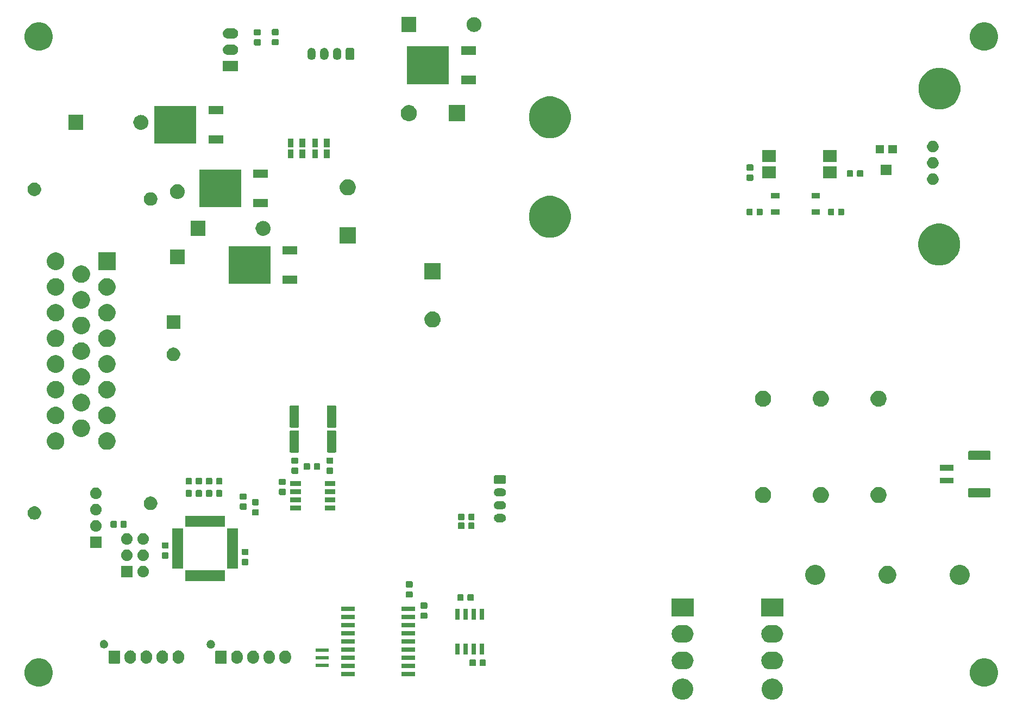
<source format=gbr>
G04 #@! TF.GenerationSoftware,KiCad,Pcbnew,(5.0.2)-1*
G04 #@! TF.CreationDate,2019-04-05T10:25:57-04:00*
G04 #@! TF.ProjectId,interface-board,696e7465-7266-4616-9365-2d626f617264,rev?*
G04 #@! TF.SameCoordinates,Original*
G04 #@! TF.FileFunction,Soldermask,Top*
G04 #@! TF.FilePolarity,Negative*
%FSLAX46Y46*%
G04 Gerber Fmt 4.6, Leading zero omitted, Abs format (unit mm)*
G04 Created by KiCad (PCBNEW (5.0.2)-1) date 4/5/2019 10:25:57 AM*
%MOMM*%
%LPD*%
G01*
G04 APERTURE LIST*
%ADD10C,0.100000*%
G04 APERTURE END LIST*
D10*
G36*
X178931105Y-144976728D02*
X179089604Y-145008255D01*
X179213290Y-145059488D01*
X179388209Y-145131941D01*
X179656952Y-145311510D01*
X179885490Y-145540048D01*
X180065059Y-145808791D01*
X180188745Y-146107397D01*
X180251800Y-146424394D01*
X180251800Y-146747606D01*
X180188745Y-147064603D01*
X180065059Y-147363209D01*
X179885490Y-147631952D01*
X179656952Y-147860490D01*
X179388209Y-148040059D01*
X179213290Y-148112512D01*
X179089604Y-148163745D01*
X178931104Y-148195273D01*
X178772606Y-148226800D01*
X178449394Y-148226800D01*
X178290896Y-148195273D01*
X178132396Y-148163745D01*
X178008710Y-148112512D01*
X177833791Y-148040059D01*
X177565048Y-147860490D01*
X177336510Y-147631952D01*
X177156941Y-147363209D01*
X177033255Y-147064603D01*
X176970200Y-146747606D01*
X176970200Y-146424394D01*
X177033255Y-146107397D01*
X177156941Y-145808791D01*
X177336510Y-145540048D01*
X177565048Y-145311510D01*
X177833791Y-145131941D01*
X178008710Y-145059488D01*
X178132396Y-145008255D01*
X178290895Y-144976728D01*
X178449394Y-144945200D01*
X178772606Y-144945200D01*
X178931105Y-144976728D01*
X178931105Y-144976728D01*
G37*
G36*
X164961105Y-144976728D02*
X165119604Y-145008255D01*
X165243290Y-145059488D01*
X165418209Y-145131941D01*
X165686952Y-145311510D01*
X165915490Y-145540048D01*
X166095059Y-145808791D01*
X166218745Y-146107397D01*
X166281800Y-146424394D01*
X166281800Y-146747606D01*
X166218745Y-147064603D01*
X166095059Y-147363209D01*
X165915490Y-147631952D01*
X165686952Y-147860490D01*
X165418209Y-148040059D01*
X165243290Y-148112512D01*
X165119604Y-148163745D01*
X164961104Y-148195273D01*
X164802606Y-148226800D01*
X164479394Y-148226800D01*
X164320896Y-148195273D01*
X164162396Y-148163745D01*
X164038710Y-148112512D01*
X163863791Y-148040059D01*
X163595048Y-147860490D01*
X163366510Y-147631952D01*
X163186941Y-147363209D01*
X163063255Y-147064603D01*
X163000200Y-146747606D01*
X163000200Y-146424394D01*
X163063255Y-146107397D01*
X163186941Y-145808791D01*
X163366510Y-145540048D01*
X163595048Y-145311510D01*
X163863791Y-145131941D01*
X164038710Y-145059488D01*
X164162396Y-145008255D01*
X164320895Y-144976728D01*
X164479394Y-144945200D01*
X164802606Y-144945200D01*
X164961105Y-144976728D01*
X164961105Y-144976728D01*
G37*
G36*
X64952950Y-141909775D02*
X65353469Y-142075675D01*
X65713930Y-142316528D01*
X66020472Y-142623070D01*
X66261325Y-142983531D01*
X66427225Y-143384050D01*
X66511800Y-143809239D01*
X66511800Y-144242761D01*
X66427225Y-144667950D01*
X66261325Y-145068469D01*
X66020472Y-145428930D01*
X65713930Y-145735472D01*
X65353469Y-145976325D01*
X64952950Y-146142225D01*
X64527761Y-146226800D01*
X64094239Y-146226800D01*
X63669050Y-146142225D01*
X63268531Y-145976325D01*
X62908070Y-145735472D01*
X62601528Y-145428930D01*
X62360675Y-145068469D01*
X62194775Y-144667950D01*
X62110200Y-144242761D01*
X62110200Y-143809239D01*
X62194775Y-143384050D01*
X62360675Y-142983531D01*
X62601528Y-142623070D01*
X62908070Y-142316528D01*
X63268531Y-142075675D01*
X63669050Y-141909775D01*
X64094239Y-141825200D01*
X64527761Y-141825200D01*
X64952950Y-141909775D01*
X64952950Y-141909775D01*
G37*
G36*
X212272950Y-141909775D02*
X212673469Y-142075675D01*
X213033930Y-142316528D01*
X213340472Y-142623070D01*
X213581325Y-142983531D01*
X213747225Y-143384050D01*
X213831800Y-143809239D01*
X213831800Y-144242761D01*
X213747225Y-144667950D01*
X213581325Y-145068469D01*
X213340472Y-145428930D01*
X213033930Y-145735472D01*
X212673469Y-145976325D01*
X212272950Y-146142225D01*
X211847761Y-146226800D01*
X211414239Y-146226800D01*
X210989050Y-146142225D01*
X210588531Y-145976325D01*
X210228070Y-145735472D01*
X209921528Y-145428930D01*
X209680675Y-145068469D01*
X209514775Y-144667950D01*
X209430200Y-144242761D01*
X209430200Y-143809239D01*
X209514775Y-143384050D01*
X209680675Y-142983531D01*
X209921528Y-142623070D01*
X210228070Y-142316528D01*
X210588531Y-142075675D01*
X210989050Y-141909775D01*
X211414239Y-141825200D01*
X211847761Y-141825200D01*
X212272950Y-141909775D01*
X212272950Y-141909775D01*
G37*
G36*
X122971800Y-144622800D02*
X120870200Y-144622800D01*
X120870200Y-143921200D01*
X122971800Y-143921200D01*
X122971800Y-144622800D01*
X122971800Y-144622800D01*
G37*
G36*
X113571800Y-144622800D02*
X111470200Y-144622800D01*
X111470200Y-143921200D01*
X113571800Y-143921200D01*
X113571800Y-144622800D01*
X113571800Y-144622800D01*
G37*
G36*
X165239725Y-140795034D02*
X165498120Y-140873418D01*
X165736261Y-141000706D01*
X165944992Y-141172008D01*
X166116294Y-141380739D01*
X166243582Y-141618880D01*
X166321966Y-141877275D01*
X166348432Y-142146000D01*
X166321966Y-142414725D01*
X166243582Y-142673120D01*
X166116294Y-142911261D01*
X165944992Y-143119992D01*
X165736261Y-143291294D01*
X165498120Y-143418582D01*
X165239725Y-143496966D01*
X165038340Y-143516800D01*
X164243660Y-143516800D01*
X164042275Y-143496966D01*
X163783880Y-143418582D01*
X163545739Y-143291294D01*
X163337008Y-143119992D01*
X163165706Y-142911261D01*
X163038418Y-142673120D01*
X162960034Y-142414725D01*
X162933568Y-142146000D01*
X162960034Y-141877275D01*
X163038418Y-141618880D01*
X163165706Y-141380739D01*
X163337008Y-141172008D01*
X163545739Y-141000706D01*
X163783880Y-140873418D01*
X164042275Y-140795034D01*
X164243660Y-140775200D01*
X165038340Y-140775200D01*
X165239725Y-140795034D01*
X165239725Y-140795034D01*
G37*
G36*
X179209725Y-140795034D02*
X179468120Y-140873418D01*
X179706261Y-141000706D01*
X179914992Y-141172008D01*
X180086294Y-141380739D01*
X180213582Y-141618880D01*
X180291966Y-141877275D01*
X180318432Y-142146000D01*
X180291966Y-142414725D01*
X180213582Y-142673120D01*
X180086294Y-142911261D01*
X179914992Y-143119992D01*
X179706261Y-143291294D01*
X179468120Y-143418582D01*
X179209725Y-143496966D01*
X179008340Y-143516800D01*
X178213660Y-143516800D01*
X178012275Y-143496966D01*
X177753880Y-143418582D01*
X177515739Y-143291294D01*
X177307008Y-143119992D01*
X177135706Y-142911261D01*
X177008418Y-142673120D01*
X176930034Y-142414725D01*
X176903568Y-142146000D01*
X176930034Y-141877275D01*
X177008418Y-141618880D01*
X177135706Y-141380739D01*
X177307008Y-141172008D01*
X177515739Y-141000706D01*
X177753880Y-140873418D01*
X178012275Y-140795034D01*
X178213660Y-140775200D01*
X179008340Y-140775200D01*
X179209725Y-140795034D01*
X179209725Y-140795034D01*
G37*
G36*
X122971800Y-143352800D02*
X120870200Y-143352800D01*
X120870200Y-142651200D01*
X122971800Y-142651200D01*
X122971800Y-143352800D01*
X122971800Y-143352800D01*
G37*
G36*
X113571800Y-143352800D02*
X111470200Y-143352800D01*
X111470200Y-142651200D01*
X113571800Y-142651200D01*
X113571800Y-143352800D01*
X113571800Y-143352800D01*
G37*
G36*
X109458800Y-143182800D02*
X107457200Y-143182800D01*
X107457200Y-142681200D01*
X109458800Y-142681200D01*
X109458800Y-143182800D01*
X109458800Y-143182800D01*
G37*
G36*
X132269468Y-141972283D02*
X132303434Y-141982586D01*
X132334732Y-141999316D01*
X132362168Y-142021832D01*
X132384684Y-142049268D01*
X132401414Y-142080566D01*
X132411717Y-142114532D01*
X132415800Y-142155990D01*
X132415800Y-142832010D01*
X132411717Y-142873468D01*
X132401414Y-142907434D01*
X132384684Y-142938732D01*
X132362168Y-142966168D01*
X132334732Y-142988684D01*
X132303434Y-143005414D01*
X132269468Y-143015717D01*
X132228010Y-143019800D01*
X131626990Y-143019800D01*
X131585532Y-143015717D01*
X131551566Y-143005414D01*
X131520268Y-142988684D01*
X131492832Y-142966168D01*
X131470316Y-142938732D01*
X131453586Y-142907434D01*
X131443283Y-142873468D01*
X131439200Y-142832010D01*
X131439200Y-142155990D01*
X131443283Y-142114532D01*
X131453586Y-142080566D01*
X131470316Y-142049268D01*
X131492832Y-142021832D01*
X131520268Y-141999316D01*
X131551566Y-141982586D01*
X131585532Y-141972283D01*
X131626990Y-141968200D01*
X132228010Y-141968200D01*
X132269468Y-141972283D01*
X132269468Y-141972283D01*
G37*
G36*
X133844468Y-141972283D02*
X133878434Y-141982586D01*
X133909732Y-141999316D01*
X133937168Y-142021832D01*
X133959684Y-142049268D01*
X133976414Y-142080566D01*
X133986717Y-142114532D01*
X133990800Y-142155990D01*
X133990800Y-142832010D01*
X133986717Y-142873468D01*
X133976414Y-142907434D01*
X133959684Y-142938732D01*
X133937168Y-142966168D01*
X133909732Y-142988684D01*
X133878434Y-143005414D01*
X133844468Y-143015717D01*
X133803010Y-143019800D01*
X133201990Y-143019800D01*
X133160532Y-143015717D01*
X133126566Y-143005414D01*
X133095268Y-142988684D01*
X133067832Y-142966168D01*
X133045316Y-142938732D01*
X133028586Y-142907434D01*
X133018283Y-142873468D01*
X133014200Y-142832010D01*
X133014200Y-142155990D01*
X133018283Y-142114532D01*
X133028586Y-142080566D01*
X133045316Y-142049268D01*
X133067832Y-142021832D01*
X133095268Y-141999316D01*
X133126566Y-141982586D01*
X133160532Y-141972283D01*
X133201990Y-141968200D01*
X133803010Y-141968200D01*
X133844468Y-141972283D01*
X133844468Y-141972283D01*
G37*
G36*
X100386587Y-140592234D02*
X100479384Y-140620384D01*
X100556389Y-140643743D01*
X100712877Y-140727388D01*
X100850044Y-140839956D01*
X100933288Y-140941391D01*
X100962611Y-140977121D01*
X100962612Y-140977123D01*
X101046257Y-141133610D01*
X101057905Y-141172008D01*
X101097766Y-141303412D01*
X101110800Y-141435751D01*
X101110800Y-141774248D01*
X101097766Y-141906587D01*
X101046257Y-142076389D01*
X100962611Y-142232879D01*
X100962610Y-142232880D01*
X100850044Y-142370044D01*
X100768512Y-142436954D01*
X100712879Y-142482611D01*
X100712877Y-142482612D01*
X100556390Y-142566257D01*
X100515647Y-142578616D01*
X100386588Y-142617766D01*
X100210000Y-142635158D01*
X100033413Y-142617766D01*
X99904354Y-142578616D01*
X99863611Y-142566257D01*
X99707124Y-142482612D01*
X99707122Y-142482611D01*
X99569958Y-142370044D01*
X99569954Y-142370041D01*
X99457390Y-142232880D01*
X99451510Y-142221879D01*
X99394131Y-142114532D01*
X99373743Y-142076390D01*
X99323201Y-141909775D01*
X99322234Y-141906588D01*
X99309200Y-141774249D01*
X99309200Y-141435752D01*
X99322234Y-141303413D01*
X99373743Y-141133612D01*
X99373743Y-141133611D01*
X99457388Y-140977123D01*
X99569956Y-140839956D01*
X99678295Y-140751046D01*
X99707121Y-140727389D01*
X99784651Y-140685948D01*
X99863610Y-140643743D01*
X99940615Y-140620384D01*
X100033412Y-140592234D01*
X100210000Y-140574842D01*
X100386587Y-140592234D01*
X100386587Y-140592234D01*
G37*
G36*
X97886587Y-140592234D02*
X97979384Y-140620384D01*
X98056389Y-140643743D01*
X98212877Y-140727388D01*
X98350044Y-140839956D01*
X98433288Y-140941391D01*
X98462611Y-140977121D01*
X98462612Y-140977123D01*
X98546257Y-141133610D01*
X98557905Y-141172008D01*
X98597766Y-141303412D01*
X98610800Y-141435751D01*
X98610800Y-141774248D01*
X98597766Y-141906587D01*
X98546257Y-142076389D01*
X98462611Y-142232879D01*
X98462610Y-142232880D01*
X98350044Y-142370044D01*
X98268512Y-142436954D01*
X98212879Y-142482611D01*
X98212877Y-142482612D01*
X98056390Y-142566257D01*
X98015647Y-142578616D01*
X97886588Y-142617766D01*
X97710000Y-142635158D01*
X97533413Y-142617766D01*
X97404354Y-142578616D01*
X97363611Y-142566257D01*
X97207124Y-142482612D01*
X97207122Y-142482611D01*
X97069958Y-142370044D01*
X97069954Y-142370041D01*
X96957390Y-142232880D01*
X96951510Y-142221879D01*
X96894131Y-142114532D01*
X96873743Y-142076390D01*
X96823201Y-141909775D01*
X96822234Y-141906588D01*
X96809200Y-141774249D01*
X96809200Y-141435752D01*
X96822234Y-141303413D01*
X96873743Y-141133612D01*
X96873743Y-141133611D01*
X96957388Y-140977123D01*
X97069956Y-140839956D01*
X97178295Y-140751046D01*
X97207121Y-140727389D01*
X97284651Y-140685948D01*
X97363610Y-140643743D01*
X97440615Y-140620384D01*
X97533412Y-140592234D01*
X97710000Y-140574842D01*
X97886587Y-140592234D01*
X97886587Y-140592234D01*
G37*
G36*
X95386587Y-140592234D02*
X95479384Y-140620384D01*
X95556389Y-140643743D01*
X95712877Y-140727388D01*
X95850044Y-140839956D01*
X95933288Y-140941391D01*
X95962611Y-140977121D01*
X95962612Y-140977123D01*
X96046257Y-141133610D01*
X96057905Y-141172008D01*
X96097766Y-141303412D01*
X96110800Y-141435751D01*
X96110800Y-141774248D01*
X96097766Y-141906587D01*
X96046257Y-142076389D01*
X95962611Y-142232879D01*
X95962610Y-142232880D01*
X95850044Y-142370044D01*
X95768512Y-142436954D01*
X95712879Y-142482611D01*
X95712877Y-142482612D01*
X95556390Y-142566257D01*
X95515647Y-142578616D01*
X95386588Y-142617766D01*
X95210000Y-142635158D01*
X95033413Y-142617766D01*
X94904354Y-142578616D01*
X94863611Y-142566257D01*
X94707124Y-142482612D01*
X94707122Y-142482611D01*
X94569958Y-142370044D01*
X94569954Y-142370041D01*
X94457390Y-142232880D01*
X94451510Y-142221879D01*
X94394131Y-142114532D01*
X94373743Y-142076390D01*
X94323201Y-141909775D01*
X94322234Y-141906588D01*
X94309200Y-141774249D01*
X94309200Y-141435752D01*
X94322234Y-141303413D01*
X94373743Y-141133612D01*
X94373743Y-141133611D01*
X94457388Y-140977123D01*
X94569956Y-140839956D01*
X94678295Y-140751046D01*
X94707121Y-140727389D01*
X94784651Y-140685948D01*
X94863610Y-140643743D01*
X94940615Y-140620384D01*
X95033412Y-140592234D01*
X95210000Y-140574842D01*
X95386587Y-140592234D01*
X95386587Y-140592234D01*
G37*
G36*
X102886587Y-140592234D02*
X102979384Y-140620384D01*
X103056389Y-140643743D01*
X103212877Y-140727388D01*
X103350044Y-140839956D01*
X103433288Y-140941391D01*
X103462611Y-140977121D01*
X103462612Y-140977123D01*
X103546257Y-141133610D01*
X103557905Y-141172008D01*
X103597766Y-141303412D01*
X103610800Y-141435751D01*
X103610800Y-141774248D01*
X103597766Y-141906587D01*
X103546257Y-142076389D01*
X103462611Y-142232879D01*
X103462610Y-142232880D01*
X103350044Y-142370044D01*
X103268512Y-142436954D01*
X103212879Y-142482611D01*
X103212877Y-142482612D01*
X103056390Y-142566257D01*
X103015647Y-142578616D01*
X102886588Y-142617766D01*
X102710000Y-142635158D01*
X102533413Y-142617766D01*
X102404354Y-142578616D01*
X102363611Y-142566257D01*
X102207124Y-142482612D01*
X102207122Y-142482611D01*
X102069958Y-142370044D01*
X102069954Y-142370041D01*
X101957390Y-142232880D01*
X101951510Y-142221879D01*
X101894131Y-142114532D01*
X101873743Y-142076390D01*
X101823201Y-141909775D01*
X101822234Y-141906588D01*
X101809200Y-141774249D01*
X101809200Y-141435752D01*
X101822234Y-141303413D01*
X101873743Y-141133612D01*
X101873743Y-141133611D01*
X101957388Y-140977123D01*
X102069956Y-140839956D01*
X102178295Y-140751046D01*
X102207121Y-140727389D01*
X102284651Y-140685948D01*
X102363610Y-140643743D01*
X102440615Y-140620384D01*
X102533412Y-140592234D01*
X102710000Y-140574842D01*
X102886587Y-140592234D01*
X102886587Y-140592234D01*
G37*
G36*
X93468451Y-140583188D02*
X93501483Y-140593208D01*
X93531929Y-140609483D01*
X93558616Y-140631384D01*
X93580517Y-140658071D01*
X93596792Y-140688517D01*
X93606812Y-140721549D01*
X93610800Y-140762046D01*
X93610800Y-142447954D01*
X93606812Y-142488451D01*
X93596792Y-142521483D01*
X93580517Y-142551929D01*
X93558616Y-142578616D01*
X93531929Y-142600517D01*
X93501483Y-142616792D01*
X93468451Y-142626812D01*
X93427954Y-142630800D01*
X91992046Y-142630800D01*
X91951549Y-142626812D01*
X91918517Y-142616792D01*
X91888071Y-142600517D01*
X91861384Y-142578616D01*
X91839483Y-142551929D01*
X91823208Y-142521483D01*
X91813188Y-142488451D01*
X91809200Y-142447954D01*
X91809200Y-140762046D01*
X91813188Y-140721549D01*
X91823208Y-140688517D01*
X91839483Y-140658071D01*
X91861384Y-140631384D01*
X91888071Y-140609483D01*
X91918517Y-140593208D01*
X91951549Y-140583188D01*
X91992046Y-140579200D01*
X93427954Y-140579200D01*
X93468451Y-140583188D01*
X93468451Y-140583188D01*
G37*
G36*
X83741587Y-140581234D02*
X83845813Y-140612851D01*
X83911389Y-140632743D01*
X84067877Y-140716388D01*
X84205044Y-140828956D01*
X84288288Y-140930391D01*
X84317611Y-140966121D01*
X84317612Y-140966123D01*
X84401257Y-141122610D01*
X84404594Y-141133610D01*
X84452766Y-141292412D01*
X84465800Y-141424751D01*
X84465800Y-141763248D01*
X84452766Y-141895587D01*
X84401257Y-142065389D01*
X84317611Y-142221879D01*
X84288288Y-142257609D01*
X84205044Y-142359044D01*
X84110109Y-142436954D01*
X84067879Y-142471611D01*
X84067877Y-142471612D01*
X83911390Y-142555257D01*
X83870647Y-142567616D01*
X83741588Y-142606766D01*
X83565000Y-142624158D01*
X83388413Y-142606766D01*
X83259354Y-142567616D01*
X83218611Y-142555257D01*
X83062124Y-142471612D01*
X83062122Y-142471611D01*
X82982392Y-142406179D01*
X82924954Y-142359041D01*
X82821417Y-142232880D01*
X82812389Y-142221879D01*
X82757355Y-142118918D01*
X82728743Y-142065390D01*
X82700684Y-141972891D01*
X82677234Y-141895588D01*
X82664200Y-141763249D01*
X82664200Y-141424752D01*
X82677234Y-141292413D01*
X82728743Y-141122612D01*
X82728743Y-141122611D01*
X82812388Y-140966123D01*
X82924956Y-140828956D01*
X83029998Y-140742752D01*
X83062121Y-140716389D01*
X83098492Y-140696948D01*
X83218610Y-140632743D01*
X83284186Y-140612851D01*
X83388412Y-140581234D01*
X83565000Y-140563842D01*
X83741587Y-140581234D01*
X83741587Y-140581234D01*
G37*
G36*
X78741587Y-140581234D02*
X78845813Y-140612851D01*
X78911389Y-140632743D01*
X79067877Y-140716388D01*
X79205044Y-140828956D01*
X79288288Y-140930391D01*
X79317611Y-140966121D01*
X79317612Y-140966123D01*
X79401257Y-141122610D01*
X79404594Y-141133610D01*
X79452766Y-141292412D01*
X79465800Y-141424751D01*
X79465800Y-141763248D01*
X79452766Y-141895587D01*
X79401257Y-142065389D01*
X79317611Y-142221879D01*
X79288288Y-142257609D01*
X79205044Y-142359044D01*
X79110109Y-142436954D01*
X79067879Y-142471611D01*
X79067877Y-142471612D01*
X78911390Y-142555257D01*
X78870647Y-142567616D01*
X78741588Y-142606766D01*
X78565000Y-142624158D01*
X78388413Y-142606766D01*
X78259354Y-142567616D01*
X78218611Y-142555257D01*
X78062124Y-142471612D01*
X78062122Y-142471611D01*
X77982392Y-142406179D01*
X77924954Y-142359041D01*
X77821417Y-142232880D01*
X77812389Y-142221879D01*
X77757355Y-142118918D01*
X77728743Y-142065390D01*
X77700684Y-141972891D01*
X77677234Y-141895588D01*
X77664200Y-141763249D01*
X77664200Y-141424752D01*
X77677234Y-141292413D01*
X77728743Y-141122612D01*
X77728743Y-141122611D01*
X77812388Y-140966123D01*
X77924956Y-140828956D01*
X78029998Y-140742752D01*
X78062121Y-140716389D01*
X78098492Y-140696948D01*
X78218610Y-140632743D01*
X78284186Y-140612851D01*
X78388412Y-140581234D01*
X78565000Y-140563842D01*
X78741587Y-140581234D01*
X78741587Y-140581234D01*
G37*
G36*
X86241587Y-140581234D02*
X86345813Y-140612851D01*
X86411389Y-140632743D01*
X86567877Y-140716388D01*
X86705044Y-140828956D01*
X86788288Y-140930391D01*
X86817611Y-140966121D01*
X86817612Y-140966123D01*
X86901257Y-141122610D01*
X86904594Y-141133610D01*
X86952766Y-141292412D01*
X86965800Y-141424751D01*
X86965800Y-141763248D01*
X86952766Y-141895587D01*
X86901257Y-142065389D01*
X86817611Y-142221879D01*
X86788288Y-142257609D01*
X86705044Y-142359044D01*
X86610109Y-142436954D01*
X86567879Y-142471611D01*
X86567877Y-142471612D01*
X86411390Y-142555257D01*
X86370647Y-142567616D01*
X86241588Y-142606766D01*
X86065000Y-142624158D01*
X85888413Y-142606766D01*
X85759354Y-142567616D01*
X85718611Y-142555257D01*
X85562124Y-142471612D01*
X85562122Y-142471611D01*
X85482392Y-142406179D01*
X85424954Y-142359041D01*
X85321417Y-142232880D01*
X85312389Y-142221879D01*
X85257355Y-142118918D01*
X85228743Y-142065390D01*
X85200684Y-141972891D01*
X85177234Y-141895588D01*
X85164200Y-141763249D01*
X85164200Y-141424752D01*
X85177234Y-141292413D01*
X85228743Y-141122612D01*
X85228743Y-141122611D01*
X85312388Y-140966123D01*
X85424956Y-140828956D01*
X85529998Y-140742752D01*
X85562121Y-140716389D01*
X85598492Y-140696948D01*
X85718610Y-140632743D01*
X85784186Y-140612851D01*
X85888412Y-140581234D01*
X86065000Y-140563842D01*
X86241587Y-140581234D01*
X86241587Y-140581234D01*
G37*
G36*
X81241587Y-140581234D02*
X81345813Y-140612851D01*
X81411389Y-140632743D01*
X81567877Y-140716388D01*
X81705044Y-140828956D01*
X81788288Y-140930391D01*
X81817611Y-140966121D01*
X81817612Y-140966123D01*
X81901257Y-141122610D01*
X81904594Y-141133610D01*
X81952766Y-141292412D01*
X81965800Y-141424751D01*
X81965800Y-141763248D01*
X81952766Y-141895587D01*
X81901257Y-142065389D01*
X81817611Y-142221879D01*
X81788288Y-142257609D01*
X81705044Y-142359044D01*
X81610109Y-142436954D01*
X81567879Y-142471611D01*
X81567877Y-142471612D01*
X81411390Y-142555257D01*
X81370647Y-142567616D01*
X81241588Y-142606766D01*
X81065000Y-142624158D01*
X80888413Y-142606766D01*
X80759354Y-142567616D01*
X80718611Y-142555257D01*
X80562124Y-142471612D01*
X80562122Y-142471611D01*
X80482392Y-142406179D01*
X80424954Y-142359041D01*
X80321417Y-142232880D01*
X80312389Y-142221879D01*
X80257355Y-142118918D01*
X80228743Y-142065390D01*
X80200684Y-141972891D01*
X80177234Y-141895588D01*
X80164200Y-141763249D01*
X80164200Y-141424752D01*
X80177234Y-141292413D01*
X80228743Y-141122612D01*
X80228743Y-141122611D01*
X80312388Y-140966123D01*
X80424956Y-140828956D01*
X80529998Y-140742752D01*
X80562121Y-140716389D01*
X80598492Y-140696948D01*
X80718610Y-140632743D01*
X80784186Y-140612851D01*
X80888412Y-140581234D01*
X81065000Y-140563842D01*
X81241587Y-140581234D01*
X81241587Y-140581234D01*
G37*
G36*
X76823451Y-140572188D02*
X76856483Y-140582208D01*
X76886929Y-140598483D01*
X76913616Y-140620384D01*
X76935517Y-140647071D01*
X76951792Y-140677517D01*
X76961812Y-140710549D01*
X76965800Y-140751046D01*
X76965800Y-142436954D01*
X76961812Y-142477451D01*
X76951792Y-142510483D01*
X76935517Y-142540929D01*
X76913616Y-142567616D01*
X76886929Y-142589517D01*
X76856483Y-142605792D01*
X76823451Y-142615812D01*
X76782954Y-142619800D01*
X75347046Y-142619800D01*
X75306549Y-142615812D01*
X75273517Y-142605792D01*
X75243071Y-142589517D01*
X75216384Y-142567616D01*
X75194483Y-142540929D01*
X75178208Y-142510483D01*
X75168188Y-142477451D01*
X75164200Y-142436954D01*
X75164200Y-140751046D01*
X75168188Y-140710549D01*
X75178208Y-140677517D01*
X75194483Y-140647071D01*
X75216384Y-140620384D01*
X75243071Y-140598483D01*
X75273517Y-140582208D01*
X75306549Y-140572188D01*
X75347046Y-140568200D01*
X76782954Y-140568200D01*
X76823451Y-140572188D01*
X76823451Y-140572188D01*
G37*
G36*
X122971800Y-142082800D02*
X120870200Y-142082800D01*
X120870200Y-141381200D01*
X122971800Y-141381200D01*
X122971800Y-142082800D01*
X122971800Y-142082800D01*
G37*
G36*
X113571800Y-142082800D02*
X111470200Y-142082800D01*
X111470200Y-141381200D01*
X113571800Y-141381200D01*
X113571800Y-142082800D01*
X113571800Y-142082800D01*
G37*
G36*
X109458800Y-141982800D02*
X107457200Y-141982800D01*
X107457200Y-141481200D01*
X109458800Y-141481200D01*
X109458800Y-141982800D01*
X109458800Y-141982800D01*
G37*
G36*
X133700800Y-141159800D02*
X132999200Y-141159800D01*
X132999200Y-139508200D01*
X133700800Y-139508200D01*
X133700800Y-141159800D01*
X133700800Y-141159800D01*
G37*
G36*
X129890800Y-141159800D02*
X129189200Y-141159800D01*
X129189200Y-139508200D01*
X129890800Y-139508200D01*
X129890800Y-141159800D01*
X129890800Y-141159800D01*
G37*
G36*
X131160800Y-141159800D02*
X130459200Y-141159800D01*
X130459200Y-139508200D01*
X131160800Y-139508200D01*
X131160800Y-141159800D01*
X131160800Y-141159800D01*
G37*
G36*
X132430800Y-141159800D02*
X131729200Y-141159800D01*
X131729200Y-139508200D01*
X132430800Y-139508200D01*
X132430800Y-141159800D01*
X132430800Y-141159800D01*
G37*
G36*
X113571800Y-140812800D02*
X111470200Y-140812800D01*
X111470200Y-140111200D01*
X113571800Y-140111200D01*
X113571800Y-140812800D01*
X113571800Y-140812800D01*
G37*
G36*
X122971800Y-140812800D02*
X120870200Y-140812800D01*
X120870200Y-140111200D01*
X122971800Y-140111200D01*
X122971800Y-140812800D01*
X122971800Y-140812800D01*
G37*
G36*
X109458800Y-140782800D02*
X107457200Y-140782800D01*
X107457200Y-140281200D01*
X109458800Y-140281200D01*
X109458800Y-140782800D01*
X109458800Y-140782800D01*
G37*
G36*
X91299829Y-138979209D02*
X91299832Y-138979210D01*
X91299831Y-138979210D01*
X91418269Y-139028268D01*
X91418270Y-139028269D01*
X91524864Y-139099493D01*
X91615507Y-139190136D01*
X91615509Y-139190139D01*
X91686732Y-139296731D01*
X91711681Y-139356965D01*
X91735791Y-139415171D01*
X91760800Y-139540900D01*
X91760800Y-139669100D01*
X91735791Y-139794829D01*
X91735790Y-139794831D01*
X91686732Y-139913269D01*
X91686731Y-139913270D01*
X91615507Y-140019864D01*
X91524864Y-140110507D01*
X91524861Y-140110509D01*
X91418269Y-140181732D01*
X91326662Y-140219676D01*
X91299829Y-140230791D01*
X91174100Y-140255800D01*
X91045900Y-140255800D01*
X90920171Y-140230791D01*
X90893338Y-140219676D01*
X90801731Y-140181732D01*
X90695139Y-140110509D01*
X90695136Y-140110507D01*
X90604493Y-140019864D01*
X90533269Y-139913270D01*
X90533268Y-139913269D01*
X90484210Y-139794831D01*
X90484209Y-139794829D01*
X90459200Y-139669100D01*
X90459200Y-139540900D01*
X90484209Y-139415171D01*
X90508319Y-139356965D01*
X90533268Y-139296731D01*
X90604491Y-139190139D01*
X90604493Y-139190136D01*
X90695136Y-139099493D01*
X90801730Y-139028269D01*
X90801731Y-139028268D01*
X90920169Y-138979210D01*
X90920168Y-138979210D01*
X90920171Y-138979209D01*
X91045900Y-138954200D01*
X91174100Y-138954200D01*
X91299829Y-138979209D01*
X91299829Y-138979209D01*
G37*
G36*
X74654829Y-138968209D02*
X74654832Y-138968210D01*
X74654831Y-138968210D01*
X74773269Y-139017268D01*
X74789733Y-139028269D01*
X74879864Y-139088493D01*
X74970507Y-139179136D01*
X74970509Y-139179139D01*
X75041732Y-139285731D01*
X75046288Y-139296731D01*
X75090791Y-139404171D01*
X75115800Y-139529900D01*
X75115800Y-139658100D01*
X75090791Y-139783829D01*
X75090790Y-139783831D01*
X75041732Y-139902269D01*
X75041731Y-139902270D01*
X74970507Y-140008864D01*
X74879864Y-140099507D01*
X74879861Y-140099509D01*
X74773269Y-140170732D01*
X74681662Y-140208676D01*
X74654829Y-140219791D01*
X74529100Y-140244800D01*
X74400900Y-140244800D01*
X74275171Y-140219791D01*
X74248338Y-140208676D01*
X74156731Y-140170732D01*
X74050139Y-140099509D01*
X74050136Y-140099507D01*
X73959493Y-140008864D01*
X73888269Y-139902270D01*
X73888268Y-139902269D01*
X73839210Y-139783831D01*
X73839209Y-139783829D01*
X73814200Y-139658100D01*
X73814200Y-139529900D01*
X73839209Y-139404171D01*
X73883712Y-139296731D01*
X73888268Y-139285731D01*
X73959491Y-139179139D01*
X73959493Y-139179136D01*
X74050136Y-139088493D01*
X74140267Y-139028269D01*
X74156731Y-139017268D01*
X74275169Y-138968210D01*
X74275168Y-138968210D01*
X74275171Y-138968209D01*
X74400900Y-138943200D01*
X74529100Y-138943200D01*
X74654829Y-138968209D01*
X74654829Y-138968209D01*
G37*
G36*
X122971800Y-139542800D02*
X120870200Y-139542800D01*
X120870200Y-138841200D01*
X122971800Y-138841200D01*
X122971800Y-139542800D01*
X122971800Y-139542800D01*
G37*
G36*
X113571800Y-139542800D02*
X111470200Y-139542800D01*
X111470200Y-138841200D01*
X113571800Y-138841200D01*
X113571800Y-139542800D01*
X113571800Y-139542800D01*
G37*
G36*
X179209725Y-136655034D02*
X179468120Y-136733418D01*
X179706261Y-136860706D01*
X179914992Y-137032008D01*
X180086294Y-137240739D01*
X180213582Y-137478880D01*
X180291966Y-137737275D01*
X180318432Y-138006000D01*
X180291966Y-138274725D01*
X180213582Y-138533120D01*
X180086294Y-138771261D01*
X179914992Y-138979992D01*
X179706261Y-139151294D01*
X179468120Y-139278582D01*
X179209725Y-139356966D01*
X179008340Y-139376800D01*
X178213660Y-139376800D01*
X178012275Y-139356966D01*
X177753880Y-139278582D01*
X177515739Y-139151294D01*
X177307008Y-138979992D01*
X177135706Y-138771261D01*
X177008418Y-138533120D01*
X176930034Y-138274725D01*
X176903568Y-138006000D01*
X176930034Y-137737275D01*
X177008418Y-137478880D01*
X177135706Y-137240739D01*
X177307008Y-137032008D01*
X177515739Y-136860706D01*
X177753880Y-136733418D01*
X178012275Y-136655034D01*
X178213660Y-136635200D01*
X179008340Y-136635200D01*
X179209725Y-136655034D01*
X179209725Y-136655034D01*
G37*
G36*
X165239725Y-136655034D02*
X165498120Y-136733418D01*
X165736261Y-136860706D01*
X165944992Y-137032008D01*
X166116294Y-137240739D01*
X166243582Y-137478880D01*
X166321966Y-137737275D01*
X166348432Y-138006000D01*
X166321966Y-138274725D01*
X166243582Y-138533120D01*
X166116294Y-138771261D01*
X165944992Y-138979992D01*
X165736261Y-139151294D01*
X165498120Y-139278582D01*
X165239725Y-139356966D01*
X165038340Y-139376800D01*
X164243660Y-139376800D01*
X164042275Y-139356966D01*
X163783880Y-139278582D01*
X163545739Y-139151294D01*
X163337008Y-138979992D01*
X163165706Y-138771261D01*
X163038418Y-138533120D01*
X162960034Y-138274725D01*
X162933568Y-138006000D01*
X162960034Y-137737275D01*
X163038418Y-137478880D01*
X163165706Y-137240739D01*
X163337008Y-137032008D01*
X163545739Y-136860706D01*
X163783880Y-136733418D01*
X164042275Y-136655034D01*
X164243660Y-136635200D01*
X165038340Y-136635200D01*
X165239725Y-136655034D01*
X165239725Y-136655034D01*
G37*
G36*
X122971800Y-138272800D02*
X120870200Y-138272800D01*
X120870200Y-137571200D01*
X122971800Y-137571200D01*
X122971800Y-138272800D01*
X122971800Y-138272800D01*
G37*
G36*
X113571800Y-138272800D02*
X111470200Y-138272800D01*
X111470200Y-137571200D01*
X113571800Y-137571200D01*
X113571800Y-138272800D01*
X113571800Y-138272800D01*
G37*
G36*
X113571800Y-137002800D02*
X111470200Y-137002800D01*
X111470200Y-136301200D01*
X113571800Y-136301200D01*
X113571800Y-137002800D01*
X113571800Y-137002800D01*
G37*
G36*
X122971800Y-137002800D02*
X120870200Y-137002800D01*
X120870200Y-136301200D01*
X122971800Y-136301200D01*
X122971800Y-137002800D01*
X122971800Y-137002800D01*
G37*
G36*
X132430800Y-135759800D02*
X131729200Y-135759800D01*
X131729200Y-134108200D01*
X132430800Y-134108200D01*
X132430800Y-135759800D01*
X132430800Y-135759800D01*
G37*
G36*
X133700800Y-135759800D02*
X132999200Y-135759800D01*
X132999200Y-134108200D01*
X133700800Y-134108200D01*
X133700800Y-135759800D01*
X133700800Y-135759800D01*
G37*
G36*
X129890800Y-135759800D02*
X129189200Y-135759800D01*
X129189200Y-134108200D01*
X129890800Y-134108200D01*
X129890800Y-135759800D01*
X129890800Y-135759800D01*
G37*
G36*
X131160800Y-135759800D02*
X130459200Y-135759800D01*
X130459200Y-134108200D01*
X131160800Y-134108200D01*
X131160800Y-135759800D01*
X131160800Y-135759800D01*
G37*
G36*
X122971800Y-135732800D02*
X120870200Y-135732800D01*
X120870200Y-135031200D01*
X122971800Y-135031200D01*
X122971800Y-135732800D01*
X122971800Y-135732800D01*
G37*
G36*
X113571800Y-135732800D02*
X111470200Y-135732800D01*
X111470200Y-135031200D01*
X113571800Y-135031200D01*
X113571800Y-135732800D01*
X113571800Y-135732800D01*
G37*
G36*
X124712468Y-134669283D02*
X124746434Y-134679586D01*
X124777732Y-134696316D01*
X124805168Y-134718832D01*
X124827684Y-134746268D01*
X124844414Y-134777566D01*
X124854717Y-134811532D01*
X124858800Y-134852990D01*
X124858800Y-135454010D01*
X124854717Y-135495468D01*
X124844414Y-135529434D01*
X124827684Y-135560732D01*
X124805168Y-135588168D01*
X124777732Y-135610684D01*
X124746434Y-135627414D01*
X124712468Y-135637717D01*
X124671010Y-135641800D01*
X123994990Y-135641800D01*
X123953532Y-135637717D01*
X123919566Y-135627414D01*
X123888268Y-135610684D01*
X123860832Y-135588168D01*
X123838316Y-135560732D01*
X123821586Y-135529434D01*
X123811283Y-135495468D01*
X123807200Y-135454010D01*
X123807200Y-134852990D01*
X123811283Y-134811532D01*
X123821586Y-134777566D01*
X123838316Y-134746268D01*
X123860832Y-134718832D01*
X123888268Y-134696316D01*
X123919566Y-134679586D01*
X123953532Y-134669283D01*
X123994990Y-134665200D01*
X124671010Y-134665200D01*
X124712468Y-134669283D01*
X124712468Y-134669283D01*
G37*
G36*
X180311800Y-135236800D02*
X176910200Y-135236800D01*
X176910200Y-132495200D01*
X180311800Y-132495200D01*
X180311800Y-135236800D01*
X180311800Y-135236800D01*
G37*
G36*
X166341800Y-135236800D02*
X162940200Y-135236800D01*
X162940200Y-132495200D01*
X166341800Y-132495200D01*
X166341800Y-135236800D01*
X166341800Y-135236800D01*
G37*
G36*
X122971800Y-134462800D02*
X120870200Y-134462800D01*
X120870200Y-133761200D01*
X122971800Y-133761200D01*
X122971800Y-134462800D01*
X122971800Y-134462800D01*
G37*
G36*
X113571800Y-134462800D02*
X111470200Y-134462800D01*
X111470200Y-133761200D01*
X113571800Y-133761200D01*
X113571800Y-134462800D01*
X113571800Y-134462800D01*
G37*
G36*
X124712468Y-133094283D02*
X124746434Y-133104586D01*
X124777732Y-133121316D01*
X124805168Y-133143832D01*
X124827684Y-133171268D01*
X124844414Y-133202566D01*
X124854717Y-133236532D01*
X124858800Y-133277990D01*
X124858800Y-133879010D01*
X124854717Y-133920468D01*
X124844414Y-133954434D01*
X124827684Y-133985732D01*
X124805168Y-134013168D01*
X124777732Y-134035684D01*
X124746434Y-134052414D01*
X124712468Y-134062717D01*
X124671010Y-134066800D01*
X123994990Y-134066800D01*
X123953532Y-134062717D01*
X123919566Y-134052414D01*
X123888268Y-134035684D01*
X123860832Y-134013168D01*
X123838316Y-133985732D01*
X123821586Y-133954434D01*
X123811283Y-133920468D01*
X123807200Y-133879010D01*
X123807200Y-133277990D01*
X123811283Y-133236532D01*
X123821586Y-133202566D01*
X123838316Y-133171268D01*
X123860832Y-133143832D01*
X123888268Y-133121316D01*
X123919566Y-133104586D01*
X123953532Y-133094283D01*
X123994990Y-133090200D01*
X124671010Y-133090200D01*
X124712468Y-133094283D01*
X124712468Y-133094283D01*
G37*
G36*
X131939468Y-131812283D02*
X131973434Y-131822586D01*
X132004732Y-131839316D01*
X132032168Y-131861832D01*
X132054684Y-131889268D01*
X132071414Y-131920566D01*
X132081717Y-131954532D01*
X132085800Y-131995990D01*
X132085800Y-132672010D01*
X132081717Y-132713468D01*
X132071414Y-132747434D01*
X132054684Y-132778732D01*
X132032168Y-132806168D01*
X132004732Y-132828684D01*
X131973434Y-132845414D01*
X131939468Y-132855717D01*
X131898010Y-132859800D01*
X131296990Y-132859800D01*
X131255532Y-132855717D01*
X131221566Y-132845414D01*
X131190268Y-132828684D01*
X131162832Y-132806168D01*
X131140316Y-132778732D01*
X131123586Y-132747434D01*
X131113283Y-132713468D01*
X131109200Y-132672010D01*
X131109200Y-131995990D01*
X131113283Y-131954532D01*
X131123586Y-131920566D01*
X131140316Y-131889268D01*
X131162832Y-131861832D01*
X131190268Y-131839316D01*
X131221566Y-131822586D01*
X131255532Y-131812283D01*
X131296990Y-131808200D01*
X131898010Y-131808200D01*
X131939468Y-131812283D01*
X131939468Y-131812283D01*
G37*
G36*
X130364468Y-131812283D02*
X130398434Y-131822586D01*
X130429732Y-131839316D01*
X130457168Y-131861832D01*
X130479684Y-131889268D01*
X130496414Y-131920566D01*
X130506717Y-131954532D01*
X130510800Y-131995990D01*
X130510800Y-132672010D01*
X130506717Y-132713468D01*
X130496414Y-132747434D01*
X130479684Y-132778732D01*
X130457168Y-132806168D01*
X130429732Y-132828684D01*
X130398434Y-132845414D01*
X130364468Y-132855717D01*
X130323010Y-132859800D01*
X129721990Y-132859800D01*
X129680532Y-132855717D01*
X129646566Y-132845414D01*
X129615268Y-132828684D01*
X129587832Y-132806168D01*
X129565316Y-132778732D01*
X129548586Y-132747434D01*
X129538283Y-132713468D01*
X129534200Y-132672010D01*
X129534200Y-131995990D01*
X129538283Y-131954532D01*
X129548586Y-131920566D01*
X129565316Y-131889268D01*
X129587832Y-131861832D01*
X129615268Y-131839316D01*
X129646566Y-131822586D01*
X129680532Y-131812283D01*
X129721990Y-131808200D01*
X130323010Y-131808200D01*
X130364468Y-131812283D01*
X130364468Y-131812283D01*
G37*
G36*
X122426468Y-131367283D02*
X122460434Y-131377586D01*
X122491732Y-131394316D01*
X122519168Y-131416832D01*
X122541684Y-131444268D01*
X122558414Y-131475566D01*
X122568717Y-131509532D01*
X122572800Y-131550990D01*
X122572800Y-132152010D01*
X122568717Y-132193468D01*
X122558414Y-132227434D01*
X122541684Y-132258732D01*
X122519168Y-132286168D01*
X122491732Y-132308684D01*
X122460434Y-132325414D01*
X122426468Y-132335717D01*
X122385010Y-132339800D01*
X121708990Y-132339800D01*
X121667532Y-132335717D01*
X121633566Y-132325414D01*
X121602268Y-132308684D01*
X121574832Y-132286168D01*
X121552316Y-132258732D01*
X121535586Y-132227434D01*
X121525283Y-132193468D01*
X121521200Y-132152010D01*
X121521200Y-131550990D01*
X121525283Y-131509532D01*
X121535586Y-131475566D01*
X121552316Y-131444268D01*
X121574832Y-131416832D01*
X121602268Y-131394316D01*
X121633566Y-131377586D01*
X121667532Y-131367283D01*
X121708990Y-131363200D01*
X122385010Y-131363200D01*
X122426468Y-131367283D01*
X122426468Y-131367283D01*
G37*
G36*
X122426468Y-129792283D02*
X122460434Y-129802586D01*
X122491732Y-129819316D01*
X122519168Y-129841832D01*
X122541684Y-129869268D01*
X122558414Y-129900566D01*
X122568717Y-129934532D01*
X122572800Y-129975990D01*
X122572800Y-130577010D01*
X122568717Y-130618468D01*
X122558414Y-130652434D01*
X122541684Y-130683732D01*
X122519168Y-130711168D01*
X122491732Y-130733684D01*
X122460434Y-130750414D01*
X122426468Y-130760717D01*
X122385010Y-130764800D01*
X121708990Y-130764800D01*
X121667532Y-130760717D01*
X121633566Y-130750414D01*
X121602268Y-130733684D01*
X121574832Y-130711168D01*
X121552316Y-130683732D01*
X121535586Y-130652434D01*
X121525283Y-130618468D01*
X121521200Y-130577010D01*
X121521200Y-129975990D01*
X121525283Y-129934532D01*
X121535586Y-129900566D01*
X121552316Y-129869268D01*
X121574832Y-129841832D01*
X121602268Y-129819316D01*
X121633566Y-129802586D01*
X121667532Y-129792283D01*
X121708990Y-129788200D01*
X122385010Y-129788200D01*
X122426468Y-129792283D01*
X122426468Y-129792283D01*
G37*
G36*
X185773352Y-127294796D02*
X186055579Y-127411699D01*
X186309578Y-127581415D01*
X186525585Y-127797422D01*
X186695301Y-128051421D01*
X186812204Y-128333648D01*
X186871800Y-128633259D01*
X186871800Y-128938741D01*
X186812204Y-129238352D01*
X186695301Y-129520579D01*
X186525585Y-129774578D01*
X186309578Y-129990585D01*
X186055579Y-130160301D01*
X185773352Y-130277204D01*
X185473741Y-130336800D01*
X185168259Y-130336800D01*
X184868648Y-130277204D01*
X184586421Y-130160301D01*
X184332422Y-129990585D01*
X184116415Y-129774578D01*
X183946699Y-129520579D01*
X183829796Y-129238352D01*
X183770200Y-128938741D01*
X183770200Y-128633259D01*
X183829796Y-128333648D01*
X183946699Y-128051421D01*
X184116415Y-127797422D01*
X184332422Y-127581415D01*
X184586421Y-127411699D01*
X184868648Y-127294796D01*
X185168259Y-127235200D01*
X185473741Y-127235200D01*
X185773352Y-127294796D01*
X185773352Y-127294796D01*
G37*
G36*
X208273352Y-127294796D02*
X208555579Y-127411699D01*
X208809578Y-127581415D01*
X209025585Y-127797422D01*
X209195301Y-128051421D01*
X209312204Y-128333648D01*
X209371800Y-128633259D01*
X209371800Y-128938741D01*
X209312204Y-129238352D01*
X209195301Y-129520579D01*
X209025585Y-129774578D01*
X208809578Y-129990585D01*
X208555579Y-130160301D01*
X208273352Y-130277204D01*
X207973741Y-130336800D01*
X207668259Y-130336800D01*
X207368648Y-130277204D01*
X207086421Y-130160301D01*
X206832422Y-129990585D01*
X206616415Y-129774578D01*
X206446699Y-129520579D01*
X206329796Y-129238352D01*
X206270200Y-128938741D01*
X206270200Y-128633259D01*
X206329796Y-128333648D01*
X206446699Y-128051421D01*
X206616415Y-127797422D01*
X206832422Y-127581415D01*
X207086421Y-127411699D01*
X207368648Y-127294796D01*
X207668259Y-127235200D01*
X207973741Y-127235200D01*
X208273352Y-127294796D01*
X208273352Y-127294796D01*
G37*
G36*
X196979597Y-127439031D02*
X197188081Y-127525388D01*
X197234528Y-127544627D01*
X197463958Y-127697927D01*
X197659073Y-127893042D01*
X197812373Y-128122472D01*
X197917969Y-128377403D01*
X197971800Y-128648032D01*
X197971800Y-128923968D01*
X197917969Y-129194597D01*
X197899845Y-129238352D01*
X197812373Y-129449528D01*
X197659073Y-129678958D01*
X197463958Y-129874073D01*
X197289585Y-129990585D01*
X197234528Y-130027373D01*
X196979597Y-130132969D01*
X196708968Y-130186800D01*
X196433032Y-130186800D01*
X196162403Y-130132969D01*
X195907472Y-130027373D01*
X195852415Y-129990585D01*
X195678042Y-129874073D01*
X195482927Y-129678958D01*
X195329627Y-129449528D01*
X195242155Y-129238352D01*
X195224031Y-129194597D01*
X195170200Y-128923968D01*
X195170200Y-128648032D01*
X195224031Y-128377403D01*
X195329627Y-128122472D01*
X195482927Y-127893042D01*
X195678042Y-127697927D01*
X195907472Y-127544627D01*
X195953919Y-127525388D01*
X196162403Y-127439031D01*
X196433032Y-127385200D01*
X196708968Y-127385200D01*
X196979597Y-127439031D01*
X196979597Y-127439031D01*
G37*
G36*
X93350800Y-129799800D02*
X87099200Y-129799800D01*
X87099200Y-128098200D01*
X93350800Y-128098200D01*
X93350800Y-129799800D01*
X93350800Y-129799800D01*
G37*
G36*
X78927800Y-129178800D02*
X77126200Y-129178800D01*
X77126200Y-127377200D01*
X78927800Y-127377200D01*
X78927800Y-129178800D01*
X78927800Y-129178800D01*
G37*
G36*
X80655362Y-127381545D02*
X80743588Y-127390234D01*
X80856789Y-127424573D01*
X80913390Y-127441743D01*
X81051980Y-127515822D01*
X81069879Y-127525389D01*
X81093320Y-127544627D01*
X81207044Y-127637956D01*
X81256262Y-127697930D01*
X81319611Y-127775121D01*
X81319612Y-127775123D01*
X81403257Y-127931610D01*
X81403257Y-127931611D01*
X81454766Y-128101412D01*
X81472158Y-128278000D01*
X81454766Y-128454588D01*
X81420427Y-128567789D01*
X81403257Y-128624390D01*
X81390619Y-128648033D01*
X81319611Y-128780879D01*
X81290288Y-128816609D01*
X81207044Y-128918044D01*
X81105609Y-129001288D01*
X81069879Y-129030611D01*
X81069877Y-129030612D01*
X80913390Y-129114257D01*
X80856789Y-129131427D01*
X80743588Y-129165766D01*
X80655362Y-129174455D01*
X80611250Y-129178800D01*
X80522750Y-129178800D01*
X80478638Y-129174455D01*
X80390412Y-129165766D01*
X80277211Y-129131427D01*
X80220610Y-129114257D01*
X80064123Y-129030612D01*
X80064121Y-129030611D01*
X80028391Y-129001288D01*
X79926956Y-128918044D01*
X79843712Y-128816609D01*
X79814389Y-128780879D01*
X79743381Y-128648033D01*
X79730743Y-128624390D01*
X79713573Y-128567789D01*
X79679234Y-128454588D01*
X79661842Y-128278000D01*
X79679234Y-128101412D01*
X79730743Y-127931611D01*
X79730743Y-127931610D01*
X79814388Y-127775123D01*
X79814389Y-127775121D01*
X79877738Y-127697930D01*
X79926956Y-127637956D01*
X80040680Y-127544627D01*
X80064121Y-127525389D01*
X80082020Y-127515822D01*
X80220610Y-127441743D01*
X80277211Y-127424573D01*
X80390412Y-127390234D01*
X80478638Y-127381545D01*
X80522750Y-127377200D01*
X80611250Y-127377200D01*
X80655362Y-127381545D01*
X80655362Y-127381545D01*
G37*
G36*
X86825800Y-127824800D02*
X85124200Y-127824800D01*
X85124200Y-121573200D01*
X86825800Y-121573200D01*
X86825800Y-127824800D01*
X86825800Y-127824800D01*
G37*
G36*
X95325800Y-127824800D02*
X93624200Y-127824800D01*
X93624200Y-121573200D01*
X95325800Y-121573200D01*
X95325800Y-127824800D01*
X95325800Y-127824800D01*
G37*
G36*
X96840468Y-126313283D02*
X96874434Y-126323586D01*
X96905732Y-126340316D01*
X96933168Y-126362832D01*
X96955684Y-126390268D01*
X96972414Y-126421566D01*
X96982717Y-126455532D01*
X96986800Y-126496990D01*
X96986800Y-127098010D01*
X96982717Y-127139468D01*
X96972414Y-127173434D01*
X96955684Y-127204732D01*
X96933168Y-127232168D01*
X96905732Y-127254684D01*
X96874434Y-127271414D01*
X96840468Y-127281717D01*
X96799010Y-127285800D01*
X96122990Y-127285800D01*
X96081532Y-127281717D01*
X96047566Y-127271414D01*
X96016268Y-127254684D01*
X95988832Y-127232168D01*
X95966316Y-127204732D01*
X95949586Y-127173434D01*
X95939283Y-127139468D01*
X95935200Y-127098010D01*
X95935200Y-126496990D01*
X95939283Y-126455532D01*
X95949586Y-126421566D01*
X95966316Y-126390268D01*
X95988832Y-126362832D01*
X96016268Y-126340316D01*
X96047566Y-126323586D01*
X96081532Y-126313283D01*
X96122990Y-126309200D01*
X96799010Y-126309200D01*
X96840468Y-126313283D01*
X96840468Y-126313283D01*
G37*
G36*
X78115362Y-124841545D02*
X78203588Y-124850234D01*
X78303466Y-124880532D01*
X78373390Y-124901743D01*
X78511980Y-124975822D01*
X78529879Y-124985389D01*
X78565609Y-125014712D01*
X78667044Y-125097956D01*
X78750288Y-125199391D01*
X78779611Y-125235121D01*
X78779612Y-125235123D01*
X78863257Y-125391610D01*
X78863257Y-125391611D01*
X78914766Y-125561412D01*
X78932158Y-125738000D01*
X78914766Y-125914588D01*
X78881075Y-126025650D01*
X78863257Y-126084390D01*
X78807484Y-126188732D01*
X78779611Y-126240879D01*
X78771128Y-126251215D01*
X78667044Y-126378044D01*
X78572623Y-126455532D01*
X78529879Y-126490611D01*
X78529877Y-126490612D01*
X78373390Y-126574257D01*
X78316789Y-126591427D01*
X78203588Y-126625766D01*
X78115362Y-126634455D01*
X78071250Y-126638800D01*
X77982750Y-126638800D01*
X77938638Y-126634455D01*
X77850412Y-126625766D01*
X77737211Y-126591427D01*
X77680610Y-126574257D01*
X77524123Y-126490612D01*
X77524121Y-126490611D01*
X77481377Y-126455532D01*
X77386956Y-126378044D01*
X77282872Y-126251215D01*
X77274389Y-126240879D01*
X77246516Y-126188732D01*
X77190743Y-126084390D01*
X77172925Y-126025650D01*
X77139234Y-125914588D01*
X77121842Y-125738000D01*
X77139234Y-125561412D01*
X77190743Y-125391611D01*
X77190743Y-125391610D01*
X77274388Y-125235123D01*
X77274389Y-125235121D01*
X77303712Y-125199391D01*
X77386956Y-125097956D01*
X77488391Y-125014712D01*
X77524121Y-124985389D01*
X77542020Y-124975822D01*
X77680610Y-124901743D01*
X77750534Y-124880532D01*
X77850412Y-124850234D01*
X77938638Y-124841545D01*
X77982750Y-124837200D01*
X78071250Y-124837200D01*
X78115362Y-124841545D01*
X78115362Y-124841545D01*
G37*
G36*
X80655362Y-124841545D02*
X80743588Y-124850234D01*
X80843466Y-124880532D01*
X80913390Y-124901743D01*
X81051980Y-124975822D01*
X81069879Y-124985389D01*
X81105609Y-125014712D01*
X81207044Y-125097956D01*
X81290288Y-125199391D01*
X81319611Y-125235121D01*
X81319612Y-125235123D01*
X81403257Y-125391610D01*
X81403257Y-125391611D01*
X81454766Y-125561412D01*
X81472158Y-125738000D01*
X81454766Y-125914588D01*
X81421075Y-126025650D01*
X81403257Y-126084390D01*
X81347484Y-126188732D01*
X81319611Y-126240879D01*
X81311128Y-126251215D01*
X81207044Y-126378044D01*
X81112623Y-126455532D01*
X81069879Y-126490611D01*
X81069877Y-126490612D01*
X80913390Y-126574257D01*
X80856789Y-126591427D01*
X80743588Y-126625766D01*
X80655362Y-126634455D01*
X80611250Y-126638800D01*
X80522750Y-126638800D01*
X80478638Y-126634455D01*
X80390412Y-126625766D01*
X80277211Y-126591427D01*
X80220610Y-126574257D01*
X80064123Y-126490612D01*
X80064121Y-126490611D01*
X80021377Y-126455532D01*
X79926956Y-126378044D01*
X79822872Y-126251215D01*
X79814389Y-126240879D01*
X79786516Y-126188732D01*
X79730743Y-126084390D01*
X79712925Y-126025650D01*
X79679234Y-125914588D01*
X79661842Y-125738000D01*
X79679234Y-125561412D01*
X79730743Y-125391611D01*
X79730743Y-125391610D01*
X79814388Y-125235123D01*
X79814389Y-125235121D01*
X79843712Y-125199391D01*
X79926956Y-125097956D01*
X80028391Y-125014712D01*
X80064121Y-124985389D01*
X80082020Y-124975822D01*
X80220610Y-124901743D01*
X80290534Y-124880532D01*
X80390412Y-124850234D01*
X80478638Y-124841545D01*
X80522750Y-124837200D01*
X80611250Y-124837200D01*
X80655362Y-124841545D01*
X80655362Y-124841545D01*
G37*
G36*
X84394468Y-125297283D02*
X84428434Y-125307586D01*
X84459732Y-125324316D01*
X84487168Y-125346832D01*
X84509684Y-125374268D01*
X84526414Y-125405566D01*
X84536717Y-125439532D01*
X84540800Y-125480990D01*
X84540800Y-126082010D01*
X84536717Y-126123468D01*
X84526414Y-126157434D01*
X84509684Y-126188732D01*
X84487168Y-126216168D01*
X84459732Y-126238684D01*
X84428434Y-126255414D01*
X84394468Y-126265717D01*
X84353010Y-126269800D01*
X83676990Y-126269800D01*
X83635532Y-126265717D01*
X83601566Y-126255414D01*
X83570268Y-126238684D01*
X83542832Y-126216168D01*
X83520316Y-126188732D01*
X83503586Y-126157434D01*
X83493283Y-126123468D01*
X83489200Y-126082010D01*
X83489200Y-125480990D01*
X83493283Y-125439532D01*
X83503586Y-125405566D01*
X83520316Y-125374268D01*
X83542832Y-125346832D01*
X83570268Y-125324316D01*
X83601566Y-125307586D01*
X83635532Y-125297283D01*
X83676990Y-125293200D01*
X84353010Y-125293200D01*
X84394468Y-125297283D01*
X84394468Y-125297283D01*
G37*
G36*
X96840468Y-124738283D02*
X96874434Y-124748586D01*
X96905732Y-124765316D01*
X96933168Y-124787832D01*
X96955684Y-124815268D01*
X96972414Y-124846566D01*
X96982717Y-124880532D01*
X96986800Y-124921990D01*
X96986800Y-125523010D01*
X96982717Y-125564468D01*
X96972414Y-125598434D01*
X96955684Y-125629732D01*
X96933168Y-125657168D01*
X96905732Y-125679684D01*
X96874434Y-125696414D01*
X96840468Y-125706717D01*
X96799010Y-125710800D01*
X96122990Y-125710800D01*
X96081532Y-125706717D01*
X96047566Y-125696414D01*
X96016268Y-125679684D01*
X95988832Y-125657168D01*
X95966316Y-125629732D01*
X95949586Y-125598434D01*
X95939283Y-125564468D01*
X95935200Y-125523010D01*
X95935200Y-124921990D01*
X95939283Y-124880532D01*
X95949586Y-124846566D01*
X95966316Y-124815268D01*
X95988832Y-124787832D01*
X96016268Y-124765316D01*
X96047566Y-124748586D01*
X96081532Y-124738283D01*
X96122990Y-124734200D01*
X96799010Y-124734200D01*
X96840468Y-124738283D01*
X96840468Y-124738283D01*
G37*
G36*
X84394468Y-123722283D02*
X84428434Y-123732586D01*
X84459732Y-123749316D01*
X84487168Y-123771832D01*
X84509684Y-123799268D01*
X84526414Y-123830566D01*
X84536717Y-123864532D01*
X84540800Y-123905990D01*
X84540800Y-124507010D01*
X84536717Y-124548468D01*
X84526414Y-124582434D01*
X84509684Y-124613732D01*
X84487168Y-124641168D01*
X84459732Y-124663684D01*
X84428434Y-124680414D01*
X84394468Y-124690717D01*
X84353010Y-124694800D01*
X83676990Y-124694800D01*
X83635532Y-124690717D01*
X83601566Y-124680414D01*
X83570268Y-124663684D01*
X83542832Y-124641168D01*
X83520316Y-124613732D01*
X83503586Y-124582434D01*
X83493283Y-124548468D01*
X83489200Y-124507010D01*
X83489200Y-123905990D01*
X83493283Y-123864532D01*
X83503586Y-123830566D01*
X83520316Y-123799268D01*
X83542832Y-123771832D01*
X83570268Y-123749316D01*
X83601566Y-123732586D01*
X83635532Y-123722283D01*
X83676990Y-123718200D01*
X84353010Y-123718200D01*
X84394468Y-123722283D01*
X84394468Y-123722283D01*
G37*
G36*
X74101800Y-124606800D02*
X72300200Y-124606800D01*
X72300200Y-122805200D01*
X74101800Y-122805200D01*
X74101800Y-124606800D01*
X74101800Y-124606800D01*
G37*
G36*
X80655362Y-122301545D02*
X80743588Y-122310234D01*
X80856789Y-122344573D01*
X80913390Y-122361743D01*
X81051980Y-122435822D01*
X81069879Y-122445389D01*
X81105609Y-122474712D01*
X81207044Y-122557956D01*
X81290288Y-122659391D01*
X81319611Y-122695121D01*
X81319612Y-122695123D01*
X81403257Y-122851610D01*
X81403257Y-122851611D01*
X81454766Y-123021412D01*
X81472158Y-123198000D01*
X81454766Y-123374588D01*
X81420427Y-123487789D01*
X81403257Y-123544390D01*
X81329178Y-123682980D01*
X81319611Y-123700879D01*
X81305396Y-123718200D01*
X81207044Y-123838044D01*
X81105609Y-123921288D01*
X81069879Y-123950611D01*
X81069877Y-123950612D01*
X80913390Y-124034257D01*
X80856789Y-124051427D01*
X80743588Y-124085766D01*
X80655362Y-124094455D01*
X80611250Y-124098800D01*
X80522750Y-124098800D01*
X80478638Y-124094455D01*
X80390412Y-124085766D01*
X80277211Y-124051427D01*
X80220610Y-124034257D01*
X80064123Y-123950612D01*
X80064121Y-123950611D01*
X80028391Y-123921288D01*
X79926956Y-123838044D01*
X79828604Y-123718200D01*
X79814389Y-123700879D01*
X79804822Y-123682980D01*
X79730743Y-123544390D01*
X79713573Y-123487789D01*
X79679234Y-123374588D01*
X79661842Y-123198000D01*
X79679234Y-123021412D01*
X79730743Y-122851611D01*
X79730743Y-122851610D01*
X79814388Y-122695123D01*
X79814389Y-122695121D01*
X79843712Y-122659391D01*
X79926956Y-122557956D01*
X80028391Y-122474712D01*
X80064121Y-122445389D01*
X80082020Y-122435822D01*
X80220610Y-122361743D01*
X80277211Y-122344573D01*
X80390412Y-122310234D01*
X80478638Y-122301545D01*
X80522750Y-122297200D01*
X80611250Y-122297200D01*
X80655362Y-122301545D01*
X80655362Y-122301545D01*
G37*
G36*
X78115362Y-122301545D02*
X78203588Y-122310234D01*
X78316789Y-122344573D01*
X78373390Y-122361743D01*
X78511980Y-122435822D01*
X78529879Y-122445389D01*
X78565609Y-122474712D01*
X78667044Y-122557956D01*
X78750288Y-122659391D01*
X78779611Y-122695121D01*
X78779612Y-122695123D01*
X78863257Y-122851610D01*
X78863257Y-122851611D01*
X78914766Y-123021412D01*
X78932158Y-123198000D01*
X78914766Y-123374588D01*
X78880427Y-123487789D01*
X78863257Y-123544390D01*
X78789178Y-123682980D01*
X78779611Y-123700879D01*
X78765396Y-123718200D01*
X78667044Y-123838044D01*
X78565609Y-123921288D01*
X78529879Y-123950611D01*
X78529877Y-123950612D01*
X78373390Y-124034257D01*
X78316789Y-124051427D01*
X78203588Y-124085766D01*
X78115362Y-124094455D01*
X78071250Y-124098800D01*
X77982750Y-124098800D01*
X77938638Y-124094455D01*
X77850412Y-124085766D01*
X77737211Y-124051427D01*
X77680610Y-124034257D01*
X77524123Y-123950612D01*
X77524121Y-123950611D01*
X77488391Y-123921288D01*
X77386956Y-123838044D01*
X77288604Y-123718200D01*
X77274389Y-123700879D01*
X77264822Y-123682980D01*
X77190743Y-123544390D01*
X77173573Y-123487789D01*
X77139234Y-123374588D01*
X77121842Y-123198000D01*
X77139234Y-123021412D01*
X77190743Y-122851611D01*
X77190743Y-122851610D01*
X77274388Y-122695123D01*
X77274389Y-122695121D01*
X77303712Y-122659391D01*
X77386956Y-122557956D01*
X77488391Y-122474712D01*
X77524121Y-122445389D01*
X77542020Y-122435822D01*
X77680610Y-122361743D01*
X77737211Y-122344573D01*
X77850412Y-122310234D01*
X77938638Y-122301545D01*
X77982750Y-122297200D01*
X78071250Y-122297200D01*
X78115362Y-122301545D01*
X78115362Y-122301545D01*
G37*
G36*
X73289362Y-120269545D02*
X73377588Y-120278234D01*
X73475729Y-120308005D01*
X73547390Y-120329743D01*
X73679926Y-120400586D01*
X73703879Y-120413389D01*
X73736100Y-120439832D01*
X73841044Y-120525956D01*
X73924288Y-120627391D01*
X73953611Y-120663121D01*
X73953612Y-120663123D01*
X74037257Y-120819610D01*
X74037257Y-120819611D01*
X74088766Y-120989412D01*
X74106158Y-121166000D01*
X74088766Y-121342588D01*
X74059322Y-121439650D01*
X74037257Y-121512390D01*
X73983859Y-121612290D01*
X73953611Y-121668879D01*
X73924288Y-121704609D01*
X73841044Y-121806044D01*
X73739609Y-121889288D01*
X73703879Y-121918611D01*
X73703877Y-121918612D01*
X73547390Y-122002257D01*
X73490789Y-122019427D01*
X73377588Y-122053766D01*
X73289362Y-122062455D01*
X73245250Y-122066800D01*
X73156750Y-122066800D01*
X73112638Y-122062455D01*
X73024412Y-122053766D01*
X72911211Y-122019427D01*
X72854610Y-122002257D01*
X72698123Y-121918612D01*
X72698121Y-121918611D01*
X72662391Y-121889288D01*
X72560956Y-121806044D01*
X72477712Y-121704609D01*
X72448389Y-121668879D01*
X72418141Y-121612290D01*
X72364743Y-121512390D01*
X72342678Y-121439650D01*
X72313234Y-121342588D01*
X72295842Y-121166000D01*
X72313234Y-120989412D01*
X72364743Y-120819611D01*
X72364743Y-120819610D01*
X72448388Y-120663123D01*
X72448389Y-120663121D01*
X72477712Y-120627391D01*
X72560956Y-120525956D01*
X72665900Y-120439832D01*
X72698121Y-120413389D01*
X72722074Y-120400586D01*
X72854610Y-120329743D01*
X72926271Y-120308005D01*
X73024412Y-120278234D01*
X73112638Y-120269545D01*
X73156750Y-120265200D01*
X73245250Y-120265200D01*
X73289362Y-120269545D01*
X73289362Y-120269545D01*
G37*
G36*
X132066468Y-120636283D02*
X132100434Y-120646586D01*
X132131732Y-120663316D01*
X132159168Y-120685832D01*
X132181684Y-120713268D01*
X132198414Y-120744566D01*
X132208717Y-120778532D01*
X132212800Y-120819990D01*
X132212800Y-121496010D01*
X132208717Y-121537468D01*
X132198414Y-121571434D01*
X132181684Y-121602732D01*
X132159168Y-121630168D01*
X132131732Y-121652684D01*
X132100434Y-121669414D01*
X132066468Y-121679717D01*
X132025010Y-121683800D01*
X131423990Y-121683800D01*
X131382532Y-121679717D01*
X131348566Y-121669414D01*
X131317268Y-121652684D01*
X131289832Y-121630168D01*
X131267316Y-121602732D01*
X131250586Y-121571434D01*
X131240283Y-121537468D01*
X131236200Y-121496010D01*
X131236200Y-120819990D01*
X131240283Y-120778532D01*
X131250586Y-120744566D01*
X131267316Y-120713268D01*
X131289832Y-120685832D01*
X131317268Y-120663316D01*
X131348566Y-120646586D01*
X131382532Y-120636283D01*
X131423990Y-120632200D01*
X132025010Y-120632200D01*
X132066468Y-120636283D01*
X132066468Y-120636283D01*
G37*
G36*
X130491468Y-120636283D02*
X130525434Y-120646586D01*
X130556732Y-120663316D01*
X130584168Y-120685832D01*
X130606684Y-120713268D01*
X130623414Y-120744566D01*
X130633717Y-120778532D01*
X130637800Y-120819990D01*
X130637800Y-121496010D01*
X130633717Y-121537468D01*
X130623414Y-121571434D01*
X130606684Y-121602732D01*
X130584168Y-121630168D01*
X130556732Y-121652684D01*
X130525434Y-121669414D01*
X130491468Y-121679717D01*
X130450010Y-121683800D01*
X129848990Y-121683800D01*
X129807532Y-121679717D01*
X129773566Y-121669414D01*
X129742268Y-121652684D01*
X129714832Y-121630168D01*
X129692316Y-121602732D01*
X129675586Y-121571434D01*
X129665283Y-121537468D01*
X129661200Y-121496010D01*
X129661200Y-120819990D01*
X129665283Y-120778532D01*
X129675586Y-120744566D01*
X129692316Y-120713268D01*
X129714832Y-120685832D01*
X129742268Y-120663316D01*
X129773566Y-120646586D01*
X129807532Y-120636283D01*
X129848990Y-120632200D01*
X130450010Y-120632200D01*
X130491468Y-120636283D01*
X130491468Y-120636283D01*
G37*
G36*
X77886468Y-120390283D02*
X77920434Y-120400586D01*
X77951732Y-120417316D01*
X77979168Y-120439832D01*
X78001684Y-120467268D01*
X78018414Y-120498566D01*
X78028717Y-120532532D01*
X78032800Y-120573990D01*
X78032800Y-121250010D01*
X78028717Y-121291468D01*
X78018414Y-121325434D01*
X78001684Y-121356732D01*
X77979168Y-121384168D01*
X77951732Y-121406684D01*
X77920434Y-121423414D01*
X77886468Y-121433717D01*
X77845010Y-121437800D01*
X77243990Y-121437800D01*
X77202532Y-121433717D01*
X77168566Y-121423414D01*
X77137268Y-121406684D01*
X77109832Y-121384168D01*
X77087316Y-121356732D01*
X77070586Y-121325434D01*
X77060283Y-121291468D01*
X77056200Y-121250010D01*
X77056200Y-120573990D01*
X77060283Y-120532532D01*
X77070586Y-120498566D01*
X77087316Y-120467268D01*
X77109832Y-120439832D01*
X77137268Y-120417316D01*
X77168566Y-120400586D01*
X77202532Y-120390283D01*
X77243990Y-120386200D01*
X77845010Y-120386200D01*
X77886468Y-120390283D01*
X77886468Y-120390283D01*
G37*
G36*
X76311468Y-120390283D02*
X76345434Y-120400586D01*
X76376732Y-120417316D01*
X76404168Y-120439832D01*
X76426684Y-120467268D01*
X76443414Y-120498566D01*
X76453717Y-120532532D01*
X76457800Y-120573990D01*
X76457800Y-121250010D01*
X76453717Y-121291468D01*
X76443414Y-121325434D01*
X76426684Y-121356732D01*
X76404168Y-121384168D01*
X76376732Y-121406684D01*
X76345434Y-121423414D01*
X76311468Y-121433717D01*
X76270010Y-121437800D01*
X75668990Y-121437800D01*
X75627532Y-121433717D01*
X75593566Y-121423414D01*
X75562268Y-121406684D01*
X75534832Y-121384168D01*
X75512316Y-121356732D01*
X75495586Y-121325434D01*
X75485283Y-121291468D01*
X75481200Y-121250010D01*
X75481200Y-120573990D01*
X75485283Y-120532532D01*
X75495586Y-120498566D01*
X75512316Y-120467268D01*
X75534832Y-120439832D01*
X75562268Y-120417316D01*
X75593566Y-120400586D01*
X75627532Y-120390283D01*
X75668990Y-120386200D01*
X76270010Y-120386200D01*
X76311468Y-120390283D01*
X76311468Y-120390283D01*
G37*
G36*
X93350800Y-121299800D02*
X87099200Y-121299800D01*
X87099200Y-119598200D01*
X93350800Y-119598200D01*
X93350800Y-121299800D01*
X93350800Y-121299800D01*
G37*
G36*
X136524462Y-119298600D02*
X136572270Y-119303308D01*
X136694946Y-119340522D01*
X136694949Y-119340523D01*
X136808005Y-119400952D01*
X136907102Y-119482280D01*
X136988430Y-119581377D01*
X137048859Y-119694433D01*
X137048860Y-119694436D01*
X137086074Y-119817112D01*
X137098639Y-119944691D01*
X137086074Y-120072270D01*
X137065386Y-120140468D01*
X137048859Y-120194949D01*
X136988430Y-120308005D01*
X136907102Y-120407102D01*
X136808005Y-120488430D01*
X136694949Y-120548859D01*
X136694946Y-120548860D01*
X136572270Y-120586074D01*
X136524462Y-120590782D01*
X136476656Y-120595491D01*
X135862726Y-120595491D01*
X135814920Y-120590782D01*
X135767112Y-120586074D01*
X135644436Y-120548860D01*
X135644433Y-120548859D01*
X135531377Y-120488430D01*
X135432280Y-120407102D01*
X135350952Y-120308005D01*
X135290523Y-120194949D01*
X135273996Y-120140468D01*
X135253308Y-120072270D01*
X135240743Y-119944691D01*
X135253308Y-119817112D01*
X135290522Y-119694436D01*
X135290523Y-119694433D01*
X135350952Y-119581377D01*
X135432280Y-119482280D01*
X135531377Y-119400952D01*
X135644433Y-119340523D01*
X135644436Y-119340522D01*
X135767112Y-119303308D01*
X135814920Y-119298600D01*
X135862726Y-119293891D01*
X136476656Y-119293891D01*
X136524462Y-119298600D01*
X136524462Y-119298600D01*
G37*
G36*
X130491468Y-119239283D02*
X130525434Y-119249586D01*
X130556732Y-119266316D01*
X130584168Y-119288832D01*
X130606684Y-119316268D01*
X130623414Y-119347566D01*
X130633717Y-119381532D01*
X130637800Y-119422990D01*
X130637800Y-120099010D01*
X130633717Y-120140468D01*
X130623414Y-120174434D01*
X130606684Y-120205732D01*
X130584168Y-120233168D01*
X130556732Y-120255684D01*
X130525434Y-120272414D01*
X130491468Y-120282717D01*
X130450010Y-120286800D01*
X129848990Y-120286800D01*
X129807532Y-120282717D01*
X129773566Y-120272414D01*
X129742268Y-120255684D01*
X129714832Y-120233168D01*
X129692316Y-120205732D01*
X129675586Y-120174434D01*
X129665283Y-120140468D01*
X129661200Y-120099010D01*
X129661200Y-119422990D01*
X129665283Y-119381532D01*
X129675586Y-119347566D01*
X129692316Y-119316268D01*
X129714832Y-119288832D01*
X129742268Y-119266316D01*
X129773566Y-119249586D01*
X129807532Y-119239283D01*
X129848990Y-119235200D01*
X130450010Y-119235200D01*
X130491468Y-119239283D01*
X130491468Y-119239283D01*
G37*
G36*
X132066468Y-119239283D02*
X132100434Y-119249586D01*
X132131732Y-119266316D01*
X132159168Y-119288832D01*
X132181684Y-119316268D01*
X132198414Y-119347566D01*
X132208717Y-119381532D01*
X132212800Y-119422990D01*
X132212800Y-120099010D01*
X132208717Y-120140468D01*
X132198414Y-120174434D01*
X132181684Y-120205732D01*
X132159168Y-120233168D01*
X132131732Y-120255684D01*
X132100434Y-120272414D01*
X132066468Y-120282717D01*
X132025010Y-120286800D01*
X131423990Y-120286800D01*
X131382532Y-120282717D01*
X131348566Y-120272414D01*
X131317268Y-120255684D01*
X131289832Y-120233168D01*
X131267316Y-120205732D01*
X131250586Y-120174434D01*
X131240283Y-120140468D01*
X131236200Y-120099010D01*
X131236200Y-119422990D01*
X131240283Y-119381532D01*
X131250586Y-119347566D01*
X131267316Y-119316268D01*
X131289832Y-119288832D01*
X131317268Y-119266316D01*
X131348566Y-119249586D01*
X131382532Y-119239283D01*
X131423990Y-119235200D01*
X132025010Y-119235200D01*
X132066468Y-119239283D01*
X132066468Y-119239283D01*
G37*
G36*
X63936507Y-118139582D02*
X64127740Y-118218793D01*
X64278976Y-118319846D01*
X64299849Y-118333793D01*
X64446207Y-118480151D01*
X64446209Y-118480154D01*
X64561207Y-118652260D01*
X64640418Y-118843493D01*
X64680800Y-119046505D01*
X64680800Y-119253495D01*
X64640418Y-119456507D01*
X64561207Y-119647740D01*
X64448036Y-119817112D01*
X64446207Y-119819849D01*
X64299849Y-119966207D01*
X64299846Y-119966209D01*
X64127740Y-120081207D01*
X63936507Y-120160418D01*
X63733495Y-120200800D01*
X63526505Y-120200800D01*
X63323493Y-120160418D01*
X63132260Y-120081207D01*
X62960154Y-119966209D01*
X62960151Y-119966207D01*
X62813793Y-119819849D01*
X62811964Y-119817112D01*
X62698793Y-119647740D01*
X62619582Y-119456507D01*
X62579200Y-119253495D01*
X62579200Y-119046505D01*
X62619582Y-118843493D01*
X62698793Y-118652260D01*
X62813791Y-118480154D01*
X62813793Y-118480151D01*
X62960151Y-118333793D01*
X62981024Y-118319846D01*
X63132260Y-118218793D01*
X63323493Y-118139582D01*
X63526505Y-118099200D01*
X63733495Y-118099200D01*
X63936507Y-118139582D01*
X63936507Y-118139582D01*
G37*
G36*
X98449159Y-118565974D02*
X98483125Y-118576277D01*
X98514423Y-118593007D01*
X98541859Y-118615523D01*
X98564375Y-118642959D01*
X98581105Y-118674257D01*
X98591408Y-118708223D01*
X98595491Y-118749681D01*
X98595491Y-119350701D01*
X98591408Y-119392159D01*
X98581105Y-119426125D01*
X98564375Y-119457423D01*
X98541859Y-119484859D01*
X98514423Y-119507375D01*
X98483125Y-119524105D01*
X98449159Y-119534408D01*
X98407701Y-119538491D01*
X97731681Y-119538491D01*
X97690223Y-119534408D01*
X97656257Y-119524105D01*
X97624959Y-119507375D01*
X97597523Y-119484859D01*
X97575007Y-119457423D01*
X97558277Y-119426125D01*
X97547974Y-119392159D01*
X97543891Y-119350701D01*
X97543891Y-118749681D01*
X97547974Y-118708223D01*
X97558277Y-118674257D01*
X97575007Y-118642959D01*
X97597523Y-118615523D01*
X97624959Y-118593007D01*
X97656257Y-118576277D01*
X97690223Y-118565974D01*
X97731681Y-118561891D01*
X98407701Y-118561891D01*
X98449159Y-118565974D01*
X98449159Y-118565974D01*
G37*
G36*
X73289362Y-117729545D02*
X73377588Y-117738234D01*
X73490789Y-117772573D01*
X73547390Y-117789743D01*
X73610748Y-117823609D01*
X73703879Y-117873389D01*
X73726533Y-117891981D01*
X73841044Y-117985956D01*
X73911877Y-118072268D01*
X73953611Y-118123121D01*
X73953612Y-118123123D01*
X74037257Y-118279610D01*
X74037257Y-118279611D01*
X74088766Y-118449412D01*
X74106158Y-118626000D01*
X74088766Y-118802588D01*
X74054427Y-118915789D01*
X74037257Y-118972390D01*
X73963178Y-119110980D01*
X73953611Y-119128879D01*
X73924288Y-119164609D01*
X73841044Y-119266044D01*
X73750289Y-119340523D01*
X73703879Y-119378611D01*
X73703877Y-119378612D01*
X73547390Y-119462257D01*
X73491041Y-119479350D01*
X73377588Y-119513766D01*
X73315246Y-119519906D01*
X73245250Y-119526800D01*
X73156750Y-119526800D01*
X73086754Y-119519906D01*
X73024412Y-119513766D01*
X72910959Y-119479350D01*
X72854610Y-119462257D01*
X72698123Y-119378612D01*
X72698121Y-119378611D01*
X72651711Y-119340523D01*
X72560956Y-119266044D01*
X72477712Y-119164609D01*
X72448389Y-119128879D01*
X72438822Y-119110980D01*
X72364743Y-118972390D01*
X72347573Y-118915789D01*
X72313234Y-118802588D01*
X72295842Y-118626000D01*
X72313234Y-118449412D01*
X72364743Y-118279611D01*
X72364743Y-118279610D01*
X72448388Y-118123123D01*
X72448389Y-118123121D01*
X72490123Y-118072268D01*
X72560956Y-117985956D01*
X72675467Y-117891981D01*
X72698121Y-117873389D01*
X72791252Y-117823609D01*
X72854610Y-117789743D01*
X72911211Y-117772573D01*
X73024412Y-117738234D01*
X73112638Y-117729545D01*
X73156750Y-117725200D01*
X73245250Y-117725200D01*
X73289362Y-117729545D01*
X73289362Y-117729545D01*
G37*
G36*
X110527800Y-118740491D02*
X108876200Y-118740491D01*
X108876200Y-118038891D01*
X110527800Y-118038891D01*
X110527800Y-118740491D01*
X110527800Y-118740491D01*
G37*
G36*
X105127800Y-118740491D02*
X103476200Y-118740491D01*
X103476200Y-118038891D01*
X105127800Y-118038891D01*
X105127800Y-118740491D01*
X105127800Y-118740491D01*
G37*
G36*
X82036507Y-116639582D02*
X82227740Y-116718793D01*
X82394683Y-116830341D01*
X82399849Y-116833793D01*
X82546207Y-116980151D01*
X82546209Y-116980154D01*
X82661207Y-117152260D01*
X82740418Y-117343493D01*
X82780800Y-117546505D01*
X82780800Y-117753495D01*
X82740418Y-117956507D01*
X82661207Y-118147740D01*
X82573094Y-118279610D01*
X82546207Y-118319849D01*
X82399849Y-118466207D01*
X82399846Y-118466209D01*
X82227740Y-118581207D01*
X82036507Y-118660418D01*
X81833495Y-118700800D01*
X81626505Y-118700800D01*
X81423493Y-118660418D01*
X81232260Y-118581207D01*
X81060154Y-118466209D01*
X81060151Y-118466207D01*
X80913793Y-118319849D01*
X80886906Y-118279610D01*
X80798793Y-118147740D01*
X80719582Y-117956507D01*
X80679200Y-117753495D01*
X80679200Y-117546505D01*
X80719582Y-117343493D01*
X80798793Y-117152260D01*
X80913791Y-116980154D01*
X80913793Y-116980151D01*
X81060151Y-116833793D01*
X81065317Y-116830341D01*
X81232260Y-116718793D01*
X81423493Y-116639582D01*
X81626505Y-116599200D01*
X81833495Y-116599200D01*
X82036507Y-116639582D01*
X82036507Y-116639582D01*
G37*
G36*
X96544159Y-117676974D02*
X96578125Y-117687277D01*
X96609423Y-117704007D01*
X96636859Y-117726523D01*
X96659375Y-117753959D01*
X96676105Y-117785257D01*
X96686408Y-117819223D01*
X96690491Y-117860681D01*
X96690491Y-118461701D01*
X96686408Y-118503159D01*
X96676105Y-118537125D01*
X96659375Y-118568423D01*
X96636859Y-118595859D01*
X96609423Y-118618375D01*
X96578125Y-118635105D01*
X96544159Y-118645408D01*
X96502701Y-118649491D01*
X95826681Y-118649491D01*
X95785223Y-118645408D01*
X95751257Y-118635105D01*
X95719959Y-118618375D01*
X95692523Y-118595859D01*
X95670007Y-118568423D01*
X95653277Y-118537125D01*
X95642974Y-118503159D01*
X95638891Y-118461701D01*
X95638891Y-117860681D01*
X95642974Y-117819223D01*
X95653277Y-117785257D01*
X95670007Y-117753959D01*
X95692523Y-117726523D01*
X95719959Y-117704007D01*
X95751257Y-117687277D01*
X95785223Y-117676974D01*
X95826681Y-117672891D01*
X96502701Y-117672891D01*
X96544159Y-117676974D01*
X96544159Y-117676974D01*
G37*
G36*
X136524462Y-117298600D02*
X136572270Y-117303308D01*
X136694946Y-117340522D01*
X136694949Y-117340523D01*
X136808005Y-117400952D01*
X136907102Y-117482280D01*
X136988430Y-117581377D01*
X137048859Y-117694433D01*
X137048860Y-117694436D01*
X137086074Y-117817112D01*
X137098639Y-117944691D01*
X137086074Y-118072270D01*
X137063180Y-118147739D01*
X137048859Y-118194949D01*
X136988430Y-118308005D01*
X136907102Y-118407102D01*
X136808005Y-118488430D01*
X136694949Y-118548859D01*
X136694946Y-118548860D01*
X136572270Y-118586074D01*
X136524462Y-118590783D01*
X136476656Y-118595491D01*
X135862726Y-118595491D01*
X135814920Y-118590783D01*
X135767112Y-118586074D01*
X135644436Y-118548860D01*
X135644433Y-118548859D01*
X135531377Y-118488430D01*
X135432280Y-118407102D01*
X135350952Y-118308005D01*
X135290523Y-118194949D01*
X135276202Y-118147739D01*
X135253308Y-118072270D01*
X135240743Y-117944691D01*
X135253308Y-117817112D01*
X135290522Y-117694436D01*
X135290523Y-117694433D01*
X135350952Y-117581377D01*
X135432280Y-117482280D01*
X135531377Y-117400952D01*
X135644433Y-117340523D01*
X135644436Y-117340522D01*
X135767112Y-117303308D01*
X135814920Y-117298600D01*
X135862726Y-117293891D01*
X136476656Y-117293891D01*
X136524462Y-117298600D01*
X136524462Y-117298600D01*
G37*
G36*
X98449159Y-116990974D02*
X98483125Y-117001277D01*
X98514423Y-117018007D01*
X98541859Y-117040523D01*
X98564375Y-117067959D01*
X98581105Y-117099257D01*
X98591408Y-117133223D01*
X98595491Y-117174681D01*
X98595491Y-117775701D01*
X98591408Y-117817159D01*
X98581105Y-117851125D01*
X98564375Y-117882423D01*
X98541859Y-117909859D01*
X98514423Y-117932375D01*
X98483125Y-117949105D01*
X98449159Y-117959408D01*
X98407701Y-117963491D01*
X97731681Y-117963491D01*
X97690223Y-117959408D01*
X97656257Y-117949105D01*
X97624959Y-117932375D01*
X97597523Y-117909859D01*
X97575007Y-117882423D01*
X97558277Y-117851125D01*
X97547974Y-117817159D01*
X97543891Y-117775701D01*
X97543891Y-117174681D01*
X97547974Y-117133223D01*
X97558277Y-117099257D01*
X97575007Y-117067959D01*
X97597523Y-117040523D01*
X97624959Y-117018007D01*
X97656257Y-117001277D01*
X97690223Y-116990974D01*
X97731681Y-116986891D01*
X98407701Y-116986891D01*
X98449159Y-116990974D01*
X98449159Y-116990974D01*
G37*
G36*
X195544842Y-115146267D02*
X195544844Y-115146268D01*
X195544845Y-115146268D01*
X195772476Y-115240555D01*
X195922088Y-115340523D01*
X195977341Y-115377442D01*
X196151558Y-115551659D01*
X196151560Y-115551662D01*
X196288445Y-115756524D01*
X196382732Y-115984155D01*
X196382733Y-115984158D01*
X196430800Y-116225806D01*
X196430800Y-116472194D01*
X196384538Y-116704770D01*
X196382732Y-116713845D01*
X196288445Y-116941476D01*
X196220358Y-117043375D01*
X196151558Y-117146341D01*
X195977341Y-117320558D01*
X195977338Y-117320560D01*
X195772476Y-117457445D01*
X195544845Y-117551732D01*
X195544844Y-117551732D01*
X195544842Y-117551733D01*
X195303194Y-117599800D01*
X195056806Y-117599800D01*
X194815158Y-117551733D01*
X194815156Y-117551732D01*
X194815155Y-117551732D01*
X194587524Y-117457445D01*
X194382662Y-117320560D01*
X194382659Y-117320558D01*
X194208442Y-117146341D01*
X194139642Y-117043375D01*
X194071555Y-116941476D01*
X193977268Y-116713845D01*
X193975463Y-116704770D01*
X193929200Y-116472194D01*
X193929200Y-116225806D01*
X193977267Y-115984158D01*
X193977268Y-115984155D01*
X194071555Y-115756524D01*
X194208440Y-115551662D01*
X194208442Y-115551659D01*
X194382659Y-115377442D01*
X194437912Y-115340523D01*
X194587524Y-115240555D01*
X194815155Y-115146268D01*
X194815156Y-115146268D01*
X194815158Y-115146267D01*
X195056806Y-115098200D01*
X195303194Y-115098200D01*
X195544842Y-115146267D01*
X195544842Y-115146267D01*
G37*
G36*
X186544842Y-115146267D02*
X186544844Y-115146268D01*
X186544845Y-115146268D01*
X186772476Y-115240555D01*
X186922088Y-115340523D01*
X186977341Y-115377442D01*
X187151558Y-115551659D01*
X187151560Y-115551662D01*
X187288445Y-115756524D01*
X187382732Y-115984155D01*
X187382733Y-115984158D01*
X187430800Y-116225806D01*
X187430800Y-116472194D01*
X187384538Y-116704770D01*
X187382732Y-116713845D01*
X187288445Y-116941476D01*
X187220358Y-117043375D01*
X187151558Y-117146341D01*
X186977341Y-117320558D01*
X186977338Y-117320560D01*
X186772476Y-117457445D01*
X186544845Y-117551732D01*
X186544844Y-117551732D01*
X186544842Y-117551733D01*
X186303194Y-117599800D01*
X186056806Y-117599800D01*
X185815158Y-117551733D01*
X185815156Y-117551732D01*
X185815155Y-117551732D01*
X185587524Y-117457445D01*
X185382662Y-117320560D01*
X185382659Y-117320558D01*
X185208442Y-117146341D01*
X185139642Y-117043375D01*
X185071555Y-116941476D01*
X184977268Y-116713845D01*
X184975463Y-116704770D01*
X184929200Y-116472194D01*
X184929200Y-116225806D01*
X184977267Y-115984158D01*
X184977268Y-115984155D01*
X185071555Y-115756524D01*
X185208440Y-115551662D01*
X185208442Y-115551659D01*
X185382659Y-115377442D01*
X185437912Y-115340523D01*
X185587524Y-115240555D01*
X185815155Y-115146268D01*
X185815156Y-115146268D01*
X185815158Y-115146267D01*
X186056806Y-115098200D01*
X186303194Y-115098200D01*
X186544842Y-115146267D01*
X186544842Y-115146267D01*
G37*
G36*
X177544842Y-115146267D02*
X177544844Y-115146268D01*
X177544845Y-115146268D01*
X177772476Y-115240555D01*
X177922088Y-115340523D01*
X177977341Y-115377442D01*
X178151558Y-115551659D01*
X178151560Y-115551662D01*
X178288445Y-115756524D01*
X178382732Y-115984155D01*
X178382733Y-115984158D01*
X178430800Y-116225806D01*
X178430800Y-116472194D01*
X178384538Y-116704770D01*
X178382732Y-116713845D01*
X178288445Y-116941476D01*
X178220358Y-117043375D01*
X178151558Y-117146341D01*
X177977341Y-117320558D01*
X177977338Y-117320560D01*
X177772476Y-117457445D01*
X177544845Y-117551732D01*
X177544844Y-117551732D01*
X177544842Y-117551733D01*
X177303194Y-117599800D01*
X177056806Y-117599800D01*
X176815158Y-117551733D01*
X176815156Y-117551732D01*
X176815155Y-117551732D01*
X176587524Y-117457445D01*
X176382662Y-117320560D01*
X176382659Y-117320558D01*
X176208442Y-117146341D01*
X176139642Y-117043375D01*
X176071555Y-116941476D01*
X175977268Y-116713845D01*
X175975463Y-116704770D01*
X175929200Y-116472194D01*
X175929200Y-116225806D01*
X175977267Y-115984158D01*
X175977268Y-115984155D01*
X176071555Y-115756524D01*
X176208440Y-115551662D01*
X176208442Y-115551659D01*
X176382659Y-115377442D01*
X176437912Y-115340523D01*
X176587524Y-115240555D01*
X176815155Y-115146268D01*
X176815156Y-115146268D01*
X176815158Y-115146267D01*
X177056806Y-115098200D01*
X177303194Y-115098200D01*
X177544842Y-115146267D01*
X177544842Y-115146267D01*
G37*
G36*
X105127800Y-117470491D02*
X103476200Y-117470491D01*
X103476200Y-116768891D01*
X105127800Y-116768891D01*
X105127800Y-117470491D01*
X105127800Y-117470491D01*
G37*
G36*
X110527800Y-117470491D02*
X108876200Y-117470491D01*
X108876200Y-116768891D01*
X110527800Y-116768891D01*
X110527800Y-117470491D01*
X110527800Y-117470491D01*
G37*
G36*
X96544159Y-116101974D02*
X96578125Y-116112277D01*
X96609423Y-116129007D01*
X96636859Y-116151523D01*
X96659375Y-116178959D01*
X96676105Y-116210257D01*
X96686408Y-116244223D01*
X96690491Y-116285681D01*
X96690491Y-116886701D01*
X96686408Y-116928159D01*
X96676105Y-116962125D01*
X96659375Y-116993423D01*
X96636859Y-117020859D01*
X96609423Y-117043375D01*
X96578125Y-117060105D01*
X96544159Y-117070408D01*
X96502701Y-117074491D01*
X95826681Y-117074491D01*
X95785223Y-117070408D01*
X95751257Y-117060105D01*
X95719959Y-117043375D01*
X95692523Y-117020859D01*
X95670007Y-116993423D01*
X95653277Y-116962125D01*
X95642974Y-116928159D01*
X95638891Y-116886701D01*
X95638891Y-116285681D01*
X95642974Y-116244223D01*
X95653277Y-116210257D01*
X95670007Y-116178959D01*
X95692523Y-116151523D01*
X95719959Y-116129007D01*
X95751257Y-116112277D01*
X95785223Y-116101974D01*
X95826681Y-116097891D01*
X96502701Y-116097891D01*
X96544159Y-116101974D01*
X96544159Y-116101974D01*
G37*
G36*
X73289362Y-115189545D02*
X73377588Y-115198234D01*
X73490789Y-115232573D01*
X73547390Y-115249743D01*
X73610039Y-115283230D01*
X73703879Y-115333389D01*
X73727809Y-115353028D01*
X73841044Y-115445956D01*
X73912661Y-115533223D01*
X73953611Y-115583121D01*
X73953612Y-115583123D01*
X74037257Y-115739610D01*
X74037257Y-115739611D01*
X74088766Y-115909412D01*
X74106158Y-116086000D01*
X74088766Y-116262588D01*
X74074426Y-116309859D01*
X74037257Y-116432390D01*
X73989737Y-116521292D01*
X73953611Y-116588879D01*
X73935280Y-116611215D01*
X73841044Y-116726044D01*
X73739609Y-116809288D01*
X73703879Y-116838611D01*
X73703877Y-116838612D01*
X73547390Y-116922257D01*
X73490789Y-116939427D01*
X73377588Y-116973766D01*
X73312728Y-116980154D01*
X73245250Y-116986800D01*
X73156750Y-116986800D01*
X73089272Y-116980154D01*
X73024412Y-116973766D01*
X72911211Y-116939427D01*
X72854610Y-116922257D01*
X72698123Y-116838612D01*
X72698121Y-116838611D01*
X72662391Y-116809288D01*
X72560956Y-116726044D01*
X72466720Y-116611215D01*
X72448389Y-116588879D01*
X72412263Y-116521292D01*
X72364743Y-116432390D01*
X72327574Y-116309859D01*
X72313234Y-116262588D01*
X72295842Y-116086000D01*
X72313234Y-115909412D01*
X72364743Y-115739611D01*
X72364743Y-115739610D01*
X72448388Y-115583123D01*
X72448389Y-115583121D01*
X72489339Y-115533223D01*
X72560956Y-115445956D01*
X72674191Y-115353028D01*
X72698121Y-115333389D01*
X72791961Y-115283230D01*
X72854610Y-115249743D01*
X72911211Y-115232573D01*
X73024412Y-115198234D01*
X73112638Y-115189545D01*
X73156750Y-115185200D01*
X73245250Y-115185200D01*
X73289362Y-115189545D01*
X73289362Y-115189545D01*
G37*
G36*
X212465659Y-115272446D02*
X212501211Y-115283230D01*
X212533972Y-115300742D01*
X212562690Y-115324310D01*
X212586258Y-115353028D01*
X212603770Y-115385789D01*
X212614554Y-115421341D01*
X212618800Y-115464451D01*
X212618800Y-116523549D01*
X212614554Y-116566659D01*
X212603770Y-116602211D01*
X212586258Y-116634972D01*
X212562690Y-116663690D01*
X212533972Y-116687258D01*
X212501211Y-116704770D01*
X212465659Y-116715554D01*
X212422549Y-116719800D01*
X209363451Y-116719800D01*
X209320341Y-116715554D01*
X209284789Y-116704770D01*
X209252028Y-116687258D01*
X209223310Y-116663690D01*
X209199742Y-116634972D01*
X209182230Y-116602211D01*
X209171446Y-116566659D01*
X209167200Y-116523549D01*
X209167200Y-115464451D01*
X209171446Y-115421341D01*
X209182230Y-115385789D01*
X209199742Y-115353028D01*
X209223310Y-115324310D01*
X209252028Y-115300742D01*
X209284789Y-115283230D01*
X209320341Y-115272446D01*
X209363451Y-115268200D01*
X212422549Y-115268200D01*
X212465659Y-115272446D01*
X212465659Y-115272446D01*
G37*
G36*
X92764468Y-115582283D02*
X92798434Y-115592586D01*
X92829732Y-115609316D01*
X92857168Y-115631832D01*
X92879684Y-115659268D01*
X92896414Y-115690566D01*
X92906717Y-115724532D01*
X92910800Y-115765990D01*
X92910800Y-116442010D01*
X92906717Y-116483468D01*
X92896414Y-116517434D01*
X92879684Y-116548732D01*
X92857168Y-116576168D01*
X92829732Y-116598684D01*
X92798434Y-116615414D01*
X92764468Y-116625717D01*
X92723010Y-116629800D01*
X92121990Y-116629800D01*
X92080532Y-116625717D01*
X92046566Y-116615414D01*
X92015268Y-116598684D01*
X91987832Y-116576168D01*
X91965316Y-116548732D01*
X91948586Y-116517434D01*
X91938283Y-116483468D01*
X91934200Y-116442010D01*
X91934200Y-115765990D01*
X91938283Y-115724532D01*
X91948586Y-115690566D01*
X91965316Y-115659268D01*
X91987832Y-115631832D01*
X92015268Y-115609316D01*
X92046566Y-115592586D01*
X92080532Y-115582283D01*
X92121990Y-115578200D01*
X92723010Y-115578200D01*
X92764468Y-115582283D01*
X92764468Y-115582283D01*
G37*
G36*
X88014468Y-115582283D02*
X88048434Y-115592586D01*
X88079732Y-115609316D01*
X88107168Y-115631832D01*
X88129684Y-115659268D01*
X88146414Y-115690566D01*
X88156717Y-115724532D01*
X88160800Y-115765990D01*
X88160800Y-116442010D01*
X88156717Y-116483468D01*
X88146414Y-116517434D01*
X88129684Y-116548732D01*
X88107168Y-116576168D01*
X88079732Y-116598684D01*
X88048434Y-116615414D01*
X88014468Y-116625717D01*
X87973010Y-116629800D01*
X87371990Y-116629800D01*
X87330532Y-116625717D01*
X87296566Y-116615414D01*
X87265268Y-116598684D01*
X87237832Y-116576168D01*
X87215316Y-116548732D01*
X87198586Y-116517434D01*
X87188283Y-116483468D01*
X87184200Y-116442010D01*
X87184200Y-115765990D01*
X87188283Y-115724532D01*
X87198586Y-115690566D01*
X87215316Y-115659268D01*
X87237832Y-115631832D01*
X87265268Y-115609316D01*
X87296566Y-115592586D01*
X87330532Y-115582283D01*
X87371990Y-115578200D01*
X87973010Y-115578200D01*
X88014468Y-115582283D01*
X88014468Y-115582283D01*
G37*
G36*
X89589468Y-115582283D02*
X89623434Y-115592586D01*
X89654732Y-115609316D01*
X89682168Y-115631832D01*
X89704684Y-115659268D01*
X89721414Y-115690566D01*
X89731717Y-115724532D01*
X89735800Y-115765990D01*
X89735800Y-116442010D01*
X89731717Y-116483468D01*
X89721414Y-116517434D01*
X89704684Y-116548732D01*
X89682168Y-116576168D01*
X89654732Y-116598684D01*
X89623434Y-116615414D01*
X89589468Y-116625717D01*
X89548010Y-116629800D01*
X88946990Y-116629800D01*
X88905532Y-116625717D01*
X88871566Y-116615414D01*
X88840268Y-116598684D01*
X88812832Y-116576168D01*
X88790316Y-116548732D01*
X88773586Y-116517434D01*
X88763283Y-116483468D01*
X88759200Y-116442010D01*
X88759200Y-115765990D01*
X88763283Y-115724532D01*
X88773586Y-115690566D01*
X88790316Y-115659268D01*
X88812832Y-115631832D01*
X88840268Y-115609316D01*
X88871566Y-115592586D01*
X88905532Y-115582283D01*
X88946990Y-115578200D01*
X89548010Y-115578200D01*
X89589468Y-115582283D01*
X89589468Y-115582283D01*
G37*
G36*
X91189468Y-115582283D02*
X91223434Y-115592586D01*
X91254732Y-115609316D01*
X91282168Y-115631832D01*
X91304684Y-115659268D01*
X91321414Y-115690566D01*
X91331717Y-115724532D01*
X91335800Y-115765990D01*
X91335800Y-116442010D01*
X91331717Y-116483468D01*
X91321414Y-116517434D01*
X91304684Y-116548732D01*
X91282168Y-116576168D01*
X91254732Y-116598684D01*
X91223434Y-116615414D01*
X91189468Y-116625717D01*
X91148010Y-116629800D01*
X90546990Y-116629800D01*
X90505532Y-116625717D01*
X90471566Y-116615414D01*
X90440268Y-116598684D01*
X90412832Y-116576168D01*
X90390316Y-116548732D01*
X90373586Y-116517434D01*
X90363283Y-116483468D01*
X90359200Y-116442010D01*
X90359200Y-115765990D01*
X90363283Y-115724532D01*
X90373586Y-115690566D01*
X90390316Y-115659268D01*
X90412832Y-115631832D01*
X90440268Y-115609316D01*
X90471566Y-115592586D01*
X90505532Y-115582283D01*
X90546990Y-115578200D01*
X91148010Y-115578200D01*
X91189468Y-115582283D01*
X91189468Y-115582283D01*
G37*
G36*
X136524462Y-115298600D02*
X136572270Y-115303308D01*
X136694946Y-115340522D01*
X136694949Y-115340523D01*
X136808005Y-115400952D01*
X136907102Y-115482280D01*
X136988430Y-115581377D01*
X137048859Y-115694433D01*
X137048860Y-115694436D01*
X137086074Y-115817112D01*
X137098639Y-115944691D01*
X137086074Y-116072270D01*
X137062032Y-116151523D01*
X137048859Y-116194949D01*
X136988430Y-116308005D01*
X136907102Y-116407102D01*
X136808005Y-116488430D01*
X136694949Y-116548859D01*
X136694946Y-116548860D01*
X136572270Y-116586074D01*
X136524462Y-116590782D01*
X136476656Y-116595491D01*
X135862726Y-116595491D01*
X135814920Y-116590782D01*
X135767112Y-116586074D01*
X135644436Y-116548860D01*
X135644433Y-116548859D01*
X135531377Y-116488430D01*
X135432280Y-116407102D01*
X135350952Y-116308005D01*
X135290523Y-116194949D01*
X135277350Y-116151523D01*
X135253308Y-116072270D01*
X135240743Y-115944691D01*
X135253308Y-115817112D01*
X135290522Y-115694436D01*
X135290523Y-115694433D01*
X135350952Y-115581377D01*
X135432280Y-115482280D01*
X135531377Y-115400952D01*
X135644433Y-115340523D01*
X135644436Y-115340522D01*
X135767112Y-115303308D01*
X135814920Y-115298600D01*
X135862726Y-115293891D01*
X136476656Y-115293891D01*
X136524462Y-115298600D01*
X136524462Y-115298600D01*
G37*
G36*
X102640159Y-115390974D02*
X102674125Y-115401277D01*
X102705423Y-115418007D01*
X102732859Y-115440523D01*
X102755375Y-115467959D01*
X102772105Y-115499257D01*
X102782408Y-115533223D01*
X102786491Y-115574681D01*
X102786491Y-116175701D01*
X102782408Y-116217159D01*
X102772105Y-116251125D01*
X102755375Y-116282423D01*
X102732859Y-116309859D01*
X102705423Y-116332375D01*
X102674125Y-116349105D01*
X102640159Y-116359408D01*
X102598701Y-116363491D01*
X101922681Y-116363491D01*
X101881223Y-116359408D01*
X101847257Y-116349105D01*
X101815959Y-116332375D01*
X101788523Y-116309859D01*
X101766007Y-116282423D01*
X101749277Y-116251125D01*
X101738974Y-116217159D01*
X101734891Y-116175701D01*
X101734891Y-115574681D01*
X101738974Y-115533223D01*
X101749277Y-115499257D01*
X101766007Y-115467959D01*
X101788523Y-115440523D01*
X101815959Y-115418007D01*
X101847257Y-115401277D01*
X101881223Y-115390974D01*
X101922681Y-115386891D01*
X102598701Y-115386891D01*
X102640159Y-115390974D01*
X102640159Y-115390974D01*
G37*
G36*
X105127800Y-116200491D02*
X103476200Y-116200491D01*
X103476200Y-115498891D01*
X105127800Y-115498891D01*
X105127800Y-116200491D01*
X105127800Y-116200491D01*
G37*
G36*
X110527800Y-116200491D02*
X108876200Y-116200491D01*
X108876200Y-115498891D01*
X110527800Y-115498891D01*
X110527800Y-116200491D01*
X110527800Y-116200491D01*
G37*
G36*
X105127800Y-114930491D02*
X103476200Y-114930491D01*
X103476200Y-114228891D01*
X105127800Y-114228891D01*
X105127800Y-114930491D01*
X105127800Y-114930491D01*
G37*
G36*
X110527800Y-114930491D02*
X108876200Y-114930491D01*
X108876200Y-114228891D01*
X110527800Y-114228891D01*
X110527800Y-114930491D01*
X110527800Y-114930491D01*
G37*
G36*
X102640159Y-113815974D02*
X102674125Y-113826277D01*
X102705423Y-113843007D01*
X102732859Y-113865523D01*
X102755375Y-113892959D01*
X102772105Y-113924257D01*
X102782408Y-113958223D01*
X102786491Y-113999681D01*
X102786491Y-114600701D01*
X102782408Y-114642159D01*
X102772105Y-114676125D01*
X102755375Y-114707423D01*
X102732859Y-114734859D01*
X102705423Y-114757375D01*
X102674125Y-114774105D01*
X102640159Y-114784408D01*
X102598701Y-114788491D01*
X101922681Y-114788491D01*
X101881223Y-114784408D01*
X101847257Y-114774105D01*
X101815959Y-114757375D01*
X101788523Y-114734859D01*
X101766007Y-114707423D01*
X101749277Y-114676125D01*
X101738974Y-114642159D01*
X101734891Y-114600701D01*
X101734891Y-113999681D01*
X101738974Y-113958223D01*
X101749277Y-113924257D01*
X101766007Y-113892959D01*
X101788523Y-113865523D01*
X101815959Y-113843007D01*
X101847257Y-113826277D01*
X101881223Y-113815974D01*
X101922681Y-113811891D01*
X102598701Y-113811891D01*
X102640159Y-113815974D01*
X102640159Y-113815974D01*
G37*
G36*
X92764468Y-113677283D02*
X92798434Y-113687586D01*
X92829732Y-113704316D01*
X92857168Y-113726832D01*
X92879684Y-113754268D01*
X92896414Y-113785566D01*
X92906717Y-113819532D01*
X92910800Y-113860990D01*
X92910800Y-114537010D01*
X92906717Y-114578468D01*
X92896414Y-114612434D01*
X92879684Y-114643732D01*
X92857168Y-114671168D01*
X92829732Y-114693684D01*
X92798434Y-114710414D01*
X92764468Y-114720717D01*
X92723010Y-114724800D01*
X92121990Y-114724800D01*
X92080532Y-114720717D01*
X92046566Y-114710414D01*
X92015268Y-114693684D01*
X91987832Y-114671168D01*
X91965316Y-114643732D01*
X91948586Y-114612434D01*
X91938283Y-114578468D01*
X91934200Y-114537010D01*
X91934200Y-113860990D01*
X91938283Y-113819532D01*
X91948586Y-113785566D01*
X91965316Y-113754268D01*
X91987832Y-113726832D01*
X92015268Y-113704316D01*
X92046566Y-113687586D01*
X92080532Y-113677283D01*
X92121990Y-113673200D01*
X92723010Y-113673200D01*
X92764468Y-113677283D01*
X92764468Y-113677283D01*
G37*
G36*
X91189468Y-113677283D02*
X91223434Y-113687586D01*
X91254732Y-113704316D01*
X91282168Y-113726832D01*
X91304684Y-113754268D01*
X91321414Y-113785566D01*
X91331717Y-113819532D01*
X91335800Y-113860990D01*
X91335800Y-114537010D01*
X91331717Y-114578468D01*
X91321414Y-114612434D01*
X91304684Y-114643732D01*
X91282168Y-114671168D01*
X91254732Y-114693684D01*
X91223434Y-114710414D01*
X91189468Y-114720717D01*
X91148010Y-114724800D01*
X90546990Y-114724800D01*
X90505532Y-114720717D01*
X90471566Y-114710414D01*
X90440268Y-114693684D01*
X90412832Y-114671168D01*
X90390316Y-114643732D01*
X90373586Y-114612434D01*
X90363283Y-114578468D01*
X90359200Y-114537010D01*
X90359200Y-113860990D01*
X90363283Y-113819532D01*
X90373586Y-113785566D01*
X90390316Y-113754268D01*
X90412832Y-113726832D01*
X90440268Y-113704316D01*
X90471566Y-113687586D01*
X90505532Y-113677283D01*
X90546990Y-113673200D01*
X91148010Y-113673200D01*
X91189468Y-113677283D01*
X91189468Y-113677283D01*
G37*
G36*
X89589468Y-113677283D02*
X89623434Y-113687586D01*
X89654732Y-113704316D01*
X89682168Y-113726832D01*
X89704684Y-113754268D01*
X89721414Y-113785566D01*
X89731717Y-113819532D01*
X89735800Y-113860990D01*
X89735800Y-114537010D01*
X89731717Y-114578468D01*
X89721414Y-114612434D01*
X89704684Y-114643732D01*
X89682168Y-114671168D01*
X89654732Y-114693684D01*
X89623434Y-114710414D01*
X89589468Y-114720717D01*
X89548010Y-114724800D01*
X88946990Y-114724800D01*
X88905532Y-114720717D01*
X88871566Y-114710414D01*
X88840268Y-114693684D01*
X88812832Y-114671168D01*
X88790316Y-114643732D01*
X88773586Y-114612434D01*
X88763283Y-114578468D01*
X88759200Y-114537010D01*
X88759200Y-113860990D01*
X88763283Y-113819532D01*
X88773586Y-113785566D01*
X88790316Y-113754268D01*
X88812832Y-113726832D01*
X88840268Y-113704316D01*
X88871566Y-113687586D01*
X88905532Y-113677283D01*
X88946990Y-113673200D01*
X89548010Y-113673200D01*
X89589468Y-113677283D01*
X89589468Y-113677283D01*
G37*
G36*
X88014468Y-113677283D02*
X88048434Y-113687586D01*
X88079732Y-113704316D01*
X88107168Y-113726832D01*
X88129684Y-113754268D01*
X88146414Y-113785566D01*
X88156717Y-113819532D01*
X88160800Y-113860990D01*
X88160800Y-114537010D01*
X88156717Y-114578468D01*
X88146414Y-114612434D01*
X88129684Y-114643732D01*
X88107168Y-114671168D01*
X88079732Y-114693684D01*
X88048434Y-114710414D01*
X88014468Y-114720717D01*
X87973010Y-114724800D01*
X87371990Y-114724800D01*
X87330532Y-114720717D01*
X87296566Y-114710414D01*
X87265268Y-114693684D01*
X87237832Y-114671168D01*
X87215316Y-114643732D01*
X87198586Y-114612434D01*
X87188283Y-114578468D01*
X87184200Y-114537010D01*
X87184200Y-113860990D01*
X87188283Y-113819532D01*
X87198586Y-113785566D01*
X87215316Y-113754268D01*
X87237832Y-113726832D01*
X87265268Y-113704316D01*
X87296566Y-113687586D01*
X87330532Y-113677283D01*
X87371990Y-113673200D01*
X87973010Y-113673200D01*
X88014468Y-113677283D01*
X88014468Y-113677283D01*
G37*
G36*
X136935802Y-113298293D02*
X136972873Y-113309539D01*
X137007052Y-113327807D01*
X137036998Y-113352384D01*
X137061575Y-113382330D01*
X137079843Y-113416509D01*
X137091089Y-113453580D01*
X137095491Y-113498280D01*
X137095491Y-114391102D01*
X137091089Y-114435802D01*
X137079843Y-114472873D01*
X137061575Y-114507052D01*
X137036998Y-114536998D01*
X137007052Y-114561575D01*
X136972873Y-114579843D01*
X136935802Y-114591089D01*
X136891102Y-114595491D01*
X135448280Y-114595491D01*
X135403580Y-114591089D01*
X135366509Y-114579843D01*
X135332330Y-114561575D01*
X135302384Y-114536998D01*
X135277807Y-114507052D01*
X135259539Y-114472873D01*
X135248293Y-114435802D01*
X135243891Y-114391102D01*
X135243891Y-113498280D01*
X135248293Y-113453580D01*
X135259539Y-113416509D01*
X135277807Y-113382330D01*
X135302384Y-113352384D01*
X135332330Y-113327807D01*
X135366509Y-113309539D01*
X135403580Y-113298293D01*
X135448280Y-113293891D01*
X136891102Y-113293891D01*
X136935802Y-113298293D01*
X136935802Y-113298293D01*
G37*
G36*
X206863800Y-114544800D02*
X204762200Y-114544800D01*
X204762200Y-113643200D01*
X206863800Y-113643200D01*
X206863800Y-114544800D01*
X206863800Y-114544800D01*
G37*
G36*
X104587468Y-112089283D02*
X104621434Y-112099586D01*
X104652732Y-112116316D01*
X104680168Y-112138832D01*
X104702684Y-112166268D01*
X104719414Y-112197566D01*
X104729717Y-112231532D01*
X104733800Y-112272990D01*
X104733800Y-112874010D01*
X104729717Y-112915468D01*
X104719414Y-112949434D01*
X104702684Y-112980732D01*
X104680168Y-113008168D01*
X104652732Y-113030684D01*
X104621434Y-113047414D01*
X104587468Y-113057717D01*
X104546010Y-113061800D01*
X103869990Y-113061800D01*
X103828532Y-113057717D01*
X103794566Y-113047414D01*
X103763268Y-113030684D01*
X103735832Y-113008168D01*
X103713316Y-112980732D01*
X103696586Y-112949434D01*
X103686283Y-112915468D01*
X103682200Y-112874010D01*
X103682200Y-112272990D01*
X103686283Y-112231532D01*
X103696586Y-112197566D01*
X103713316Y-112166268D01*
X103735832Y-112138832D01*
X103763268Y-112116316D01*
X103794566Y-112099586D01*
X103828532Y-112089283D01*
X103869990Y-112085200D01*
X104546010Y-112085200D01*
X104587468Y-112089283D01*
X104587468Y-112089283D01*
G37*
G36*
X110048468Y-112089283D02*
X110082434Y-112099586D01*
X110113732Y-112116316D01*
X110141168Y-112138832D01*
X110163684Y-112166268D01*
X110180414Y-112197566D01*
X110190717Y-112231532D01*
X110194800Y-112272990D01*
X110194800Y-112874010D01*
X110190717Y-112915468D01*
X110180414Y-112949434D01*
X110163684Y-112980732D01*
X110141168Y-113008168D01*
X110113732Y-113030684D01*
X110082434Y-113047414D01*
X110048468Y-113057717D01*
X110007010Y-113061800D01*
X109330990Y-113061800D01*
X109289532Y-113057717D01*
X109255566Y-113047414D01*
X109224268Y-113030684D01*
X109196832Y-113008168D01*
X109174316Y-112980732D01*
X109157586Y-112949434D01*
X109147283Y-112915468D01*
X109143200Y-112874010D01*
X109143200Y-112272990D01*
X109147283Y-112231532D01*
X109157586Y-112197566D01*
X109174316Y-112166268D01*
X109196832Y-112138832D01*
X109224268Y-112116316D01*
X109255566Y-112099586D01*
X109289532Y-112089283D01*
X109330990Y-112085200D01*
X110007010Y-112085200D01*
X110048468Y-112089283D01*
X110048468Y-112089283D01*
G37*
G36*
X206863800Y-112544800D02*
X204762200Y-112544800D01*
X204762200Y-111643200D01*
X206863800Y-111643200D01*
X206863800Y-112544800D01*
X206863800Y-112544800D01*
G37*
G36*
X108004468Y-111391283D02*
X108038434Y-111401586D01*
X108069732Y-111418316D01*
X108097168Y-111440832D01*
X108119684Y-111468268D01*
X108136414Y-111499566D01*
X108146717Y-111533532D01*
X108150800Y-111574990D01*
X108150800Y-112251010D01*
X108146717Y-112292468D01*
X108136414Y-112326434D01*
X108119684Y-112357732D01*
X108097168Y-112385168D01*
X108069732Y-112407684D01*
X108038434Y-112424414D01*
X108004468Y-112434717D01*
X107963010Y-112438800D01*
X107361990Y-112438800D01*
X107320532Y-112434717D01*
X107286566Y-112424414D01*
X107255268Y-112407684D01*
X107227832Y-112385168D01*
X107205316Y-112357732D01*
X107188586Y-112326434D01*
X107178283Y-112292468D01*
X107174200Y-112251010D01*
X107174200Y-111574990D01*
X107178283Y-111533532D01*
X107188586Y-111499566D01*
X107205316Y-111468268D01*
X107227832Y-111440832D01*
X107255268Y-111418316D01*
X107286566Y-111401586D01*
X107320532Y-111391283D01*
X107361990Y-111387200D01*
X107963010Y-111387200D01*
X108004468Y-111391283D01*
X108004468Y-111391283D01*
G37*
G36*
X106429468Y-111391283D02*
X106463434Y-111401586D01*
X106494732Y-111418316D01*
X106522168Y-111440832D01*
X106544684Y-111468268D01*
X106561414Y-111499566D01*
X106571717Y-111533532D01*
X106575800Y-111574990D01*
X106575800Y-112251010D01*
X106571717Y-112292468D01*
X106561414Y-112326434D01*
X106544684Y-112357732D01*
X106522168Y-112385168D01*
X106494732Y-112407684D01*
X106463434Y-112424414D01*
X106429468Y-112434717D01*
X106388010Y-112438800D01*
X105786990Y-112438800D01*
X105745532Y-112434717D01*
X105711566Y-112424414D01*
X105680268Y-112407684D01*
X105652832Y-112385168D01*
X105630316Y-112357732D01*
X105613586Y-112326434D01*
X105603283Y-112292468D01*
X105599200Y-112251010D01*
X105599200Y-111574990D01*
X105603283Y-111533532D01*
X105613586Y-111499566D01*
X105630316Y-111468268D01*
X105652832Y-111440832D01*
X105680268Y-111418316D01*
X105711566Y-111401586D01*
X105745532Y-111391283D01*
X105786990Y-111387200D01*
X106388010Y-111387200D01*
X106429468Y-111391283D01*
X106429468Y-111391283D01*
G37*
G36*
X110048468Y-110514283D02*
X110082434Y-110524586D01*
X110113732Y-110541316D01*
X110141168Y-110563832D01*
X110163684Y-110591268D01*
X110180414Y-110622566D01*
X110190717Y-110656532D01*
X110194800Y-110697990D01*
X110194800Y-111299010D01*
X110190717Y-111340468D01*
X110180414Y-111374434D01*
X110163684Y-111405732D01*
X110141168Y-111433168D01*
X110113732Y-111455684D01*
X110082434Y-111472414D01*
X110048468Y-111482717D01*
X110007010Y-111486800D01*
X109330990Y-111486800D01*
X109289532Y-111482717D01*
X109255566Y-111472414D01*
X109224268Y-111455684D01*
X109196832Y-111433168D01*
X109174316Y-111405732D01*
X109157586Y-111374434D01*
X109147283Y-111340468D01*
X109143200Y-111299010D01*
X109143200Y-110697990D01*
X109147283Y-110656532D01*
X109157586Y-110622566D01*
X109174316Y-110591268D01*
X109196832Y-110563832D01*
X109224268Y-110541316D01*
X109255566Y-110524586D01*
X109289532Y-110514283D01*
X109330990Y-110510200D01*
X110007010Y-110510200D01*
X110048468Y-110514283D01*
X110048468Y-110514283D01*
G37*
G36*
X104587468Y-110514283D02*
X104621434Y-110524586D01*
X104652732Y-110541316D01*
X104680168Y-110563832D01*
X104702684Y-110591268D01*
X104719414Y-110622566D01*
X104729717Y-110656532D01*
X104733800Y-110697990D01*
X104733800Y-111299010D01*
X104729717Y-111340468D01*
X104719414Y-111374434D01*
X104702684Y-111405732D01*
X104680168Y-111433168D01*
X104652732Y-111455684D01*
X104621434Y-111472414D01*
X104587468Y-111482717D01*
X104546010Y-111486800D01*
X103869990Y-111486800D01*
X103828532Y-111482717D01*
X103794566Y-111472414D01*
X103763268Y-111455684D01*
X103735832Y-111433168D01*
X103713316Y-111405732D01*
X103696586Y-111374434D01*
X103686283Y-111340468D01*
X103682200Y-111299010D01*
X103682200Y-110697990D01*
X103686283Y-110656532D01*
X103696586Y-110622566D01*
X103713316Y-110591268D01*
X103735832Y-110563832D01*
X103763268Y-110541316D01*
X103794566Y-110524586D01*
X103828532Y-110514283D01*
X103869990Y-110510200D01*
X104546010Y-110510200D01*
X104587468Y-110514283D01*
X104587468Y-110514283D01*
G37*
G36*
X212465659Y-109472446D02*
X212501211Y-109483230D01*
X212533972Y-109500742D01*
X212562690Y-109524310D01*
X212586258Y-109553028D01*
X212603770Y-109585789D01*
X212614554Y-109621341D01*
X212618800Y-109664451D01*
X212618800Y-110723549D01*
X212614554Y-110766659D01*
X212603770Y-110802211D01*
X212586258Y-110834972D01*
X212562690Y-110863690D01*
X212533972Y-110887258D01*
X212501211Y-110904770D01*
X212465659Y-110915554D01*
X212422549Y-110919800D01*
X209363451Y-110919800D01*
X209320341Y-110915554D01*
X209284789Y-110904770D01*
X209252028Y-110887258D01*
X209223310Y-110863690D01*
X209199742Y-110834972D01*
X209182230Y-110802211D01*
X209171446Y-110766659D01*
X209167200Y-110723549D01*
X209167200Y-109664451D01*
X209171446Y-109621341D01*
X209182230Y-109585789D01*
X209199742Y-109553028D01*
X209223310Y-109524310D01*
X209252028Y-109500742D01*
X209284789Y-109483230D01*
X209320341Y-109472446D01*
X209363451Y-109468200D01*
X212422549Y-109468200D01*
X212465659Y-109472446D01*
X212465659Y-109472446D01*
G37*
G36*
X104715660Y-106302447D02*
X104751212Y-106313231D01*
X104783973Y-106330743D01*
X104812691Y-106354311D01*
X104836259Y-106383029D01*
X104853771Y-106415790D01*
X104864555Y-106451342D01*
X104868801Y-106494452D01*
X104868801Y-109553550D01*
X104864555Y-109596660D01*
X104853771Y-109632212D01*
X104836259Y-109664973D01*
X104812691Y-109693691D01*
X104783973Y-109717259D01*
X104751212Y-109734771D01*
X104715660Y-109745555D01*
X104672550Y-109749801D01*
X103613452Y-109749801D01*
X103570342Y-109745555D01*
X103534790Y-109734771D01*
X103502029Y-109717259D01*
X103473311Y-109693691D01*
X103449743Y-109664973D01*
X103432231Y-109632212D01*
X103421447Y-109596660D01*
X103417201Y-109553550D01*
X103417201Y-106494452D01*
X103421447Y-106451342D01*
X103432231Y-106415790D01*
X103449743Y-106383029D01*
X103473311Y-106354311D01*
X103502029Y-106330743D01*
X103534790Y-106313231D01*
X103570342Y-106302447D01*
X103613452Y-106298201D01*
X104672550Y-106298201D01*
X104715660Y-106302447D01*
X104715660Y-106302447D01*
G37*
G36*
X110515660Y-106302447D02*
X110551212Y-106313231D01*
X110583973Y-106330743D01*
X110612691Y-106354311D01*
X110636259Y-106383029D01*
X110653771Y-106415790D01*
X110664555Y-106451342D01*
X110668801Y-106494452D01*
X110668801Y-109553550D01*
X110664555Y-109596660D01*
X110653771Y-109632212D01*
X110636259Y-109664973D01*
X110612691Y-109693691D01*
X110583973Y-109717259D01*
X110551212Y-109734771D01*
X110515660Y-109745555D01*
X110472550Y-109749801D01*
X109413452Y-109749801D01*
X109370342Y-109745555D01*
X109334790Y-109734771D01*
X109302029Y-109717259D01*
X109273311Y-109693691D01*
X109249743Y-109664973D01*
X109232231Y-109632212D01*
X109221447Y-109596660D01*
X109217201Y-109553550D01*
X109217201Y-106494452D01*
X109221447Y-106451342D01*
X109232231Y-106415790D01*
X109249743Y-106383029D01*
X109273311Y-106354311D01*
X109302029Y-106330743D01*
X109334790Y-106313231D01*
X109370342Y-106302447D01*
X109413452Y-106298201D01*
X110472550Y-106298201D01*
X110515660Y-106302447D01*
X110515660Y-106302447D01*
G37*
G36*
X75327660Y-106639091D02*
X75575765Y-106741860D01*
X75691297Y-106819056D01*
X75799056Y-106891058D01*
X75988942Y-107080944D01*
X75988944Y-107080947D01*
X76109191Y-107260909D01*
X76138141Y-107304237D01*
X76240909Y-107552340D01*
X76293300Y-107815726D01*
X76293300Y-108084274D01*
X76240909Y-108347660D01*
X76138141Y-108595763D01*
X75988942Y-108819056D01*
X75799056Y-109008942D01*
X75799053Y-109008944D01*
X75575765Y-109158140D01*
X75575764Y-109158141D01*
X75575763Y-109158141D01*
X75327660Y-109260909D01*
X75064274Y-109313300D01*
X74795726Y-109313300D01*
X74532340Y-109260909D01*
X74284237Y-109158141D01*
X74284236Y-109158141D01*
X74284235Y-109158140D01*
X74060947Y-109008944D01*
X74060944Y-109008942D01*
X73871058Y-108819056D01*
X73721859Y-108595763D01*
X73619091Y-108347660D01*
X73566700Y-108084274D01*
X73566700Y-107815726D01*
X73619091Y-107552340D01*
X73721859Y-107304237D01*
X73750810Y-107260909D01*
X73871056Y-107080947D01*
X73871058Y-107080944D01*
X74060944Y-106891058D01*
X74168703Y-106819056D01*
X74284235Y-106741860D01*
X74532340Y-106639091D01*
X74795726Y-106586700D01*
X75064274Y-106586700D01*
X75327660Y-106639091D01*
X75327660Y-106639091D01*
G37*
G36*
X67327660Y-106639091D02*
X67575765Y-106741860D01*
X67691297Y-106819056D01*
X67799056Y-106891058D01*
X67988942Y-107080944D01*
X67988944Y-107080947D01*
X68109191Y-107260909D01*
X68138141Y-107304237D01*
X68240909Y-107552340D01*
X68293300Y-107815726D01*
X68293300Y-108084274D01*
X68240909Y-108347660D01*
X68138141Y-108595763D01*
X67988942Y-108819056D01*
X67799056Y-109008942D01*
X67799053Y-109008944D01*
X67575765Y-109158140D01*
X67575764Y-109158141D01*
X67575763Y-109158141D01*
X67327660Y-109260909D01*
X67064274Y-109313300D01*
X66795726Y-109313300D01*
X66532340Y-109260909D01*
X66284237Y-109158141D01*
X66284236Y-109158141D01*
X66284235Y-109158140D01*
X66060947Y-109008944D01*
X66060944Y-109008942D01*
X65871058Y-108819056D01*
X65721859Y-108595763D01*
X65619091Y-108347660D01*
X65566700Y-108084274D01*
X65566700Y-107815726D01*
X65619091Y-107552340D01*
X65721859Y-107304237D01*
X65750810Y-107260909D01*
X65871056Y-107080947D01*
X65871058Y-107080944D01*
X66060944Y-106891058D01*
X66168703Y-106819056D01*
X66284235Y-106741860D01*
X66532340Y-106639091D01*
X66795726Y-106586700D01*
X67064274Y-106586700D01*
X67327660Y-106639091D01*
X67327660Y-106639091D01*
G37*
G36*
X71327660Y-104639091D02*
X71575765Y-104741860D01*
X71691297Y-104819056D01*
X71799056Y-104891058D01*
X71988942Y-105080944D01*
X71988944Y-105080947D01*
X72109191Y-105260909D01*
X72138141Y-105304237D01*
X72240909Y-105552340D01*
X72293300Y-105815726D01*
X72293300Y-106084274D01*
X72240909Y-106347660D01*
X72171772Y-106514572D01*
X72138140Y-106595765D01*
X72040523Y-106741859D01*
X71988942Y-106819056D01*
X71799056Y-107008942D01*
X71799053Y-107008944D01*
X71575765Y-107158140D01*
X71575764Y-107158141D01*
X71575763Y-107158141D01*
X71327660Y-107260909D01*
X71064274Y-107313300D01*
X70795726Y-107313300D01*
X70532340Y-107260909D01*
X70284237Y-107158141D01*
X70284236Y-107158141D01*
X70284235Y-107158140D01*
X70060947Y-107008944D01*
X70060944Y-107008942D01*
X69871058Y-106819056D01*
X69819477Y-106741859D01*
X69721860Y-106595765D01*
X69688229Y-106514572D01*
X69619091Y-106347660D01*
X69566700Y-106084274D01*
X69566700Y-105815726D01*
X69619091Y-105552340D01*
X69721859Y-105304237D01*
X69750810Y-105260909D01*
X69871056Y-105080947D01*
X69871058Y-105080944D01*
X70060944Y-104891058D01*
X70168703Y-104819056D01*
X70284235Y-104741860D01*
X70532340Y-104639091D01*
X70795726Y-104586700D01*
X71064274Y-104586700D01*
X71327660Y-104639091D01*
X71327660Y-104639091D01*
G37*
G36*
X104715660Y-102412447D02*
X104751212Y-102423231D01*
X104783973Y-102440743D01*
X104812691Y-102464311D01*
X104836259Y-102493029D01*
X104853771Y-102525790D01*
X104864555Y-102561342D01*
X104868801Y-102604452D01*
X104868801Y-105663550D01*
X104864555Y-105706660D01*
X104853771Y-105742212D01*
X104836259Y-105774973D01*
X104812691Y-105803691D01*
X104783973Y-105827259D01*
X104751212Y-105844771D01*
X104715660Y-105855555D01*
X104672550Y-105859801D01*
X103613452Y-105859801D01*
X103570342Y-105855555D01*
X103534790Y-105844771D01*
X103502029Y-105827259D01*
X103473311Y-105803691D01*
X103449743Y-105774973D01*
X103432231Y-105742212D01*
X103421447Y-105706660D01*
X103417201Y-105663550D01*
X103417201Y-102604452D01*
X103421447Y-102561342D01*
X103432231Y-102525790D01*
X103449743Y-102493029D01*
X103473311Y-102464311D01*
X103502029Y-102440743D01*
X103534790Y-102423231D01*
X103570342Y-102412447D01*
X103613452Y-102408201D01*
X104672550Y-102408201D01*
X104715660Y-102412447D01*
X104715660Y-102412447D01*
G37*
G36*
X110515660Y-102412447D02*
X110551212Y-102423231D01*
X110583973Y-102440743D01*
X110612691Y-102464311D01*
X110636259Y-102493029D01*
X110653771Y-102525790D01*
X110664555Y-102561342D01*
X110668801Y-102604452D01*
X110668801Y-105663550D01*
X110664555Y-105706660D01*
X110653771Y-105742212D01*
X110636259Y-105774973D01*
X110612691Y-105803691D01*
X110583973Y-105827259D01*
X110551212Y-105844771D01*
X110515660Y-105855555D01*
X110472550Y-105859801D01*
X109413452Y-105859801D01*
X109370342Y-105855555D01*
X109334790Y-105844771D01*
X109302029Y-105827259D01*
X109273311Y-105803691D01*
X109249743Y-105774973D01*
X109232231Y-105742212D01*
X109221447Y-105706660D01*
X109217201Y-105663550D01*
X109217201Y-102604452D01*
X109221447Y-102561342D01*
X109232231Y-102525790D01*
X109249743Y-102493029D01*
X109273311Y-102464311D01*
X109302029Y-102440743D01*
X109334790Y-102423231D01*
X109370342Y-102412447D01*
X109413452Y-102408201D01*
X110472550Y-102408201D01*
X110515660Y-102412447D01*
X110515660Y-102412447D01*
G37*
G36*
X67254668Y-102624572D02*
X67327660Y-102639091D01*
X67575765Y-102741860D01*
X67691297Y-102819056D01*
X67799056Y-102891058D01*
X67988942Y-103080944D01*
X67988944Y-103080947D01*
X68138140Y-103304235D01*
X68240909Y-103552340D01*
X68293300Y-103815727D01*
X68293300Y-104084273D01*
X68240909Y-104347660D01*
X68138140Y-104595765D01*
X68040523Y-104741859D01*
X67988942Y-104819056D01*
X67799056Y-105008942D01*
X67799053Y-105008944D01*
X67575765Y-105158140D01*
X67575764Y-105158141D01*
X67575763Y-105158141D01*
X67327660Y-105260909D01*
X67064274Y-105313300D01*
X66795726Y-105313300D01*
X66532340Y-105260909D01*
X66284237Y-105158141D01*
X66284236Y-105158141D01*
X66284235Y-105158140D01*
X66060947Y-105008944D01*
X66060944Y-105008942D01*
X65871058Y-104819056D01*
X65819477Y-104741859D01*
X65721860Y-104595765D01*
X65619091Y-104347660D01*
X65566700Y-104084273D01*
X65566700Y-103815727D01*
X65619091Y-103552340D01*
X65721860Y-103304235D01*
X65871056Y-103080947D01*
X65871058Y-103080944D01*
X66060944Y-102891058D01*
X66168703Y-102819056D01*
X66284235Y-102741860D01*
X66532340Y-102639091D01*
X66605332Y-102624572D01*
X66795726Y-102586700D01*
X67064274Y-102586700D01*
X67254668Y-102624572D01*
X67254668Y-102624572D01*
G37*
G36*
X75254668Y-102624572D02*
X75327660Y-102639091D01*
X75575765Y-102741860D01*
X75691297Y-102819056D01*
X75799056Y-102891058D01*
X75988942Y-103080944D01*
X75988944Y-103080947D01*
X76138140Y-103304235D01*
X76240909Y-103552340D01*
X76293300Y-103815727D01*
X76293300Y-104084273D01*
X76240909Y-104347660D01*
X76138140Y-104595765D01*
X76040523Y-104741859D01*
X75988942Y-104819056D01*
X75799056Y-105008942D01*
X75799053Y-105008944D01*
X75575765Y-105158140D01*
X75575764Y-105158141D01*
X75575763Y-105158141D01*
X75327660Y-105260909D01*
X75064274Y-105313300D01*
X74795726Y-105313300D01*
X74532340Y-105260909D01*
X74284237Y-105158141D01*
X74284236Y-105158141D01*
X74284235Y-105158140D01*
X74060947Y-105008944D01*
X74060944Y-105008942D01*
X73871058Y-104819056D01*
X73819477Y-104741859D01*
X73721860Y-104595765D01*
X73619091Y-104347660D01*
X73566700Y-104084273D01*
X73566700Y-103815727D01*
X73619091Y-103552340D01*
X73721860Y-103304235D01*
X73871056Y-103080947D01*
X73871058Y-103080944D01*
X74060944Y-102891058D01*
X74168703Y-102819056D01*
X74284235Y-102741860D01*
X74532340Y-102639091D01*
X74605332Y-102624572D01*
X74795726Y-102586700D01*
X75064274Y-102586700D01*
X75254668Y-102624572D01*
X75254668Y-102624572D01*
G37*
G36*
X71327660Y-100639091D02*
X71575765Y-100741860D01*
X71691297Y-100819056D01*
X71799056Y-100891058D01*
X71988942Y-101080944D01*
X71988944Y-101080947D01*
X72109191Y-101260909D01*
X72138141Y-101304237D01*
X72240909Y-101552340D01*
X72293300Y-101815726D01*
X72293300Y-102084274D01*
X72280954Y-102146341D01*
X72240909Y-102347660D01*
X72138140Y-102595765D01*
X72040523Y-102741859D01*
X71988942Y-102819056D01*
X71799056Y-103008942D01*
X71799053Y-103008944D01*
X71575765Y-103158140D01*
X71575764Y-103158141D01*
X71575763Y-103158141D01*
X71327660Y-103260909D01*
X71064274Y-103313300D01*
X70795726Y-103313300D01*
X70532340Y-103260909D01*
X70284237Y-103158141D01*
X70284236Y-103158141D01*
X70284235Y-103158140D01*
X70060947Y-103008944D01*
X70060944Y-103008942D01*
X69871058Y-102819056D01*
X69819477Y-102741859D01*
X69721860Y-102595765D01*
X69619091Y-102347660D01*
X69579046Y-102146341D01*
X69566700Y-102084274D01*
X69566700Y-101815726D01*
X69619091Y-101552340D01*
X69721859Y-101304237D01*
X69750810Y-101260909D01*
X69871056Y-101080947D01*
X69871058Y-101080944D01*
X70060944Y-100891058D01*
X70168703Y-100819056D01*
X70284235Y-100741860D01*
X70532340Y-100639091D01*
X70795726Y-100586700D01*
X71064274Y-100586700D01*
X71327660Y-100639091D01*
X71327660Y-100639091D01*
G37*
G36*
X195544842Y-100146267D02*
X195544844Y-100146268D01*
X195544845Y-100146268D01*
X195772476Y-100240555D01*
X195772477Y-100240556D01*
X195977341Y-100377442D01*
X196151558Y-100551659D01*
X196151560Y-100551662D01*
X196288445Y-100756524D01*
X196314345Y-100819053D01*
X196382733Y-100984158D01*
X196430800Y-101225806D01*
X196430800Y-101472193D01*
X196382732Y-101713845D01*
X196288445Y-101941476D01*
X196288444Y-101941477D01*
X196151558Y-102146341D01*
X195977341Y-102320558D01*
X195977338Y-102320560D01*
X195772476Y-102457445D01*
X195544845Y-102551732D01*
X195544844Y-102551732D01*
X195544842Y-102551733D01*
X195303194Y-102599800D01*
X195056806Y-102599800D01*
X194815158Y-102551733D01*
X194815156Y-102551732D01*
X194815155Y-102551732D01*
X194587524Y-102457445D01*
X194382662Y-102320560D01*
X194382659Y-102320558D01*
X194208442Y-102146341D01*
X194071556Y-101941477D01*
X194071555Y-101941476D01*
X193977268Y-101713845D01*
X193929200Y-101472193D01*
X193929200Y-101225806D01*
X193977267Y-100984158D01*
X194045655Y-100819053D01*
X194071555Y-100756524D01*
X194208440Y-100551662D01*
X194208442Y-100551659D01*
X194382659Y-100377442D01*
X194587523Y-100240556D01*
X194587524Y-100240555D01*
X194815155Y-100146268D01*
X194815156Y-100146268D01*
X194815158Y-100146267D01*
X195056806Y-100098200D01*
X195303194Y-100098200D01*
X195544842Y-100146267D01*
X195544842Y-100146267D01*
G37*
G36*
X186544842Y-100146267D02*
X186544844Y-100146268D01*
X186544845Y-100146268D01*
X186772476Y-100240555D01*
X186772477Y-100240556D01*
X186977341Y-100377442D01*
X187151558Y-100551659D01*
X187151560Y-100551662D01*
X187288445Y-100756524D01*
X187314345Y-100819053D01*
X187382733Y-100984158D01*
X187430800Y-101225806D01*
X187430800Y-101472193D01*
X187382732Y-101713845D01*
X187288445Y-101941476D01*
X187288444Y-101941477D01*
X187151558Y-102146341D01*
X186977341Y-102320558D01*
X186977338Y-102320560D01*
X186772476Y-102457445D01*
X186544845Y-102551732D01*
X186544844Y-102551732D01*
X186544842Y-102551733D01*
X186303194Y-102599800D01*
X186056806Y-102599800D01*
X185815158Y-102551733D01*
X185815156Y-102551732D01*
X185815155Y-102551732D01*
X185587524Y-102457445D01*
X185382662Y-102320560D01*
X185382659Y-102320558D01*
X185208442Y-102146341D01*
X185071556Y-101941477D01*
X185071555Y-101941476D01*
X184977268Y-101713845D01*
X184929200Y-101472193D01*
X184929200Y-101225806D01*
X184977267Y-100984158D01*
X185045655Y-100819053D01*
X185071555Y-100756524D01*
X185208440Y-100551662D01*
X185208442Y-100551659D01*
X185382659Y-100377442D01*
X185587523Y-100240556D01*
X185587524Y-100240555D01*
X185815155Y-100146268D01*
X185815156Y-100146268D01*
X185815158Y-100146267D01*
X186056806Y-100098200D01*
X186303194Y-100098200D01*
X186544842Y-100146267D01*
X186544842Y-100146267D01*
G37*
G36*
X177544842Y-100146267D02*
X177544844Y-100146268D01*
X177544845Y-100146268D01*
X177772476Y-100240555D01*
X177772477Y-100240556D01*
X177977341Y-100377442D01*
X178151558Y-100551659D01*
X178151560Y-100551662D01*
X178288445Y-100756524D01*
X178314345Y-100819053D01*
X178382733Y-100984158D01*
X178430800Y-101225806D01*
X178430800Y-101472193D01*
X178382732Y-101713845D01*
X178288445Y-101941476D01*
X178288444Y-101941477D01*
X178151558Y-102146341D01*
X177977341Y-102320558D01*
X177977338Y-102320560D01*
X177772476Y-102457445D01*
X177544845Y-102551732D01*
X177544844Y-102551732D01*
X177544842Y-102551733D01*
X177303194Y-102599800D01*
X177056806Y-102599800D01*
X176815158Y-102551733D01*
X176815156Y-102551732D01*
X176815155Y-102551732D01*
X176587524Y-102457445D01*
X176382662Y-102320560D01*
X176382659Y-102320558D01*
X176208442Y-102146341D01*
X176071556Y-101941477D01*
X176071555Y-101941476D01*
X175977268Y-101713845D01*
X175929200Y-101472193D01*
X175929200Y-101225806D01*
X175977267Y-100984158D01*
X176045655Y-100819053D01*
X176071555Y-100756524D01*
X176208440Y-100551662D01*
X176208442Y-100551659D01*
X176382659Y-100377442D01*
X176587523Y-100240556D01*
X176587524Y-100240555D01*
X176815155Y-100146268D01*
X176815156Y-100146268D01*
X176815158Y-100146267D01*
X177056806Y-100098200D01*
X177303194Y-100098200D01*
X177544842Y-100146267D01*
X177544842Y-100146267D01*
G37*
G36*
X75327660Y-98639091D02*
X75575765Y-98741860D01*
X75691297Y-98819056D01*
X75799056Y-98891058D01*
X75988942Y-99080944D01*
X75988944Y-99080947D01*
X76109191Y-99260909D01*
X76138141Y-99304237D01*
X76240909Y-99552340D01*
X76293300Y-99815726D01*
X76293300Y-100084274D01*
X76240909Y-100347660D01*
X76156410Y-100551659D01*
X76138140Y-100595765D01*
X76040523Y-100741859D01*
X75988942Y-100819056D01*
X75799056Y-101008942D01*
X75799053Y-101008944D01*
X75575765Y-101158140D01*
X75575764Y-101158141D01*
X75575763Y-101158141D01*
X75327660Y-101260909D01*
X75064274Y-101313300D01*
X74795726Y-101313300D01*
X74532340Y-101260909D01*
X74284237Y-101158141D01*
X74284236Y-101158141D01*
X74284235Y-101158140D01*
X74060947Y-101008944D01*
X74060944Y-101008942D01*
X73871058Y-100819056D01*
X73819477Y-100741859D01*
X73721860Y-100595765D01*
X73703591Y-100551659D01*
X73619091Y-100347660D01*
X73566700Y-100084274D01*
X73566700Y-99815726D01*
X73619091Y-99552340D01*
X73721859Y-99304237D01*
X73750810Y-99260909D01*
X73871056Y-99080947D01*
X73871058Y-99080944D01*
X74060944Y-98891058D01*
X74168703Y-98819056D01*
X74284235Y-98741860D01*
X74532340Y-98639091D01*
X74795726Y-98586700D01*
X75064274Y-98586700D01*
X75327660Y-98639091D01*
X75327660Y-98639091D01*
G37*
G36*
X67327660Y-98639091D02*
X67575765Y-98741860D01*
X67691297Y-98819056D01*
X67799056Y-98891058D01*
X67988942Y-99080944D01*
X67988944Y-99080947D01*
X68109191Y-99260909D01*
X68138141Y-99304237D01*
X68240909Y-99552340D01*
X68293300Y-99815726D01*
X68293300Y-100084274D01*
X68240909Y-100347660D01*
X68156410Y-100551659D01*
X68138140Y-100595765D01*
X68040523Y-100741859D01*
X67988942Y-100819056D01*
X67799056Y-101008942D01*
X67799053Y-101008944D01*
X67575765Y-101158140D01*
X67575764Y-101158141D01*
X67575763Y-101158141D01*
X67327660Y-101260909D01*
X67064274Y-101313300D01*
X66795726Y-101313300D01*
X66532340Y-101260909D01*
X66284237Y-101158141D01*
X66284236Y-101158141D01*
X66284235Y-101158140D01*
X66060947Y-101008944D01*
X66060944Y-101008942D01*
X65871058Y-100819056D01*
X65819477Y-100741859D01*
X65721860Y-100595765D01*
X65703591Y-100551659D01*
X65619091Y-100347660D01*
X65566700Y-100084274D01*
X65566700Y-99815726D01*
X65619091Y-99552340D01*
X65721859Y-99304237D01*
X65750810Y-99260909D01*
X65871056Y-99080947D01*
X65871058Y-99080944D01*
X66060944Y-98891058D01*
X66168703Y-98819056D01*
X66284235Y-98741860D01*
X66532340Y-98639091D01*
X66795726Y-98586700D01*
X67064274Y-98586700D01*
X67327660Y-98639091D01*
X67327660Y-98639091D01*
G37*
G36*
X71327660Y-96639091D02*
X71575765Y-96741860D01*
X71691297Y-96819056D01*
X71799056Y-96891058D01*
X71988942Y-97080944D01*
X71988944Y-97080947D01*
X72138140Y-97304235D01*
X72240909Y-97552340D01*
X72293300Y-97815727D01*
X72293300Y-98084273D01*
X72240909Y-98347660D01*
X72138140Y-98595765D01*
X72040523Y-98741859D01*
X71988942Y-98819056D01*
X71799056Y-99008942D01*
X71799053Y-99008944D01*
X71575765Y-99158140D01*
X71575764Y-99158141D01*
X71575763Y-99158141D01*
X71327660Y-99260909D01*
X71064274Y-99313300D01*
X70795726Y-99313300D01*
X70532340Y-99260909D01*
X70284237Y-99158141D01*
X70284236Y-99158141D01*
X70284235Y-99158140D01*
X70060947Y-99008944D01*
X70060944Y-99008942D01*
X69871058Y-98819056D01*
X69819477Y-98741859D01*
X69721860Y-98595765D01*
X69619091Y-98347660D01*
X69566700Y-98084273D01*
X69566700Y-97815727D01*
X69619091Y-97552340D01*
X69721860Y-97304235D01*
X69871056Y-97080947D01*
X69871058Y-97080944D01*
X70060944Y-96891058D01*
X70168703Y-96819056D01*
X70284235Y-96741860D01*
X70532340Y-96639091D01*
X70795726Y-96586700D01*
X71064274Y-96586700D01*
X71327660Y-96639091D01*
X71327660Y-96639091D01*
G37*
G36*
X75327660Y-94639091D02*
X75575765Y-94741860D01*
X75691297Y-94819056D01*
X75799056Y-94891058D01*
X75988942Y-95080944D01*
X75988944Y-95080947D01*
X76138140Y-95304235D01*
X76240909Y-95552340D01*
X76293300Y-95815727D01*
X76293300Y-96084273D01*
X76240909Y-96347660D01*
X76138140Y-96595765D01*
X76040523Y-96741859D01*
X75988942Y-96819056D01*
X75799056Y-97008942D01*
X75799053Y-97008944D01*
X75575765Y-97158140D01*
X75575764Y-97158141D01*
X75575763Y-97158141D01*
X75327660Y-97260909D01*
X75064274Y-97313300D01*
X74795726Y-97313300D01*
X74532340Y-97260909D01*
X74284237Y-97158141D01*
X74284236Y-97158141D01*
X74284235Y-97158140D01*
X74060947Y-97008944D01*
X74060944Y-97008942D01*
X73871058Y-96819056D01*
X73819477Y-96741859D01*
X73721860Y-96595765D01*
X73619091Y-96347660D01*
X73566700Y-96084273D01*
X73566700Y-95815727D01*
X73619091Y-95552340D01*
X73721860Y-95304235D01*
X73871056Y-95080947D01*
X73871058Y-95080944D01*
X74060944Y-94891058D01*
X74168703Y-94819056D01*
X74284235Y-94741860D01*
X74532340Y-94639091D01*
X74795726Y-94586700D01*
X75064274Y-94586700D01*
X75327660Y-94639091D01*
X75327660Y-94639091D01*
G37*
G36*
X67327660Y-94639091D02*
X67575765Y-94741860D01*
X67691297Y-94819056D01*
X67799056Y-94891058D01*
X67988942Y-95080944D01*
X67988944Y-95080947D01*
X68138140Y-95304235D01*
X68240909Y-95552340D01*
X68293300Y-95815727D01*
X68293300Y-96084273D01*
X68240909Y-96347660D01*
X68138140Y-96595765D01*
X68040523Y-96741859D01*
X67988942Y-96819056D01*
X67799056Y-97008942D01*
X67799053Y-97008944D01*
X67575765Y-97158140D01*
X67575764Y-97158141D01*
X67575763Y-97158141D01*
X67327660Y-97260909D01*
X67064274Y-97313300D01*
X66795726Y-97313300D01*
X66532340Y-97260909D01*
X66284237Y-97158141D01*
X66284236Y-97158141D01*
X66284235Y-97158140D01*
X66060947Y-97008944D01*
X66060944Y-97008942D01*
X65871058Y-96819056D01*
X65819477Y-96741859D01*
X65721860Y-96595765D01*
X65619091Y-96347660D01*
X65566700Y-96084273D01*
X65566700Y-95815727D01*
X65619091Y-95552340D01*
X65721860Y-95304235D01*
X65871056Y-95080947D01*
X65871058Y-95080944D01*
X66060944Y-94891058D01*
X66168703Y-94819056D01*
X66284235Y-94741860D01*
X66532340Y-94639091D01*
X66795726Y-94586700D01*
X67064274Y-94586700D01*
X67327660Y-94639091D01*
X67327660Y-94639091D01*
G37*
G36*
X85591507Y-93423582D02*
X85782740Y-93502793D01*
X85953687Y-93617016D01*
X85954849Y-93617793D01*
X86101207Y-93764151D01*
X86101209Y-93764154D01*
X86216207Y-93936260D01*
X86295418Y-94127493D01*
X86335800Y-94330505D01*
X86335800Y-94537495D01*
X86295418Y-94740507D01*
X86216207Y-94931740D01*
X86116512Y-95080944D01*
X86101207Y-95103849D01*
X85954849Y-95250207D01*
X85954846Y-95250209D01*
X85782740Y-95365207D01*
X85591507Y-95444418D01*
X85388495Y-95484800D01*
X85181505Y-95484800D01*
X84978493Y-95444418D01*
X84787260Y-95365207D01*
X84615154Y-95250209D01*
X84615151Y-95250207D01*
X84468793Y-95103849D01*
X84453488Y-95080944D01*
X84353793Y-94931740D01*
X84274582Y-94740507D01*
X84234200Y-94537495D01*
X84234200Y-94330505D01*
X84274582Y-94127493D01*
X84353793Y-93936260D01*
X84468791Y-93764154D01*
X84468793Y-93764151D01*
X84615151Y-93617793D01*
X84616313Y-93617016D01*
X84787260Y-93502793D01*
X84978493Y-93423582D01*
X85181505Y-93383200D01*
X85388495Y-93383200D01*
X85591507Y-93423582D01*
X85591507Y-93423582D01*
G37*
G36*
X71327660Y-92639091D02*
X71575765Y-92741860D01*
X71691297Y-92819056D01*
X71799056Y-92891058D01*
X71988942Y-93080944D01*
X71988944Y-93080947D01*
X72109191Y-93260909D01*
X72138141Y-93304237D01*
X72240909Y-93552340D01*
X72283042Y-93764154D01*
X72293300Y-93815727D01*
X72293300Y-94084273D01*
X72240909Y-94347660D01*
X72138140Y-94595765D01*
X72041427Y-94740507D01*
X71988942Y-94819056D01*
X71799056Y-95008942D01*
X71799053Y-95008944D01*
X71575765Y-95158140D01*
X71575764Y-95158141D01*
X71575763Y-95158141D01*
X71327660Y-95260909D01*
X71064274Y-95313300D01*
X70795726Y-95313300D01*
X70532340Y-95260909D01*
X70284237Y-95158141D01*
X70284236Y-95158141D01*
X70284235Y-95158140D01*
X70060947Y-95008944D01*
X70060944Y-95008942D01*
X69871058Y-94819056D01*
X69818573Y-94740507D01*
X69721860Y-94595765D01*
X69619091Y-94347660D01*
X69566700Y-94084273D01*
X69566700Y-93815727D01*
X69576959Y-93764154D01*
X69619091Y-93552340D01*
X69721859Y-93304237D01*
X69750810Y-93260909D01*
X69871056Y-93080947D01*
X69871058Y-93080944D01*
X70060944Y-92891058D01*
X70168703Y-92819056D01*
X70284235Y-92741860D01*
X70532340Y-92639091D01*
X70795726Y-92586700D01*
X71064274Y-92586700D01*
X71327660Y-92639091D01*
X71327660Y-92639091D01*
G37*
G36*
X67327660Y-90639091D02*
X67575765Y-90741860D01*
X67691297Y-90819056D01*
X67799056Y-90891058D01*
X67988942Y-91080944D01*
X67988944Y-91080947D01*
X68138140Y-91304235D01*
X68240909Y-91552340D01*
X68293300Y-91815727D01*
X68293300Y-92084273D01*
X68240909Y-92347660D01*
X68138140Y-92595765D01*
X68040523Y-92741859D01*
X67988942Y-92819056D01*
X67799056Y-93008942D01*
X67799053Y-93008944D01*
X67575765Y-93158140D01*
X67575764Y-93158141D01*
X67575763Y-93158141D01*
X67327660Y-93260909D01*
X67064274Y-93313300D01*
X66795726Y-93313300D01*
X66532340Y-93260909D01*
X66284237Y-93158141D01*
X66284236Y-93158141D01*
X66284235Y-93158140D01*
X66060947Y-93008944D01*
X66060944Y-93008942D01*
X65871058Y-92819056D01*
X65819477Y-92741859D01*
X65721860Y-92595765D01*
X65619091Y-92347660D01*
X65566700Y-92084273D01*
X65566700Y-91815727D01*
X65619091Y-91552340D01*
X65721860Y-91304235D01*
X65871056Y-91080947D01*
X65871058Y-91080944D01*
X66060944Y-90891058D01*
X66168703Y-90819056D01*
X66284235Y-90741860D01*
X66532340Y-90639091D01*
X66795726Y-90586700D01*
X67064274Y-90586700D01*
X67327660Y-90639091D01*
X67327660Y-90639091D01*
G37*
G36*
X75327660Y-90639091D02*
X75575765Y-90741860D01*
X75691297Y-90819056D01*
X75799056Y-90891058D01*
X75988942Y-91080944D01*
X75988944Y-91080947D01*
X76138140Y-91304235D01*
X76240909Y-91552340D01*
X76293300Y-91815727D01*
X76293300Y-92084273D01*
X76240909Y-92347660D01*
X76138140Y-92595765D01*
X76040523Y-92741859D01*
X75988942Y-92819056D01*
X75799056Y-93008942D01*
X75799053Y-93008944D01*
X75575765Y-93158140D01*
X75575764Y-93158141D01*
X75575763Y-93158141D01*
X75327660Y-93260909D01*
X75064274Y-93313300D01*
X74795726Y-93313300D01*
X74532340Y-93260909D01*
X74284237Y-93158141D01*
X74284236Y-93158141D01*
X74284235Y-93158140D01*
X74060947Y-93008944D01*
X74060944Y-93008942D01*
X73871058Y-92819056D01*
X73819477Y-92741859D01*
X73721860Y-92595765D01*
X73619091Y-92347660D01*
X73566700Y-92084273D01*
X73566700Y-91815727D01*
X73619091Y-91552340D01*
X73721860Y-91304235D01*
X73871056Y-91080947D01*
X73871058Y-91080944D01*
X74060944Y-90891058D01*
X74168703Y-90819056D01*
X74284235Y-90741860D01*
X74532340Y-90639091D01*
X74795726Y-90586700D01*
X75064274Y-90586700D01*
X75327660Y-90639091D01*
X75327660Y-90639091D01*
G37*
G36*
X71327660Y-88639091D02*
X71575765Y-88741860D01*
X71691297Y-88819056D01*
X71799056Y-88891058D01*
X71988942Y-89080944D01*
X71988944Y-89080947D01*
X72109191Y-89260909D01*
X72138141Y-89304237D01*
X72240909Y-89552340D01*
X72293300Y-89815726D01*
X72293300Y-90084274D01*
X72240909Y-90347660D01*
X72184104Y-90484800D01*
X72138140Y-90595765D01*
X72040523Y-90741859D01*
X71988942Y-90819056D01*
X71799056Y-91008942D01*
X71799053Y-91008944D01*
X71575765Y-91158140D01*
X71575764Y-91158141D01*
X71575763Y-91158141D01*
X71327660Y-91260909D01*
X71064274Y-91313300D01*
X70795726Y-91313300D01*
X70532340Y-91260909D01*
X70284237Y-91158141D01*
X70284236Y-91158141D01*
X70284235Y-91158140D01*
X70060947Y-91008944D01*
X70060944Y-91008942D01*
X69871058Y-90819056D01*
X69819477Y-90741859D01*
X69721860Y-90595765D01*
X69675897Y-90484800D01*
X69619091Y-90347660D01*
X69566700Y-90084274D01*
X69566700Y-89815726D01*
X69619091Y-89552340D01*
X69721859Y-89304237D01*
X69750810Y-89260909D01*
X69871056Y-89080947D01*
X69871058Y-89080944D01*
X70060944Y-88891058D01*
X70168703Y-88819056D01*
X70284235Y-88741860D01*
X70532340Y-88639091D01*
X70795726Y-88586700D01*
X71064274Y-88586700D01*
X71327660Y-88639091D01*
X71327660Y-88639091D01*
G37*
G36*
X86335800Y-90484800D02*
X84234200Y-90484800D01*
X84234200Y-88383200D01*
X86335800Y-88383200D01*
X86335800Y-90484800D01*
X86335800Y-90484800D01*
G37*
G36*
X126034842Y-87816267D02*
X126034844Y-87816268D01*
X126034845Y-87816268D01*
X126262476Y-87910555D01*
X126262477Y-87910556D01*
X126467341Y-88047442D01*
X126641558Y-88221659D01*
X126641560Y-88221662D01*
X126778445Y-88426524D01*
X126844791Y-88586700D01*
X126872733Y-88654158D01*
X126920800Y-88895806D01*
X126920800Y-89142194D01*
X126886765Y-89313300D01*
X126872732Y-89383845D01*
X126778445Y-89611476D01*
X126778444Y-89611477D01*
X126641558Y-89816341D01*
X126467341Y-89990558D01*
X126467338Y-89990560D01*
X126262476Y-90127445D01*
X126034845Y-90221732D01*
X126034844Y-90221732D01*
X126034842Y-90221733D01*
X125793194Y-90269800D01*
X125546806Y-90269800D01*
X125305158Y-90221733D01*
X125305156Y-90221732D01*
X125305155Y-90221732D01*
X125077524Y-90127445D01*
X124872662Y-89990560D01*
X124872659Y-89990558D01*
X124698442Y-89816341D01*
X124561556Y-89611477D01*
X124561555Y-89611476D01*
X124467268Y-89383845D01*
X124453236Y-89313300D01*
X124419200Y-89142194D01*
X124419200Y-88895806D01*
X124467267Y-88654158D01*
X124495209Y-88586700D01*
X124561555Y-88426524D01*
X124698440Y-88221662D01*
X124698442Y-88221659D01*
X124872659Y-88047442D01*
X125077523Y-87910556D01*
X125077524Y-87910555D01*
X125305155Y-87816268D01*
X125305156Y-87816268D01*
X125305158Y-87816267D01*
X125546806Y-87768200D01*
X125793194Y-87768200D01*
X126034842Y-87816267D01*
X126034842Y-87816267D01*
G37*
G36*
X75327660Y-86639091D02*
X75575765Y-86741860D01*
X75691297Y-86819056D01*
X75799056Y-86891058D01*
X75988942Y-87080944D01*
X75988944Y-87080947D01*
X76138140Y-87304235D01*
X76240909Y-87552340D01*
X76293300Y-87815727D01*
X76293300Y-88084273D01*
X76240909Y-88347660D01*
X76138140Y-88595765D01*
X76099125Y-88654155D01*
X75988942Y-88819056D01*
X75799056Y-89008942D01*
X75799053Y-89008944D01*
X75575765Y-89158140D01*
X75575764Y-89158141D01*
X75575763Y-89158141D01*
X75327660Y-89260909D01*
X75064274Y-89313300D01*
X74795726Y-89313300D01*
X74532340Y-89260909D01*
X74284237Y-89158141D01*
X74284236Y-89158141D01*
X74284235Y-89158140D01*
X74060947Y-89008944D01*
X74060944Y-89008942D01*
X73871058Y-88819056D01*
X73760875Y-88654155D01*
X73721860Y-88595765D01*
X73619091Y-88347660D01*
X73566700Y-88084273D01*
X73566700Y-87815727D01*
X73619091Y-87552340D01*
X73721860Y-87304235D01*
X73871056Y-87080947D01*
X73871058Y-87080944D01*
X74060944Y-86891058D01*
X74168703Y-86819056D01*
X74284235Y-86741860D01*
X74532340Y-86639091D01*
X74795726Y-86586700D01*
X75064274Y-86586700D01*
X75327660Y-86639091D01*
X75327660Y-86639091D01*
G37*
G36*
X67327660Y-86639091D02*
X67575765Y-86741860D01*
X67691297Y-86819056D01*
X67799056Y-86891058D01*
X67988942Y-87080944D01*
X67988944Y-87080947D01*
X68138140Y-87304235D01*
X68240909Y-87552340D01*
X68293300Y-87815727D01*
X68293300Y-88084273D01*
X68240909Y-88347660D01*
X68138140Y-88595765D01*
X68099125Y-88654155D01*
X67988942Y-88819056D01*
X67799056Y-89008942D01*
X67799053Y-89008944D01*
X67575765Y-89158140D01*
X67575764Y-89158141D01*
X67575763Y-89158141D01*
X67327660Y-89260909D01*
X67064274Y-89313300D01*
X66795726Y-89313300D01*
X66532340Y-89260909D01*
X66284237Y-89158141D01*
X66284236Y-89158141D01*
X66284235Y-89158140D01*
X66060947Y-89008944D01*
X66060944Y-89008942D01*
X65871058Y-88819056D01*
X65760875Y-88654155D01*
X65721860Y-88595765D01*
X65619091Y-88347660D01*
X65566700Y-88084273D01*
X65566700Y-87815727D01*
X65619091Y-87552340D01*
X65721860Y-87304235D01*
X65871056Y-87080947D01*
X65871058Y-87080944D01*
X66060944Y-86891058D01*
X66168703Y-86819056D01*
X66284235Y-86741860D01*
X66532340Y-86639091D01*
X66795726Y-86586700D01*
X67064274Y-86586700D01*
X67327660Y-86639091D01*
X67327660Y-86639091D01*
G37*
G36*
X71327660Y-84639091D02*
X71575765Y-84741860D01*
X71691297Y-84819056D01*
X71799056Y-84891058D01*
X71988942Y-85080944D01*
X71988944Y-85080947D01*
X72138140Y-85304235D01*
X72240909Y-85552340D01*
X72293300Y-85815727D01*
X72293300Y-86084273D01*
X72240909Y-86347660D01*
X72138140Y-86595765D01*
X72040523Y-86741859D01*
X71988942Y-86819056D01*
X71799056Y-87008942D01*
X71799053Y-87008944D01*
X71575765Y-87158140D01*
X71575764Y-87158141D01*
X71575763Y-87158141D01*
X71327660Y-87260909D01*
X71064274Y-87313300D01*
X70795726Y-87313300D01*
X70532340Y-87260909D01*
X70284237Y-87158141D01*
X70284236Y-87158141D01*
X70284235Y-87158140D01*
X70060947Y-87008944D01*
X70060944Y-87008942D01*
X69871058Y-86819056D01*
X69819477Y-86741859D01*
X69721860Y-86595765D01*
X69619091Y-86347660D01*
X69566700Y-86084273D01*
X69566700Y-85815727D01*
X69619091Y-85552340D01*
X69721860Y-85304235D01*
X69871056Y-85080947D01*
X69871058Y-85080944D01*
X70060944Y-84891058D01*
X70168703Y-84819056D01*
X70284235Y-84741860D01*
X70532340Y-84639091D01*
X70795726Y-84586700D01*
X71064274Y-84586700D01*
X71327660Y-84639091D01*
X71327660Y-84639091D01*
G37*
G36*
X67327660Y-82639091D02*
X67575765Y-82741860D01*
X67691297Y-82819056D01*
X67799056Y-82891058D01*
X67988942Y-83080944D01*
X67988944Y-83080947D01*
X68138140Y-83304235D01*
X68240909Y-83552340D01*
X68293300Y-83815727D01*
X68293300Y-84084273D01*
X68240909Y-84347660D01*
X68138140Y-84595765D01*
X68040523Y-84741859D01*
X67988942Y-84819056D01*
X67799056Y-85008942D01*
X67799053Y-85008944D01*
X67575765Y-85158140D01*
X67575764Y-85158141D01*
X67575763Y-85158141D01*
X67327660Y-85260909D01*
X67064274Y-85313300D01*
X66795726Y-85313300D01*
X66532340Y-85260909D01*
X66284237Y-85158141D01*
X66284236Y-85158141D01*
X66284235Y-85158140D01*
X66060947Y-85008944D01*
X66060944Y-85008942D01*
X65871058Y-84819056D01*
X65819477Y-84741859D01*
X65721860Y-84595765D01*
X65619091Y-84347660D01*
X65566700Y-84084273D01*
X65566700Y-83815727D01*
X65619091Y-83552340D01*
X65721860Y-83304235D01*
X65871056Y-83080947D01*
X65871058Y-83080944D01*
X66060944Y-82891058D01*
X66168703Y-82819056D01*
X66284235Y-82741860D01*
X66532340Y-82639091D01*
X66795726Y-82586700D01*
X67064274Y-82586700D01*
X67327660Y-82639091D01*
X67327660Y-82639091D01*
G37*
G36*
X75327660Y-82639091D02*
X75575765Y-82741860D01*
X75691297Y-82819056D01*
X75799056Y-82891058D01*
X75988942Y-83080944D01*
X75988944Y-83080947D01*
X76138140Y-83304235D01*
X76240909Y-83552340D01*
X76293300Y-83815727D01*
X76293300Y-84084273D01*
X76240909Y-84347660D01*
X76138140Y-84595765D01*
X76040523Y-84741859D01*
X75988942Y-84819056D01*
X75799056Y-85008942D01*
X75799053Y-85008944D01*
X75575765Y-85158140D01*
X75575764Y-85158141D01*
X75575763Y-85158141D01*
X75327660Y-85260909D01*
X75064274Y-85313300D01*
X74795726Y-85313300D01*
X74532340Y-85260909D01*
X74284237Y-85158141D01*
X74284236Y-85158141D01*
X74284235Y-85158140D01*
X74060947Y-85008944D01*
X74060944Y-85008942D01*
X73871058Y-84819056D01*
X73819477Y-84741859D01*
X73721860Y-84595765D01*
X73619091Y-84347660D01*
X73566700Y-84084273D01*
X73566700Y-83815727D01*
X73619091Y-83552340D01*
X73721860Y-83304235D01*
X73871056Y-83080947D01*
X73871058Y-83080944D01*
X74060944Y-82891058D01*
X74168703Y-82819056D01*
X74284235Y-82741860D01*
X74532340Y-82639091D01*
X74795726Y-82586700D01*
X75064274Y-82586700D01*
X75327660Y-82639091D01*
X75327660Y-82639091D01*
G37*
G36*
X100405800Y-83494800D02*
X93904200Y-83494800D01*
X93904200Y-77593200D01*
X100405800Y-77593200D01*
X100405800Y-83494800D01*
X100405800Y-83494800D01*
G37*
G36*
X104605800Y-83474800D02*
X102304200Y-83474800D01*
X102304200Y-82173200D01*
X104605800Y-82173200D01*
X104605800Y-83474800D01*
X104605800Y-83474800D01*
G37*
G36*
X71327660Y-80639091D02*
X71575765Y-80741860D01*
X71691297Y-80819056D01*
X71799056Y-80891058D01*
X71988942Y-81080944D01*
X71988944Y-81080947D01*
X72138140Y-81304235D01*
X72240909Y-81552340D01*
X72293300Y-81815727D01*
X72293300Y-82084273D01*
X72240909Y-82347660D01*
X72138140Y-82595765D01*
X72040523Y-82741859D01*
X71988942Y-82819056D01*
X71799056Y-83008942D01*
X71799053Y-83008944D01*
X71575765Y-83158140D01*
X71575764Y-83158141D01*
X71575763Y-83158141D01*
X71327660Y-83260909D01*
X71064274Y-83313300D01*
X70795726Y-83313300D01*
X70532340Y-83260909D01*
X70284237Y-83158141D01*
X70284236Y-83158141D01*
X70284235Y-83158140D01*
X70060947Y-83008944D01*
X70060944Y-83008942D01*
X69871058Y-82819056D01*
X69819477Y-82741859D01*
X69721860Y-82595765D01*
X69619091Y-82347660D01*
X69566700Y-82084273D01*
X69566700Y-81815727D01*
X69619091Y-81552340D01*
X69721860Y-81304235D01*
X69871056Y-81080947D01*
X69871058Y-81080944D01*
X70060944Y-80891058D01*
X70168703Y-80819056D01*
X70284235Y-80741860D01*
X70532340Y-80639091D01*
X70795726Y-80586700D01*
X71064274Y-80586700D01*
X71327660Y-80639091D01*
X71327660Y-80639091D01*
G37*
G36*
X126920800Y-82769800D02*
X124419200Y-82769800D01*
X124419200Y-80268200D01*
X126920800Y-80268200D01*
X126920800Y-82769800D01*
X126920800Y-82769800D01*
G37*
G36*
X76293300Y-81313300D02*
X73566700Y-81313300D01*
X73566700Y-78586700D01*
X76293300Y-78586700D01*
X76293300Y-81313300D01*
X76293300Y-81313300D01*
G37*
G36*
X67327660Y-78639091D02*
X67514346Y-78716419D01*
X67575765Y-78741860D01*
X67631663Y-78779210D01*
X67799056Y-78891058D01*
X67988942Y-79080944D01*
X67988944Y-79080947D01*
X68128153Y-79289288D01*
X68138141Y-79304237D01*
X68240909Y-79552340D01*
X68293300Y-79815726D01*
X68293300Y-80084274D01*
X68240909Y-80347660D01*
X68196914Y-80453874D01*
X68138140Y-80595765D01*
X68040523Y-80741859D01*
X67988942Y-80819056D01*
X67799056Y-81008942D01*
X67799053Y-81008944D01*
X67575765Y-81158140D01*
X67575764Y-81158141D01*
X67575763Y-81158141D01*
X67327660Y-81260909D01*
X67064274Y-81313300D01*
X66795726Y-81313300D01*
X66532340Y-81260909D01*
X66284237Y-81158141D01*
X66284236Y-81158141D01*
X66284235Y-81158140D01*
X66060947Y-81008944D01*
X66060944Y-81008942D01*
X65871058Y-80819056D01*
X65819477Y-80741859D01*
X65721860Y-80595765D01*
X65663087Y-80453874D01*
X65619091Y-80347660D01*
X65566700Y-80084274D01*
X65566700Y-79815726D01*
X65619091Y-79552340D01*
X65721859Y-79304237D01*
X65731848Y-79289288D01*
X65871056Y-79080947D01*
X65871058Y-79080944D01*
X66060944Y-78891058D01*
X66228337Y-78779210D01*
X66284235Y-78741860D01*
X66345655Y-78716419D01*
X66532340Y-78639091D01*
X66795726Y-78586700D01*
X67064274Y-78586700D01*
X67327660Y-78639091D01*
X67327660Y-78639091D01*
G37*
G36*
X205566503Y-74202126D02*
X206158110Y-74447178D01*
X206690547Y-74802941D01*
X207143339Y-75255733D01*
X207499102Y-75788170D01*
X207744154Y-76379777D01*
X207869080Y-77007823D01*
X207869080Y-77648177D01*
X207744154Y-78276223D01*
X207499102Y-78867830D01*
X207143339Y-79400267D01*
X206690547Y-79853059D01*
X206158110Y-80208822D01*
X205566503Y-80453874D01*
X204938457Y-80578800D01*
X204298103Y-80578800D01*
X203670057Y-80453874D01*
X203078450Y-80208822D01*
X202546013Y-79853059D01*
X202093221Y-79400267D01*
X201737458Y-78867830D01*
X201492406Y-78276223D01*
X201367480Y-77648177D01*
X201367480Y-77007823D01*
X201492406Y-76379777D01*
X201737458Y-75788170D01*
X202093221Y-75255733D01*
X202546013Y-74802941D01*
X203078450Y-74447178D01*
X203670057Y-74202126D01*
X204298103Y-74077200D01*
X204938457Y-74077200D01*
X205566503Y-74202126D01*
X205566503Y-74202126D01*
G37*
G36*
X87051800Y-80406800D02*
X84750200Y-80406800D01*
X84750200Y-78105200D01*
X87051800Y-78105200D01*
X87051800Y-80406800D01*
X87051800Y-80406800D01*
G37*
G36*
X104605800Y-78914800D02*
X102304200Y-78914800D01*
X102304200Y-77613200D01*
X104605800Y-77613200D01*
X104605800Y-78914800D01*
X104605800Y-78914800D01*
G37*
G36*
X113712800Y-77181800D02*
X111211200Y-77181800D01*
X111211200Y-74680200D01*
X113712800Y-74680200D01*
X113712800Y-77181800D01*
X113712800Y-77181800D01*
G37*
G36*
X144906223Y-69884126D02*
X145497830Y-70129178D01*
X146030267Y-70484941D01*
X146483059Y-70937733D01*
X146838822Y-71470170D01*
X147083874Y-72061777D01*
X147208800Y-72689823D01*
X147208800Y-73330177D01*
X147083874Y-73958223D01*
X146838822Y-74549830D01*
X146483059Y-75082267D01*
X146030267Y-75535059D01*
X145497830Y-75890822D01*
X144906223Y-76135874D01*
X144278177Y-76260800D01*
X143637823Y-76260800D01*
X143009777Y-76135874D01*
X142418170Y-75890822D01*
X141885733Y-75535059D01*
X141432941Y-75082267D01*
X141077178Y-74549830D01*
X140832126Y-73958223D01*
X140707200Y-73330177D01*
X140707200Y-72689823D01*
X140832126Y-72061777D01*
X141077178Y-71470170D01*
X141432941Y-70937733D01*
X141885733Y-70484941D01*
X142418170Y-70129178D01*
X143009777Y-69884126D01*
X143637823Y-69759200D01*
X144278177Y-69759200D01*
X144906223Y-69884126D01*
X144906223Y-69884126D01*
G37*
G36*
X99396065Y-73686526D02*
X99480596Y-73694851D01*
X99697524Y-73760655D01*
X99804384Y-73817773D01*
X99897444Y-73867515D01*
X100072676Y-74011324D01*
X100216485Y-74186556D01*
X100258654Y-74265449D01*
X100323345Y-74386476D01*
X100341759Y-74447179D01*
X100372898Y-74549830D01*
X100389149Y-74603405D01*
X100411368Y-74829000D01*
X100389149Y-75054595D01*
X100323345Y-75271524D01*
X100307026Y-75302054D01*
X100216485Y-75471444D01*
X100072676Y-75646676D01*
X99897444Y-75790485D01*
X99874112Y-75802956D01*
X99697524Y-75897345D01*
X99589059Y-75930247D01*
X99480596Y-75963149D01*
X99396065Y-75971475D01*
X99311535Y-75979800D01*
X99198465Y-75979800D01*
X99113935Y-75971475D01*
X99029404Y-75963149D01*
X98812476Y-75897345D01*
X98635888Y-75802956D01*
X98612556Y-75790485D01*
X98437324Y-75646676D01*
X98293515Y-75471444D01*
X98202974Y-75302054D01*
X98186655Y-75271524D01*
X98120851Y-75054595D01*
X98098632Y-74829000D01*
X98120851Y-74603405D01*
X98137103Y-74549830D01*
X98168241Y-74447179D01*
X98186655Y-74386476D01*
X98251346Y-74265449D01*
X98293515Y-74186556D01*
X98437324Y-74011324D01*
X98612556Y-73867515D01*
X98705616Y-73817773D01*
X98812476Y-73760655D01*
X99029404Y-73694851D01*
X99113935Y-73686526D01*
X99198465Y-73678200D01*
X99311535Y-73678200D01*
X99396065Y-73686526D01*
X99396065Y-73686526D01*
G37*
G36*
X90245800Y-75979800D02*
X87944200Y-75979800D01*
X87944200Y-73678200D01*
X90245800Y-73678200D01*
X90245800Y-75979800D01*
X90245800Y-75979800D01*
G37*
G36*
X189694468Y-71747283D02*
X189728434Y-71757586D01*
X189759732Y-71774316D01*
X189787168Y-71796832D01*
X189809684Y-71824268D01*
X189826414Y-71855566D01*
X189836717Y-71889532D01*
X189840800Y-71930990D01*
X189840800Y-72607010D01*
X189836717Y-72648468D01*
X189826414Y-72682434D01*
X189809684Y-72713732D01*
X189787168Y-72741168D01*
X189759732Y-72763684D01*
X189728434Y-72780414D01*
X189694468Y-72790717D01*
X189653010Y-72794800D01*
X189051990Y-72794800D01*
X189010532Y-72790717D01*
X188976566Y-72780414D01*
X188945268Y-72763684D01*
X188917832Y-72741168D01*
X188895316Y-72713732D01*
X188878586Y-72682434D01*
X188868283Y-72648468D01*
X188864200Y-72607010D01*
X188864200Y-71930990D01*
X188868283Y-71889532D01*
X188878586Y-71855566D01*
X188895316Y-71824268D01*
X188917832Y-71796832D01*
X188945268Y-71774316D01*
X188976566Y-71757586D01*
X189010532Y-71747283D01*
X189051990Y-71743200D01*
X189653010Y-71743200D01*
X189694468Y-71747283D01*
X189694468Y-71747283D01*
G37*
G36*
X188119468Y-71747283D02*
X188153434Y-71757586D01*
X188184732Y-71774316D01*
X188212168Y-71796832D01*
X188234684Y-71824268D01*
X188251414Y-71855566D01*
X188261717Y-71889532D01*
X188265800Y-71930990D01*
X188265800Y-72607010D01*
X188261717Y-72648468D01*
X188251414Y-72682434D01*
X188234684Y-72713732D01*
X188212168Y-72741168D01*
X188184732Y-72763684D01*
X188153434Y-72780414D01*
X188119468Y-72790717D01*
X188078010Y-72794800D01*
X187476990Y-72794800D01*
X187435532Y-72790717D01*
X187401566Y-72780414D01*
X187370268Y-72763684D01*
X187342832Y-72741168D01*
X187320316Y-72713732D01*
X187303586Y-72682434D01*
X187293283Y-72648468D01*
X187289200Y-72607010D01*
X187289200Y-71930990D01*
X187293283Y-71889532D01*
X187303586Y-71855566D01*
X187320316Y-71824268D01*
X187342832Y-71796832D01*
X187370268Y-71774316D01*
X187401566Y-71757586D01*
X187435532Y-71747283D01*
X187476990Y-71743200D01*
X188078010Y-71743200D01*
X188119468Y-71747283D01*
X188119468Y-71747283D01*
G37*
G36*
X175419468Y-71747283D02*
X175453434Y-71757586D01*
X175484732Y-71774316D01*
X175512168Y-71796832D01*
X175534684Y-71824268D01*
X175551414Y-71855566D01*
X175561717Y-71889532D01*
X175565800Y-71930990D01*
X175565800Y-72607010D01*
X175561717Y-72648468D01*
X175551414Y-72682434D01*
X175534684Y-72713732D01*
X175512168Y-72741168D01*
X175484732Y-72763684D01*
X175453434Y-72780414D01*
X175419468Y-72790717D01*
X175378010Y-72794800D01*
X174776990Y-72794800D01*
X174735532Y-72790717D01*
X174701566Y-72780414D01*
X174670268Y-72763684D01*
X174642832Y-72741168D01*
X174620316Y-72713732D01*
X174603586Y-72682434D01*
X174593283Y-72648468D01*
X174589200Y-72607010D01*
X174589200Y-71930990D01*
X174593283Y-71889532D01*
X174603586Y-71855566D01*
X174620316Y-71824268D01*
X174642832Y-71796832D01*
X174670268Y-71774316D01*
X174701566Y-71757586D01*
X174735532Y-71747283D01*
X174776990Y-71743200D01*
X175378010Y-71743200D01*
X175419468Y-71747283D01*
X175419468Y-71747283D01*
G37*
G36*
X176994468Y-71747283D02*
X177028434Y-71757586D01*
X177059732Y-71774316D01*
X177087168Y-71796832D01*
X177109684Y-71824268D01*
X177126414Y-71855566D01*
X177136717Y-71889532D01*
X177140800Y-71930990D01*
X177140800Y-72607010D01*
X177136717Y-72648468D01*
X177126414Y-72682434D01*
X177109684Y-72713732D01*
X177087168Y-72741168D01*
X177059732Y-72763684D01*
X177028434Y-72780414D01*
X176994468Y-72790717D01*
X176953010Y-72794800D01*
X176351990Y-72794800D01*
X176310532Y-72790717D01*
X176276566Y-72780414D01*
X176245268Y-72763684D01*
X176217832Y-72741168D01*
X176195316Y-72713732D01*
X176178586Y-72682434D01*
X176168283Y-72648468D01*
X176164200Y-72607010D01*
X176164200Y-71930990D01*
X176168283Y-71889532D01*
X176178586Y-71855566D01*
X176195316Y-71824268D01*
X176217832Y-71796832D01*
X176245268Y-71774316D01*
X176276566Y-71757586D01*
X176310532Y-71747283D01*
X176351990Y-71743200D01*
X176953010Y-71743200D01*
X176994468Y-71747283D01*
X176994468Y-71747283D01*
G37*
G36*
X179740800Y-72719800D02*
X178439200Y-72719800D01*
X178439200Y-71818200D01*
X179740800Y-71818200D01*
X179740800Y-72719800D01*
X179740800Y-72719800D01*
G37*
G36*
X186040800Y-72719800D02*
X184739200Y-72719800D01*
X184739200Y-71818200D01*
X186040800Y-71818200D01*
X186040800Y-72719800D01*
X186040800Y-72719800D01*
G37*
G36*
X95835800Y-71554800D02*
X89334200Y-71554800D01*
X89334200Y-65653200D01*
X95835800Y-65653200D01*
X95835800Y-71554800D01*
X95835800Y-71554800D01*
G37*
G36*
X100035800Y-71534800D02*
X97734200Y-71534800D01*
X97734200Y-70233200D01*
X100035800Y-70233200D01*
X100035800Y-71534800D01*
X100035800Y-71534800D01*
G37*
G36*
X82036507Y-69239582D02*
X82227740Y-69318793D01*
X82378976Y-69419846D01*
X82399849Y-69433793D01*
X82546207Y-69580151D01*
X82546209Y-69580154D01*
X82661207Y-69752260D01*
X82740418Y-69943493D01*
X82780800Y-70146505D01*
X82780800Y-70353495D01*
X82740418Y-70556507D01*
X82661207Y-70747740D01*
X82619249Y-70810534D01*
X82546207Y-70919849D01*
X82399849Y-71066207D01*
X82399846Y-71066209D01*
X82227740Y-71181207D01*
X82036507Y-71260418D01*
X81833495Y-71300800D01*
X81626505Y-71300800D01*
X81423493Y-71260418D01*
X81232260Y-71181207D01*
X81060154Y-71066209D01*
X81060151Y-71066207D01*
X80913793Y-70919849D01*
X80840751Y-70810534D01*
X80798793Y-70747740D01*
X80719582Y-70556507D01*
X80679200Y-70353495D01*
X80679200Y-70146505D01*
X80719582Y-69943493D01*
X80798793Y-69752260D01*
X80913791Y-69580154D01*
X80913793Y-69580151D01*
X81060151Y-69433793D01*
X81081024Y-69419846D01*
X81232260Y-69318793D01*
X81423493Y-69239582D01*
X81626505Y-69199200D01*
X81833495Y-69199200D01*
X82036507Y-69239582D01*
X82036507Y-69239582D01*
G37*
G36*
X86042065Y-67953525D02*
X86126596Y-67961851D01*
X86235059Y-67994753D01*
X86343524Y-68027655D01*
X86415557Y-68066158D01*
X86543444Y-68134515D01*
X86718676Y-68278324D01*
X86854227Y-68443493D01*
X86862484Y-68453555D01*
X86969345Y-68653476D01*
X86969345Y-68653477D01*
X87030020Y-68853495D01*
X87035149Y-68870405D01*
X87057368Y-69096000D01*
X87035149Y-69321595D01*
X86969345Y-69538524D01*
X86947093Y-69580154D01*
X86862485Y-69738444D01*
X86718676Y-69913676D01*
X86543444Y-70057485D01*
X86450384Y-70107227D01*
X86343524Y-70164345D01*
X86292575Y-70179800D01*
X86126596Y-70230149D01*
X86095618Y-70233200D01*
X85957535Y-70246800D01*
X85844465Y-70246800D01*
X85706382Y-70233200D01*
X85675404Y-70230149D01*
X85509425Y-70179800D01*
X85458476Y-70164345D01*
X85351616Y-70107227D01*
X85258556Y-70057485D01*
X85083324Y-69913676D01*
X84939515Y-69738444D01*
X84854907Y-69580154D01*
X84832655Y-69538524D01*
X84766851Y-69321595D01*
X84744632Y-69096000D01*
X84766851Y-68870405D01*
X84771981Y-68853495D01*
X84832655Y-68653477D01*
X84832655Y-68653476D01*
X84939516Y-68453555D01*
X84947774Y-68443493D01*
X85083324Y-68278324D01*
X85258556Y-68134515D01*
X85386443Y-68066158D01*
X85458476Y-68027655D01*
X85566941Y-67994753D01*
X85675404Y-67961851D01*
X85759935Y-67953525D01*
X85844465Y-67945200D01*
X85957535Y-67945200D01*
X86042065Y-67953525D01*
X86042065Y-67953525D01*
G37*
G36*
X179740800Y-70179800D02*
X178439200Y-70179800D01*
X178439200Y-69278200D01*
X179740800Y-69278200D01*
X179740800Y-70179800D01*
X179740800Y-70179800D01*
G37*
G36*
X186040800Y-70179800D02*
X184739200Y-70179800D01*
X184739200Y-69278200D01*
X186040800Y-69278200D01*
X186040800Y-70179800D01*
X186040800Y-70179800D01*
G37*
G36*
X63936507Y-67739582D02*
X64127740Y-67818793D01*
X64157269Y-67838524D01*
X64299849Y-67933793D01*
X64446207Y-68080151D01*
X64446209Y-68080154D01*
X64561207Y-68252260D01*
X64640418Y-68443493D01*
X64680800Y-68646505D01*
X64680800Y-68853495D01*
X64640418Y-69056507D01*
X64561207Y-69247740D01*
X64457759Y-69402560D01*
X64446207Y-69419849D01*
X64299849Y-69566207D01*
X64299846Y-69566209D01*
X64127740Y-69681207D01*
X63936507Y-69760418D01*
X63733495Y-69800800D01*
X63526505Y-69800800D01*
X63323493Y-69760418D01*
X63132260Y-69681207D01*
X62960154Y-69566209D01*
X62960151Y-69566207D01*
X62813793Y-69419849D01*
X62802241Y-69402560D01*
X62698793Y-69247740D01*
X62619582Y-69056507D01*
X62579200Y-68853495D01*
X62579200Y-68646505D01*
X62619582Y-68443493D01*
X62698793Y-68252260D01*
X62813791Y-68080154D01*
X62813793Y-68080151D01*
X62960151Y-67933793D01*
X63102731Y-67838524D01*
X63132260Y-67818793D01*
X63323493Y-67739582D01*
X63526505Y-67699200D01*
X63733495Y-67699200D01*
X63936507Y-67739582D01*
X63936507Y-67739582D01*
G37*
G36*
X112826842Y-67228267D02*
X112826844Y-67228268D01*
X112826845Y-67228268D01*
X113054476Y-67322555D01*
X113149703Y-67386184D01*
X113259341Y-67459442D01*
X113433558Y-67633659D01*
X113433560Y-67633662D01*
X113570445Y-67838524D01*
X113664732Y-68066155D01*
X113664733Y-68066158D01*
X113712800Y-68307806D01*
X113712800Y-68554193D01*
X113664732Y-68795845D01*
X113570445Y-69023476D01*
X113570444Y-69023477D01*
X113433558Y-69228341D01*
X113259341Y-69402558D01*
X113259338Y-69402560D01*
X113054476Y-69539445D01*
X112826845Y-69633732D01*
X112826844Y-69633732D01*
X112826842Y-69633733D01*
X112585194Y-69681800D01*
X112338806Y-69681800D01*
X112097158Y-69633733D01*
X112097156Y-69633732D01*
X112097155Y-69633732D01*
X111869524Y-69539445D01*
X111664662Y-69402560D01*
X111664659Y-69402558D01*
X111490442Y-69228341D01*
X111353556Y-69023477D01*
X111353555Y-69023476D01*
X111259268Y-68795845D01*
X111211200Y-68554193D01*
X111211200Y-68307806D01*
X111259267Y-68066158D01*
X111259268Y-68066155D01*
X111353555Y-67838524D01*
X111490440Y-67633662D01*
X111490442Y-67633659D01*
X111664659Y-67459442D01*
X111774297Y-67386184D01*
X111869524Y-67322555D01*
X112097155Y-67228268D01*
X112097156Y-67228268D01*
X112097158Y-67228267D01*
X112338806Y-67180200D01*
X112585194Y-67180200D01*
X112826842Y-67228267D01*
X112826842Y-67228267D01*
G37*
G36*
X203910729Y-66301890D02*
X204074653Y-66369789D01*
X204222181Y-66468364D01*
X204347636Y-66593819D01*
X204446211Y-66741347D01*
X204514110Y-66905271D01*
X204548724Y-67079285D01*
X204548724Y-67256715D01*
X204514110Y-67430729D01*
X204446211Y-67594653D01*
X204347636Y-67742181D01*
X204222181Y-67867636D01*
X204074653Y-67966211D01*
X203910729Y-68034110D01*
X203736715Y-68068724D01*
X203559285Y-68068724D01*
X203385271Y-68034110D01*
X203221347Y-67966211D01*
X203073819Y-67867636D01*
X202948364Y-67742181D01*
X202849789Y-67594653D01*
X202781890Y-67430729D01*
X202747276Y-67256715D01*
X202747276Y-67079285D01*
X202781890Y-66905271D01*
X202849789Y-66741347D01*
X202948364Y-66593819D01*
X203073819Y-66468364D01*
X203221347Y-66369789D01*
X203385271Y-66301890D01*
X203559285Y-66267276D01*
X203736715Y-66267276D01*
X203910729Y-66301890D01*
X203910729Y-66301890D01*
G37*
G36*
X175512468Y-66444783D02*
X175546434Y-66455086D01*
X175577732Y-66471816D01*
X175605168Y-66494332D01*
X175627684Y-66521768D01*
X175644414Y-66553066D01*
X175654717Y-66587032D01*
X175658800Y-66628490D01*
X175658800Y-67229510D01*
X175654717Y-67270968D01*
X175644414Y-67304934D01*
X175627684Y-67336232D01*
X175605168Y-67363668D01*
X175577732Y-67386184D01*
X175546434Y-67402914D01*
X175512468Y-67413217D01*
X175471010Y-67417300D01*
X174794990Y-67417300D01*
X174753532Y-67413217D01*
X174719566Y-67402914D01*
X174688268Y-67386184D01*
X174660832Y-67363668D01*
X174638316Y-67336232D01*
X174621586Y-67304934D01*
X174611283Y-67270968D01*
X174607200Y-67229510D01*
X174607200Y-66628490D01*
X174611283Y-66587032D01*
X174621586Y-66553066D01*
X174638316Y-66521768D01*
X174660832Y-66494332D01*
X174688268Y-66471816D01*
X174719566Y-66455086D01*
X174753532Y-66444783D01*
X174794990Y-66440700D01*
X175471010Y-66440700D01*
X175512468Y-66444783D01*
X175512468Y-66444783D01*
G37*
G36*
X179135800Y-67039800D02*
X177034200Y-67039800D01*
X177034200Y-65158200D01*
X179135800Y-65158200D01*
X179135800Y-67039800D01*
X179135800Y-67039800D01*
G37*
G36*
X188665800Y-67039800D02*
X186564200Y-67039800D01*
X186564200Y-65158200D01*
X188665800Y-65158200D01*
X188665800Y-67039800D01*
X188665800Y-67039800D01*
G37*
G36*
X100035800Y-66974800D02*
X97734200Y-66974800D01*
X97734200Y-65673200D01*
X100035800Y-65673200D01*
X100035800Y-66974800D01*
X100035800Y-66974800D01*
G37*
G36*
X191070468Y-65772283D02*
X191104434Y-65782586D01*
X191135732Y-65799316D01*
X191163168Y-65821832D01*
X191185684Y-65849268D01*
X191202414Y-65880566D01*
X191212717Y-65914532D01*
X191216800Y-65955990D01*
X191216800Y-66632010D01*
X191212717Y-66673468D01*
X191202414Y-66707434D01*
X191185684Y-66738732D01*
X191163168Y-66766168D01*
X191135732Y-66788684D01*
X191104434Y-66805414D01*
X191070468Y-66815717D01*
X191029010Y-66819800D01*
X190427990Y-66819800D01*
X190386532Y-66815717D01*
X190352566Y-66805414D01*
X190321268Y-66788684D01*
X190293832Y-66766168D01*
X190271316Y-66738732D01*
X190254586Y-66707434D01*
X190244283Y-66673468D01*
X190240200Y-66632010D01*
X190240200Y-65955990D01*
X190244283Y-65914532D01*
X190254586Y-65880566D01*
X190271316Y-65849268D01*
X190293832Y-65821832D01*
X190321268Y-65799316D01*
X190352566Y-65782586D01*
X190386532Y-65772283D01*
X190427990Y-65768200D01*
X191029010Y-65768200D01*
X191070468Y-65772283D01*
X191070468Y-65772283D01*
G37*
G36*
X192645468Y-65772283D02*
X192679434Y-65782586D01*
X192710732Y-65799316D01*
X192738168Y-65821832D01*
X192760684Y-65849268D01*
X192777414Y-65880566D01*
X192787717Y-65914532D01*
X192791800Y-65955990D01*
X192791800Y-66632010D01*
X192787717Y-66673468D01*
X192777414Y-66707434D01*
X192760684Y-66738732D01*
X192738168Y-66766168D01*
X192710732Y-66788684D01*
X192679434Y-66805414D01*
X192645468Y-66815717D01*
X192604010Y-66819800D01*
X192002990Y-66819800D01*
X191961532Y-66815717D01*
X191927566Y-66805414D01*
X191896268Y-66788684D01*
X191868832Y-66766168D01*
X191846316Y-66738732D01*
X191829586Y-66707434D01*
X191819283Y-66673468D01*
X191815200Y-66632010D01*
X191815200Y-65955990D01*
X191819283Y-65914532D01*
X191829586Y-65880566D01*
X191846316Y-65849268D01*
X191868832Y-65821832D01*
X191896268Y-65799316D01*
X191927566Y-65782586D01*
X191961532Y-65772283D01*
X192002990Y-65768200D01*
X192604010Y-65768200D01*
X192645468Y-65772283D01*
X192645468Y-65772283D01*
G37*
G36*
X197208800Y-66534800D02*
X195507200Y-66534800D01*
X195507200Y-64933200D01*
X197208800Y-64933200D01*
X197208800Y-66534800D01*
X197208800Y-66534800D01*
G37*
G36*
X175512468Y-64869783D02*
X175546434Y-64880086D01*
X175577732Y-64896816D01*
X175605168Y-64919332D01*
X175627684Y-64946768D01*
X175644414Y-64978066D01*
X175654717Y-65012032D01*
X175658800Y-65053490D01*
X175658800Y-65654510D01*
X175654717Y-65695968D01*
X175644414Y-65729934D01*
X175627684Y-65761232D01*
X175605168Y-65788668D01*
X175577732Y-65811184D01*
X175546434Y-65827914D01*
X175512468Y-65838217D01*
X175471010Y-65842300D01*
X174794990Y-65842300D01*
X174753532Y-65838217D01*
X174719566Y-65827914D01*
X174688268Y-65811184D01*
X174660832Y-65788668D01*
X174638316Y-65761232D01*
X174621586Y-65729934D01*
X174611283Y-65695968D01*
X174607200Y-65654510D01*
X174607200Y-65053490D01*
X174611283Y-65012032D01*
X174621586Y-64978066D01*
X174638316Y-64946768D01*
X174660832Y-64919332D01*
X174688268Y-64896816D01*
X174719566Y-64880086D01*
X174753532Y-64869783D01*
X174794990Y-64865700D01*
X175471010Y-64865700D01*
X175512468Y-64869783D01*
X175512468Y-64869783D01*
G37*
G36*
X203910729Y-63761890D02*
X204074653Y-63829789D01*
X204222181Y-63928364D01*
X204347636Y-64053819D01*
X204446211Y-64201347D01*
X204514110Y-64365271D01*
X204548724Y-64539285D01*
X204548724Y-64716715D01*
X204514110Y-64890729D01*
X204446211Y-65054653D01*
X204347636Y-65202181D01*
X204222181Y-65327636D01*
X204074653Y-65426211D01*
X203910729Y-65494110D01*
X203736715Y-65528724D01*
X203559285Y-65528724D01*
X203385271Y-65494110D01*
X203221347Y-65426211D01*
X203073819Y-65327636D01*
X202948364Y-65202181D01*
X202849789Y-65054653D01*
X202781890Y-64890729D01*
X202747276Y-64716715D01*
X202747276Y-64539285D01*
X202781890Y-64365271D01*
X202849789Y-64201347D01*
X202948364Y-64053819D01*
X203073819Y-63928364D01*
X203221347Y-63829789D01*
X203385271Y-63761890D01*
X203559285Y-63727276D01*
X203736715Y-63727276D01*
X203910729Y-63761890D01*
X203910729Y-63761890D01*
G37*
G36*
X188665800Y-64499800D02*
X186564200Y-64499800D01*
X186564200Y-62618200D01*
X188665800Y-62618200D01*
X188665800Y-64499800D01*
X188665800Y-64499800D01*
G37*
G36*
X179135800Y-64499800D02*
X177034200Y-64499800D01*
X177034200Y-62618200D01*
X179135800Y-62618200D01*
X179135800Y-64499800D01*
X179135800Y-64499800D01*
G37*
G36*
X109622800Y-63883800D02*
X108721200Y-63883800D01*
X108721200Y-62532200D01*
X109622800Y-62532200D01*
X109622800Y-63883800D01*
X109622800Y-63883800D01*
G37*
G36*
X107822800Y-63883800D02*
X106921200Y-63883800D01*
X106921200Y-62532200D01*
X107822800Y-62532200D01*
X107822800Y-63883800D01*
X107822800Y-63883800D01*
G37*
G36*
X105812800Y-63883800D02*
X104911200Y-63883800D01*
X104911200Y-62532200D01*
X105812800Y-62532200D01*
X105812800Y-63883800D01*
X105812800Y-63883800D01*
G37*
G36*
X104012800Y-63883800D02*
X103111200Y-63883800D01*
X103111200Y-62532200D01*
X104012800Y-62532200D01*
X104012800Y-63883800D01*
X104012800Y-63883800D01*
G37*
G36*
X198008800Y-63134800D02*
X196707200Y-63134800D01*
X196707200Y-61833200D01*
X198008800Y-61833200D01*
X198008800Y-63134800D01*
X198008800Y-63134800D01*
G37*
G36*
X196008800Y-63134800D02*
X194707200Y-63134800D01*
X194707200Y-61833200D01*
X196008800Y-61833200D01*
X196008800Y-63134800D01*
X196008800Y-63134800D01*
G37*
G36*
X203910729Y-61221890D02*
X204074653Y-61289789D01*
X204222181Y-61388364D01*
X204347636Y-61513819D01*
X204446211Y-61661347D01*
X204514110Y-61825271D01*
X204548724Y-61999285D01*
X204548724Y-62176715D01*
X204514110Y-62350729D01*
X204446211Y-62514653D01*
X204347636Y-62662181D01*
X204222181Y-62787636D01*
X204074653Y-62886211D01*
X203910729Y-62954110D01*
X203736715Y-62988724D01*
X203559285Y-62988724D01*
X203385271Y-62954110D01*
X203221347Y-62886211D01*
X203073819Y-62787636D01*
X202948364Y-62662181D01*
X202849789Y-62514653D01*
X202781890Y-62350729D01*
X202747276Y-62176715D01*
X202747276Y-61999285D01*
X202781890Y-61825271D01*
X202849789Y-61661347D01*
X202948364Y-61513819D01*
X203073819Y-61388364D01*
X203221347Y-61289789D01*
X203385271Y-61221890D01*
X203559285Y-61187276D01*
X203736715Y-61187276D01*
X203910729Y-61221890D01*
X203910729Y-61221890D01*
G37*
G36*
X105812800Y-62233800D02*
X104911200Y-62233800D01*
X104911200Y-60882200D01*
X105812800Y-60882200D01*
X105812800Y-62233800D01*
X105812800Y-62233800D01*
G37*
G36*
X107822800Y-62233800D02*
X106921200Y-62233800D01*
X106921200Y-60882200D01*
X107822800Y-60882200D01*
X107822800Y-62233800D01*
X107822800Y-62233800D01*
G37*
G36*
X109622800Y-62233800D02*
X108721200Y-62233800D01*
X108721200Y-60882200D01*
X109622800Y-60882200D01*
X109622800Y-62233800D01*
X109622800Y-62233800D01*
G37*
G36*
X104012800Y-62233800D02*
X103111200Y-62233800D01*
X103111200Y-60882200D01*
X104012800Y-60882200D01*
X104012800Y-62233800D01*
X104012800Y-62233800D01*
G37*
G36*
X88850800Y-61649800D02*
X82349200Y-61649800D01*
X82349200Y-55748200D01*
X88850800Y-55748200D01*
X88850800Y-61649800D01*
X88850800Y-61649800D01*
G37*
G36*
X93050800Y-61629800D02*
X90749200Y-61629800D01*
X90749200Y-60328200D01*
X93050800Y-60328200D01*
X93050800Y-61629800D01*
X93050800Y-61629800D01*
G37*
G36*
X144906223Y-54390126D02*
X145497830Y-54635178D01*
X146030267Y-54990941D01*
X146483059Y-55443733D01*
X146838822Y-55976170D01*
X147083874Y-56567777D01*
X147208800Y-57195823D01*
X147208800Y-57836177D01*
X147083874Y-58464223D01*
X146838822Y-59055830D01*
X146483059Y-59588267D01*
X146030267Y-60041059D01*
X145497830Y-60396822D01*
X144906223Y-60641874D01*
X144278177Y-60766800D01*
X143637823Y-60766800D01*
X143009777Y-60641874D01*
X142418170Y-60396822D01*
X141885733Y-60041059D01*
X141432941Y-59588267D01*
X141077178Y-59055830D01*
X140832126Y-58464223D01*
X140707200Y-57836177D01*
X140707200Y-57195823D01*
X140832126Y-56567777D01*
X141077178Y-55976170D01*
X141432941Y-55443733D01*
X141885733Y-54990941D01*
X142418170Y-54635178D01*
X143009777Y-54390126D01*
X143637823Y-54265200D01*
X144278177Y-54265200D01*
X144906223Y-54390126D01*
X144906223Y-54390126D01*
G37*
G36*
X71195800Y-59469800D02*
X68894200Y-59469800D01*
X68894200Y-57168200D01*
X71195800Y-57168200D01*
X71195800Y-59469800D01*
X71195800Y-59469800D01*
G37*
G36*
X80346065Y-57176525D02*
X80430596Y-57184851D01*
X80466769Y-57195824D01*
X80647524Y-57250655D01*
X80744455Y-57302466D01*
X80847444Y-57357515D01*
X81022676Y-57501324D01*
X81142634Y-57647493D01*
X81166484Y-57676555D01*
X81273345Y-57876476D01*
X81339149Y-58093405D01*
X81361368Y-58319000D01*
X81339149Y-58544595D01*
X81273345Y-58761524D01*
X81258780Y-58788773D01*
X81166485Y-58961444D01*
X81022676Y-59136676D01*
X80847444Y-59280485D01*
X80754384Y-59330227D01*
X80647524Y-59387345D01*
X80430596Y-59453149D01*
X80346065Y-59461474D01*
X80261535Y-59469800D01*
X80148465Y-59469800D01*
X80063935Y-59461474D01*
X79979404Y-59453149D01*
X79762476Y-59387345D01*
X79655616Y-59330227D01*
X79562556Y-59280485D01*
X79387324Y-59136676D01*
X79243515Y-58961444D01*
X79151220Y-58788773D01*
X79136655Y-58761524D01*
X79070851Y-58544595D01*
X79048632Y-58319000D01*
X79070851Y-58093405D01*
X79136655Y-57876476D01*
X79243516Y-57676555D01*
X79267367Y-57647493D01*
X79387324Y-57501324D01*
X79562556Y-57357515D01*
X79665545Y-57302466D01*
X79762476Y-57250655D01*
X79943231Y-57195824D01*
X79979404Y-57184851D01*
X80063935Y-57176525D01*
X80148465Y-57168200D01*
X80261535Y-57168200D01*
X80346065Y-57176525D01*
X80346065Y-57176525D01*
G37*
G36*
X122344842Y-55678267D02*
X122344844Y-55678268D01*
X122344845Y-55678268D01*
X122572476Y-55772555D01*
X122738507Y-55883494D01*
X122777341Y-55909442D01*
X122951558Y-56083659D01*
X122951560Y-56083662D01*
X123088445Y-56288524D01*
X123102228Y-56321800D01*
X123182733Y-56516158D01*
X123230800Y-56757806D01*
X123230800Y-57004194D01*
X123208460Y-57116506D01*
X123182732Y-57245845D01*
X123088445Y-57473476D01*
X123088444Y-57473477D01*
X122951558Y-57678341D01*
X122777341Y-57852558D01*
X122777338Y-57852560D01*
X122572476Y-57989445D01*
X122344845Y-58083732D01*
X122344844Y-58083732D01*
X122344842Y-58083733D01*
X122103194Y-58131800D01*
X121856806Y-58131800D01*
X121615158Y-58083733D01*
X121615156Y-58083732D01*
X121615155Y-58083732D01*
X121387524Y-57989445D01*
X121182662Y-57852560D01*
X121182659Y-57852558D01*
X121008442Y-57678341D01*
X120871556Y-57473477D01*
X120871555Y-57473476D01*
X120777268Y-57245845D01*
X120751541Y-57116506D01*
X120729200Y-57004194D01*
X120729200Y-56757806D01*
X120777267Y-56516158D01*
X120857772Y-56321800D01*
X120871555Y-56288524D01*
X121008440Y-56083662D01*
X121008442Y-56083659D01*
X121182659Y-55909442D01*
X121221493Y-55883494D01*
X121387524Y-55772555D01*
X121615155Y-55678268D01*
X121615156Y-55678268D01*
X121615158Y-55678267D01*
X121856806Y-55630200D01*
X122103194Y-55630200D01*
X122344842Y-55678267D01*
X122344842Y-55678267D01*
G37*
G36*
X130730800Y-58131800D02*
X128229200Y-58131800D01*
X128229200Y-55630200D01*
X130730800Y-55630200D01*
X130730800Y-58131800D01*
X130730800Y-58131800D01*
G37*
G36*
X93050800Y-57069800D02*
X90749200Y-57069800D01*
X90749200Y-55768200D01*
X93050800Y-55768200D01*
X93050800Y-57069800D01*
X93050800Y-57069800D01*
G37*
G36*
X205612223Y-49945126D02*
X206203830Y-50190178D01*
X206736267Y-50545941D01*
X207189059Y-50998733D01*
X207544822Y-51531170D01*
X207789874Y-52122777D01*
X207914800Y-52750823D01*
X207914800Y-53391177D01*
X207789874Y-54019223D01*
X207544822Y-54610830D01*
X207189059Y-55143267D01*
X206736267Y-55596059D01*
X206203830Y-55951822D01*
X205612223Y-56196874D01*
X204984177Y-56321800D01*
X204343823Y-56321800D01*
X203715777Y-56196874D01*
X203124170Y-55951822D01*
X202591733Y-55596059D01*
X202138941Y-55143267D01*
X201783178Y-54610830D01*
X201538126Y-54019223D01*
X201413200Y-53391177D01*
X201413200Y-52750823D01*
X201538126Y-52122777D01*
X201783178Y-51531170D01*
X202138941Y-50998733D01*
X202591733Y-50545941D01*
X203124170Y-50190178D01*
X203715777Y-49945126D01*
X204343823Y-49820200D01*
X204984177Y-49820200D01*
X205612223Y-49945126D01*
X205612223Y-49945126D01*
G37*
G36*
X128218800Y-52379800D02*
X121717200Y-52379800D01*
X121717200Y-46478200D01*
X128218800Y-46478200D01*
X128218800Y-52379800D01*
X128218800Y-52379800D01*
G37*
G36*
X132418800Y-52359800D02*
X130117200Y-52359800D01*
X130117200Y-51058200D01*
X132418800Y-51058200D01*
X132418800Y-52359800D01*
X132418800Y-52359800D01*
G37*
G36*
X95375800Y-50356800D02*
X92974200Y-50356800D01*
X92974200Y-48755200D01*
X95375800Y-48755200D01*
X95375800Y-50356800D01*
X95375800Y-50356800D01*
G37*
G36*
X110929270Y-46734308D02*
X111048877Y-46770591D01*
X111051949Y-46771523D01*
X111165005Y-46831952D01*
X111264102Y-46913280D01*
X111345430Y-47012377D01*
X111405859Y-47125433D01*
X111405860Y-47125436D01*
X111443074Y-47248112D01*
X111452491Y-47343728D01*
X111452491Y-47957654D01*
X111443074Y-48053270D01*
X111405860Y-48175945D01*
X111405859Y-48175949D01*
X111345430Y-48289005D01*
X111264102Y-48388102D01*
X111165004Y-48469430D01*
X111051948Y-48529859D01*
X111051945Y-48529860D01*
X110929269Y-48567074D01*
X110801691Y-48579639D01*
X110674112Y-48567074D01*
X110551436Y-48529860D01*
X110551433Y-48529859D01*
X110438377Y-48469430D01*
X110339280Y-48388102D01*
X110257952Y-48289004D01*
X110197523Y-48175948D01*
X110197522Y-48175945D01*
X110160308Y-48053269D01*
X110150891Y-47957653D01*
X110150891Y-47343728D01*
X110160308Y-47248112D01*
X110197522Y-47125436D01*
X110197522Y-47125435D01*
X110229823Y-47065004D01*
X110257953Y-47012377D01*
X110339281Y-46913280D01*
X110374252Y-46884580D01*
X110438378Y-46831952D01*
X110551434Y-46771523D01*
X110554506Y-46770591D01*
X110674113Y-46734308D01*
X110801691Y-46721743D01*
X110929270Y-46734308D01*
X110929270Y-46734308D01*
G37*
G36*
X106929270Y-46734308D02*
X107048877Y-46770591D01*
X107051949Y-46771523D01*
X107165005Y-46831952D01*
X107264102Y-46913280D01*
X107345430Y-47012377D01*
X107405859Y-47125433D01*
X107405860Y-47125436D01*
X107443074Y-47248112D01*
X107452491Y-47343728D01*
X107452491Y-47957654D01*
X107443074Y-48053270D01*
X107405860Y-48175945D01*
X107405859Y-48175949D01*
X107345430Y-48289005D01*
X107264102Y-48388102D01*
X107165004Y-48469430D01*
X107051948Y-48529859D01*
X107051945Y-48529860D01*
X106929269Y-48567074D01*
X106801691Y-48579639D01*
X106674112Y-48567074D01*
X106551436Y-48529860D01*
X106551433Y-48529859D01*
X106438377Y-48469430D01*
X106339280Y-48388102D01*
X106257952Y-48289004D01*
X106197523Y-48175948D01*
X106197522Y-48175945D01*
X106160308Y-48053269D01*
X106150891Y-47957653D01*
X106150891Y-47343728D01*
X106160308Y-47248112D01*
X106197522Y-47125436D01*
X106197522Y-47125435D01*
X106229823Y-47065004D01*
X106257953Y-47012377D01*
X106339281Y-46913280D01*
X106374252Y-46884580D01*
X106438378Y-46831952D01*
X106551434Y-46771523D01*
X106554506Y-46770591D01*
X106674113Y-46734308D01*
X106801691Y-46721743D01*
X106929270Y-46734308D01*
X106929270Y-46734308D01*
G37*
G36*
X108929270Y-46734308D02*
X109048877Y-46770591D01*
X109051949Y-46771523D01*
X109165005Y-46831952D01*
X109264102Y-46913280D01*
X109345430Y-47012377D01*
X109405859Y-47125433D01*
X109405860Y-47125436D01*
X109443074Y-47248112D01*
X109452491Y-47343728D01*
X109452491Y-47957654D01*
X109443074Y-48053270D01*
X109405860Y-48175945D01*
X109405859Y-48175949D01*
X109345430Y-48289005D01*
X109264102Y-48388102D01*
X109165004Y-48469430D01*
X109051948Y-48529859D01*
X109051945Y-48529860D01*
X108929269Y-48567074D01*
X108801691Y-48579639D01*
X108674112Y-48567074D01*
X108551436Y-48529860D01*
X108551433Y-48529859D01*
X108438377Y-48469430D01*
X108339280Y-48388102D01*
X108257952Y-48289004D01*
X108197523Y-48175948D01*
X108197522Y-48175945D01*
X108160308Y-48053269D01*
X108150891Y-47957653D01*
X108150891Y-47343728D01*
X108160308Y-47248112D01*
X108197522Y-47125436D01*
X108197522Y-47125435D01*
X108229823Y-47065004D01*
X108257953Y-47012377D01*
X108339281Y-46913280D01*
X108374252Y-46884580D01*
X108438378Y-46831952D01*
X108551434Y-46771523D01*
X108554506Y-46770591D01*
X108674113Y-46734308D01*
X108801691Y-46721743D01*
X108929270Y-46734308D01*
X108929270Y-46734308D01*
G37*
G36*
X113292802Y-46729293D02*
X113329873Y-46740539D01*
X113364052Y-46758807D01*
X113393998Y-46783384D01*
X113418575Y-46813330D01*
X113436843Y-46847509D01*
X113448089Y-46884580D01*
X113452491Y-46929280D01*
X113452491Y-48372102D01*
X113448089Y-48416802D01*
X113436843Y-48453873D01*
X113418575Y-48488052D01*
X113393998Y-48517998D01*
X113364052Y-48542575D01*
X113329873Y-48560843D01*
X113292802Y-48572089D01*
X113248102Y-48576491D01*
X112355280Y-48576491D01*
X112310580Y-48572089D01*
X112273509Y-48560843D01*
X112239330Y-48542575D01*
X112209384Y-48517998D01*
X112184807Y-48488052D01*
X112166539Y-48453873D01*
X112155293Y-48416802D01*
X112150891Y-48372102D01*
X112150891Y-46929280D01*
X112155293Y-46884580D01*
X112166539Y-46847509D01*
X112184807Y-46813330D01*
X112209384Y-46783384D01*
X112239330Y-46758807D01*
X112273509Y-46740539D01*
X112310580Y-46729293D01*
X112355280Y-46724891D01*
X113248102Y-46724891D01*
X113292802Y-46729293D01*
X113292802Y-46729293D01*
G37*
G36*
X94731982Y-46226787D02*
X94882936Y-46272578D01*
X94964578Y-46316217D01*
X95022053Y-46346938D01*
X95048848Y-46368928D01*
X95143991Y-46447009D01*
X95217994Y-46537183D01*
X95244062Y-46568947D01*
X95244063Y-46568949D01*
X95318422Y-46708064D01*
X95364213Y-46859018D01*
X95379674Y-47016000D01*
X95364213Y-47172982D01*
X95318422Y-47323936D01*
X95252567Y-47447142D01*
X95244062Y-47463053D01*
X95217994Y-47494817D01*
X95143991Y-47584991D01*
X95053817Y-47658994D01*
X95022053Y-47685062D01*
X95022051Y-47685063D01*
X94882936Y-47759422D01*
X94731982Y-47805213D01*
X94614336Y-47816800D01*
X93735664Y-47816800D01*
X93618018Y-47805213D01*
X93467064Y-47759422D01*
X93327949Y-47685063D01*
X93327947Y-47685062D01*
X93296183Y-47658994D01*
X93206009Y-47584991D01*
X93132006Y-47494817D01*
X93105938Y-47463053D01*
X93097433Y-47447142D01*
X93031578Y-47323936D01*
X92985787Y-47172982D01*
X92970326Y-47016000D01*
X92985787Y-46859018D01*
X93031578Y-46708064D01*
X93105937Y-46568949D01*
X93105938Y-46568947D01*
X93132006Y-46537183D01*
X93206009Y-46447009D01*
X93301152Y-46368928D01*
X93327947Y-46346938D01*
X93385422Y-46316217D01*
X93467064Y-46272578D01*
X93618018Y-46226787D01*
X93735664Y-46215200D01*
X94614336Y-46215200D01*
X94731982Y-46226787D01*
X94731982Y-46226787D01*
G37*
G36*
X132418800Y-47799800D02*
X130117200Y-47799800D01*
X130117200Y-46498200D01*
X132418800Y-46498200D01*
X132418800Y-47799800D01*
X132418800Y-47799800D01*
G37*
G36*
X212272950Y-42849775D02*
X212673469Y-43015675D01*
X213033930Y-43256528D01*
X213340472Y-43563070D01*
X213581325Y-43923531D01*
X213747225Y-44324050D01*
X213831800Y-44749239D01*
X213831800Y-45182761D01*
X213747225Y-45607950D01*
X213581325Y-46008469D01*
X213340472Y-46368930D01*
X213033930Y-46675472D01*
X212673469Y-46916325D01*
X212272950Y-47082225D01*
X211847761Y-47166800D01*
X211414239Y-47166800D01*
X210989050Y-47082225D01*
X210588531Y-46916325D01*
X210228070Y-46675472D01*
X209921528Y-46368930D01*
X209680675Y-46008469D01*
X209514775Y-45607950D01*
X209430200Y-45182761D01*
X209430200Y-44749239D01*
X209514775Y-44324050D01*
X209680675Y-43923531D01*
X209921528Y-43563070D01*
X210228070Y-43256528D01*
X210588531Y-43015675D01*
X210989050Y-42849775D01*
X211414239Y-42765200D01*
X211847761Y-42765200D01*
X212272950Y-42849775D01*
X212272950Y-42849775D01*
G37*
G36*
X64952950Y-42849775D02*
X65353469Y-43015675D01*
X65713930Y-43256528D01*
X66020472Y-43563070D01*
X66261325Y-43923531D01*
X66427225Y-44324050D01*
X66511800Y-44749239D01*
X66511800Y-45182761D01*
X66427225Y-45607950D01*
X66261325Y-46008469D01*
X66020472Y-46368930D01*
X65713930Y-46675472D01*
X65353469Y-46916325D01*
X64952950Y-47082225D01*
X64527761Y-47166800D01*
X64094239Y-47166800D01*
X63669050Y-47082225D01*
X63268531Y-46916325D01*
X62908070Y-46675472D01*
X62601528Y-46368930D01*
X62360675Y-46008469D01*
X62194775Y-45607950D01*
X62110200Y-45182761D01*
X62110200Y-44749239D01*
X62194775Y-44324050D01*
X62360675Y-43923531D01*
X62601528Y-43563070D01*
X62908070Y-43256528D01*
X63268531Y-43015675D01*
X63669050Y-42849775D01*
X64094239Y-42765200D01*
X64527761Y-42765200D01*
X64952950Y-42849775D01*
X64952950Y-42849775D01*
G37*
G36*
X98744468Y-45373283D02*
X98778434Y-45383586D01*
X98809732Y-45400316D01*
X98837168Y-45422832D01*
X98859684Y-45450268D01*
X98876414Y-45481566D01*
X98886717Y-45515532D01*
X98890800Y-45556990D01*
X98890800Y-46158010D01*
X98886717Y-46199468D01*
X98876414Y-46233434D01*
X98859684Y-46264732D01*
X98837168Y-46292168D01*
X98809732Y-46314684D01*
X98778434Y-46331414D01*
X98744468Y-46341717D01*
X98703010Y-46345800D01*
X98026990Y-46345800D01*
X97985532Y-46341717D01*
X97951566Y-46331414D01*
X97920268Y-46314684D01*
X97892832Y-46292168D01*
X97870316Y-46264732D01*
X97853586Y-46233434D01*
X97843283Y-46199468D01*
X97839200Y-46158010D01*
X97839200Y-45556990D01*
X97843283Y-45515532D01*
X97853586Y-45481566D01*
X97870316Y-45450268D01*
X97892832Y-45422832D01*
X97920268Y-45400316D01*
X97951566Y-45383586D01*
X97985532Y-45373283D01*
X98026990Y-45369200D01*
X98703010Y-45369200D01*
X98744468Y-45373283D01*
X98744468Y-45373283D01*
G37*
G36*
X101538468Y-45347783D02*
X101572434Y-45358086D01*
X101603732Y-45374816D01*
X101631168Y-45397332D01*
X101653684Y-45424768D01*
X101670414Y-45456066D01*
X101680717Y-45490032D01*
X101684800Y-45531490D01*
X101684800Y-46132510D01*
X101680717Y-46173968D01*
X101670414Y-46207934D01*
X101653684Y-46239232D01*
X101631168Y-46266668D01*
X101603732Y-46289184D01*
X101572434Y-46305914D01*
X101538468Y-46316217D01*
X101497010Y-46320300D01*
X100820990Y-46320300D01*
X100779532Y-46316217D01*
X100745566Y-46305914D01*
X100714268Y-46289184D01*
X100686832Y-46266668D01*
X100664316Y-46239232D01*
X100647586Y-46207934D01*
X100637283Y-46173968D01*
X100633200Y-46132510D01*
X100633200Y-45531490D01*
X100637283Y-45490032D01*
X100647586Y-45456066D01*
X100664316Y-45424768D01*
X100686832Y-45397332D01*
X100714268Y-45374816D01*
X100745566Y-45358086D01*
X100779532Y-45347783D01*
X100820990Y-45343700D01*
X101497010Y-45343700D01*
X101538468Y-45347783D01*
X101538468Y-45347783D01*
G37*
G36*
X94731982Y-43686787D02*
X94882936Y-43732578D01*
X94959291Y-43773391D01*
X95022053Y-43806938D01*
X95040810Y-43822332D01*
X95143991Y-43907009D01*
X95205525Y-43981990D01*
X95244062Y-44028947D01*
X95244063Y-44028949D01*
X95318422Y-44168064D01*
X95364213Y-44319018D01*
X95379674Y-44476000D01*
X95364213Y-44632982D01*
X95318422Y-44783936D01*
X95252567Y-44907142D01*
X95244062Y-44923053D01*
X95217994Y-44954817D01*
X95143991Y-45044991D01*
X95053817Y-45118994D01*
X95022053Y-45145062D01*
X95022051Y-45145063D01*
X94882936Y-45219422D01*
X94731982Y-45265213D01*
X94614336Y-45276800D01*
X93735664Y-45276800D01*
X93618018Y-45265213D01*
X93467064Y-45219422D01*
X93327949Y-45145063D01*
X93327947Y-45145062D01*
X93296183Y-45118994D01*
X93206009Y-45044991D01*
X93132006Y-44954817D01*
X93105938Y-44923053D01*
X93097433Y-44907142D01*
X93031578Y-44783936D01*
X92985787Y-44632982D01*
X92970326Y-44476000D01*
X92985787Y-44319018D01*
X93031578Y-44168064D01*
X93105937Y-44028949D01*
X93105938Y-44028947D01*
X93144475Y-43981990D01*
X93206009Y-43907009D01*
X93309190Y-43822332D01*
X93327947Y-43806938D01*
X93390709Y-43773391D01*
X93467064Y-43732578D01*
X93618018Y-43686787D01*
X93735664Y-43675200D01*
X94614336Y-43675200D01*
X94731982Y-43686787D01*
X94731982Y-43686787D01*
G37*
G36*
X98744468Y-43798283D02*
X98778434Y-43808586D01*
X98809732Y-43825316D01*
X98837168Y-43847832D01*
X98859684Y-43875268D01*
X98876414Y-43906566D01*
X98886717Y-43940532D01*
X98890800Y-43981990D01*
X98890800Y-44583010D01*
X98886717Y-44624468D01*
X98876414Y-44658434D01*
X98859684Y-44689732D01*
X98837168Y-44717168D01*
X98809732Y-44739684D01*
X98778434Y-44756414D01*
X98744468Y-44766717D01*
X98703010Y-44770800D01*
X98026990Y-44770800D01*
X97985532Y-44766717D01*
X97951566Y-44756414D01*
X97920268Y-44739684D01*
X97892832Y-44717168D01*
X97870316Y-44689732D01*
X97853586Y-44658434D01*
X97843283Y-44624468D01*
X97839200Y-44583010D01*
X97839200Y-43981990D01*
X97843283Y-43940532D01*
X97853586Y-43906566D01*
X97870316Y-43875268D01*
X97892832Y-43847832D01*
X97920268Y-43825316D01*
X97951566Y-43808586D01*
X97985532Y-43798283D01*
X98026990Y-43794200D01*
X98703010Y-43794200D01*
X98744468Y-43798283D01*
X98744468Y-43798283D01*
G37*
G36*
X101538468Y-43772783D02*
X101572434Y-43783086D01*
X101603732Y-43799816D01*
X101631168Y-43822332D01*
X101653684Y-43849768D01*
X101670414Y-43881066D01*
X101680717Y-43915032D01*
X101684800Y-43956490D01*
X101684800Y-44557510D01*
X101680717Y-44598968D01*
X101670414Y-44632934D01*
X101653684Y-44664232D01*
X101631168Y-44691668D01*
X101603732Y-44714184D01*
X101572434Y-44730914D01*
X101538468Y-44741217D01*
X101497010Y-44745300D01*
X100820990Y-44745300D01*
X100779532Y-44741217D01*
X100745566Y-44730914D01*
X100714268Y-44714184D01*
X100686832Y-44691668D01*
X100664316Y-44664232D01*
X100647586Y-44632934D01*
X100637283Y-44598968D01*
X100633200Y-44557510D01*
X100633200Y-43956490D01*
X100637283Y-43915032D01*
X100647586Y-43881066D01*
X100664316Y-43849768D01*
X100686832Y-43822332D01*
X100714268Y-43799816D01*
X100745566Y-43783086D01*
X100779532Y-43772783D01*
X100820990Y-43768700D01*
X101497010Y-43768700D01*
X101538468Y-43772783D01*
X101538468Y-43772783D01*
G37*
G36*
X132289065Y-41936525D02*
X132373596Y-41944851D01*
X132590524Y-42010655D01*
X132697384Y-42067773D01*
X132790444Y-42117515D01*
X132790446Y-42117516D01*
X132790445Y-42117516D01*
X132965676Y-42261324D01*
X133109484Y-42436555D01*
X133216345Y-42636476D01*
X133282149Y-42853405D01*
X133304368Y-43079000D01*
X133282149Y-43304595D01*
X133216345Y-43521524D01*
X133194138Y-43563070D01*
X133109485Y-43721444D01*
X132965676Y-43896676D01*
X132790444Y-44040485D01*
X132697384Y-44090227D01*
X132590524Y-44147345D01*
X132482059Y-44180247D01*
X132373596Y-44213149D01*
X132289065Y-44221475D01*
X132204535Y-44229800D01*
X132091465Y-44229800D01*
X132006935Y-44221474D01*
X131922404Y-44213149D01*
X131813941Y-44180247D01*
X131705476Y-44147345D01*
X131598616Y-44090227D01*
X131505556Y-44040485D01*
X131330324Y-43896676D01*
X131186515Y-43721444D01*
X131101862Y-43563070D01*
X131079655Y-43521524D01*
X131013851Y-43304595D01*
X130991632Y-43079000D01*
X131013851Y-42853405D01*
X131079655Y-42636476D01*
X131186516Y-42436555D01*
X131330324Y-42261324D01*
X131505555Y-42117516D01*
X131505554Y-42117516D01*
X131505556Y-42117515D01*
X131598616Y-42067773D01*
X131705476Y-42010655D01*
X131922404Y-41944851D01*
X132006935Y-41936526D01*
X132091465Y-41928200D01*
X132204535Y-41928200D01*
X132289065Y-41936525D01*
X132289065Y-41936525D01*
G37*
G36*
X123138800Y-44229800D02*
X120837200Y-44229800D01*
X120837200Y-41928200D01*
X123138800Y-41928200D01*
X123138800Y-44229800D01*
X123138800Y-44229800D01*
G37*
M02*

</source>
